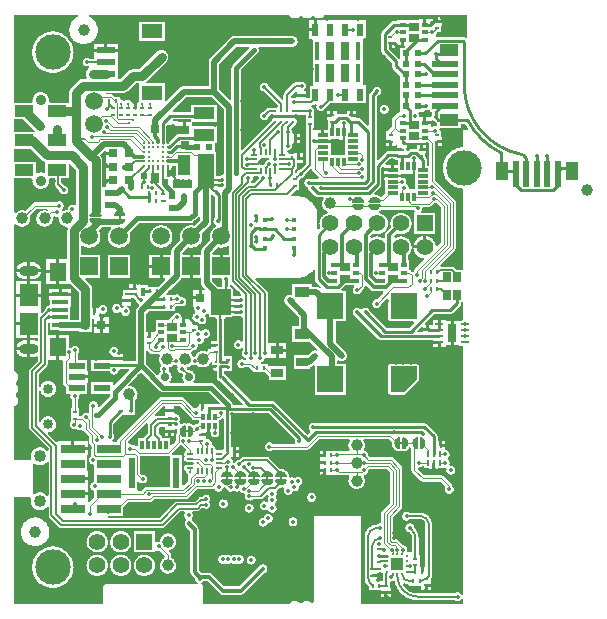
<source format=gbl>
G04*
G04 #@! TF.GenerationSoftware,Altium Limited,Altium Designer,23.1.1 (15)*
G04*
G04 Layer_Physical_Order=4*
G04 Layer_Color=16711680*
%FSLAX25Y25*%
%MOIN*%
G70*
G04*
G04 #@! TF.SameCoordinates,57D325FE-50AA-4423-B3C5-F19BAF70027F*
G04*
G04*
G04 #@! TF.FilePolarity,Positive*
G04*
G01*
G75*
%ADD10C,0.00591*%
%ADD11C,0.00787*%
%ADD12C,0.00600*%
%ADD13C,0.00984*%
%ADD14C,0.01181*%
%ADD15C,0.01000*%
%ADD16C,0.00492*%
%ADD20C,0.00500*%
%ADD21C,0.00800*%
%ADD29R,0.01181X0.01063*%
%ADD31R,0.01063X0.01181*%
%ADD32R,0.02362X0.01968*%
%ADD34R,0.02953X0.03150*%
%ADD36R,0.03150X0.02953*%
%ADD63C,0.00787*%
%ADD121C,0.11811*%
%ADD123C,0.03543*%
%ADD125C,0.00575*%
%ADD126C,0.03937*%
%ADD127C,0.05906*%
%ADD128R,0.00906X0.00984*%
%ADD129R,0.00984X0.00906*%
%ADD130R,0.03937X0.03937*%
%ADD132C,0.01500*%
%ADD133C,0.02000*%
%ADD135C,0.01968*%
%ADD140C,0.00650*%
%ADD141C,0.03000*%
%ADD143C,0.00900*%
%ADD150O,0.06299X0.03543*%
%ADD151R,0.05906X0.05906*%
%ADD152R,0.05512X0.05512*%
%ADD153C,0.05512*%
%ADD154C,0.04016*%
%ADD155C,0.03347*%
%ADD156C,0.01378*%
%ADD157C,0.01181*%
%ADD158C,0.00984*%
%ADD159C,0.02400*%
%ADD160C,0.00500*%
%ADD166R,0.08661X0.08661*%
%ADD167R,0.01417X0.00984*%
%ADD168R,0.04800X0.03600*%
%ADD169R,0.06102X0.02362*%
%ADD170R,0.01181X0.03150*%
%ADD171R,0.05315X0.01575*%
%ADD172R,0.05512X0.06299*%
%ADD173R,0.06102X0.07480*%
%ADD174R,0.03937X0.07087*%
%ADD175R,0.07087X0.03937*%
%ADD176R,0.02559X0.03347*%
%ADD177R,0.06221X0.04173*%
%ADD178R,0.08583X0.02362*%
%ADD179R,0.04173X0.06221*%
%ADD180R,0.02362X0.08583*%
%ADD181R,0.07992X0.02992*%
%ADD182R,0.02165X0.01654*%
%ADD183R,0.03622X0.02795*%
%ADD184R,0.04000X0.03000*%
%ADD185R,0.01575X0.00984*%
%ADD186R,0.01575X0.02756*%
%ADD187R,0.02362X0.02165*%
%ADD188R,0.02165X0.02362*%
%ADD189R,0.06299X0.03937*%
%ADD190C,0.02756*%
%ADD191R,0.00984X0.02067*%
%ADD192R,0.03642X0.01181*%
%ADD193R,0.01575X0.01575*%
%ADD194R,0.02559X0.00984*%
%ADD195R,0.02953X0.05906*%
%ADD196C,0.00827*%
%ADD197O,0.00866X0.02559*%
%ADD198O,0.02559X0.00866*%
%ADD199R,0.05709X0.02165*%
%ADD200R,0.05709X0.02165*%
%ADD201R,0.01181X0.02047*%
%ADD202R,0.01181X0.01929*%
%ADD203R,0.01968X0.04331*%
%ADD204C,0.00925*%
%ADD205R,0.02362X0.10236*%
%ADD206R,0.07087X0.04724*%
%ADD207R,0.02756X0.05906*%
%ADD208R,0.01378X0.05906*%
%ADD209C,0.01063*%
%ADD210C,0.00980*%
%ADD211R,0.05500X0.11500*%
%ADD212R,0.02630X0.03707*%
%ADD213R,0.06500X0.08500*%
%ADD214R,0.05930X0.03100*%
%ADD215R,0.02200X0.00600*%
%ADD216R,0.00600X0.02200*%
G04:AMPARAMS|DCode=217|XSize=22mil|YSize=6mil|CornerRadius=0mil|HoleSize=0mil|Usage=FLASHONLY|Rotation=315.000|XOffset=0mil|YOffset=0mil|HoleType=Round|Shape=Rectangle|*
%AMROTATEDRECTD217*
4,1,4,-0.00990,0.00566,-0.00566,0.00990,0.00990,-0.00566,0.00566,-0.00990,-0.00990,0.00566,0.0*
%
%ADD217ROTATEDRECTD217*%

G36*
X151767Y190387D02*
X151439Y190251D01*
X151267Y190231D01*
X151134Y190344D01*
X150961Y190450D01*
X150774Y190527D01*
X150577Y190575D01*
X150375Y190591D01*
X141999D01*
X141797Y190575D01*
X141600Y190527D01*
X141347Y190953D01*
X141498Y191130D01*
X141620Y191328D01*
X141709Y191542D01*
X141763Y191768D01*
X141781Y192000D01*
X142223Y192168D01*
X143157D01*
Y194200D01*
X143370D01*
Y195231D01*
X141779D01*
Y195731D01*
X141279D01*
Y197263D01*
X140189D01*
Y196801D01*
X139862Y196436D01*
X138279D01*
Y194609D01*
X137279D01*
Y196436D01*
X135697D01*
Y196106D01*
X132209D01*
Y196224D01*
X128469D01*
Y195901D01*
X127609D01*
X127407Y195885D01*
X127210Y195838D01*
X127023Y195760D01*
X126850Y195654D01*
X126696Y195523D01*
X123587Y192413D01*
X123455Y192259D01*
X123349Y192086D01*
X123272Y191899D01*
X123224Y191702D01*
X123209Y191500D01*
Y186000D01*
X123224Y185798D01*
X123272Y185601D01*
X123349Y185414D01*
X123455Y185241D01*
X123587Y185087D01*
X126831Y181843D01*
Y180877D01*
X126847Y180675D01*
X126894Y180479D01*
X126972Y180291D01*
X127078Y180119D01*
X127209Y179964D01*
X129563Y177611D01*
Y172630D01*
Y169130D01*
Y165630D01*
X129188Y165328D01*
X129138Y165324D01*
X128980Y165286D01*
X128829Y165224D01*
X128691Y165139D01*
X128567Y165033D01*
X127167Y163633D01*
X127061Y163509D01*
X126976Y163371D01*
X126914Y163220D01*
X126876Y163062D01*
X126863Y162900D01*
Y160629D01*
X125606Y159372D01*
X125500Y159248D01*
X125459Y159182D01*
X124961D01*
Y157150D01*
X124748D01*
Y156119D01*
X126339D01*
Y155619D01*
X126839D01*
Y154087D01*
X127929D01*
Y154089D01*
X128429Y154474D01*
X128502Y154455D01*
X128509Y154448D01*
Y153422D01*
X130100D01*
Y152422D01*
X128319D01*
X128297Y152373D01*
X125581D01*
X125379Y152357D01*
X125182Y152309D01*
X124995Y152232D01*
X124822Y152126D01*
X124668Y151994D01*
X122153Y149480D01*
X121691Y149671D01*
Y170465D01*
X122205Y170979D01*
X122258Y170992D01*
X122472Y171081D01*
X122670Y171202D01*
X122847Y171353D01*
X122998Y171529D01*
X123119Y171728D01*
X123208Y171942D01*
X123263Y172168D01*
X123281Y172400D01*
X123263Y172632D01*
X123208Y172858D01*
X123119Y173072D01*
X122998Y173270D01*
X122847Y173447D01*
X122670Y173598D01*
X122472Y173720D01*
X122258Y173809D01*
X122032Y173863D01*
X121800Y173881D01*
X121568Y173863D01*
X121342Y173809D01*
X121128Y173720D01*
X120930Y173598D01*
X120753Y173447D01*
X120602Y173270D01*
X120481Y173072D01*
X120391Y172858D01*
X120379Y172805D01*
X119487Y171913D01*
X119355Y171759D01*
X119249Y171586D01*
X119172Y171399D01*
X119124Y171202D01*
X119109Y171000D01*
Y160971D01*
X118647Y160780D01*
X116335Y163091D01*
X116181Y163223D01*
X116008Y163329D01*
X115821Y163406D01*
X115624Y163453D01*
X115422Y163469D01*
X114891D01*
Y163922D01*
X113300D01*
Y164422D01*
X112800D01*
Y165954D01*
X111709D01*
Y164947D01*
X111508Y164761D01*
X109269D01*
X109067Y164745D01*
X108891Y164702D01*
X108868Y164699D01*
X108449Y164947D01*
X108391Y165027D01*
Y165954D01*
X107300D01*
Y164422D01*
X106800D01*
Y163922D01*
X105210D01*
Y162891D01*
X105422D01*
Y160859D01*
X105454D01*
Y159328D01*
X104231D01*
Y157737D01*
X103231D01*
Y159328D01*
X100910D01*
X100491Y159522D01*
Y160172D01*
X100778D01*
Y162416D01*
X100778D01*
Y165053D01*
X100778D01*
X100863Y165468D01*
X100881Y165700D01*
X100863Y165932D01*
X100809Y166158D01*
X100719Y166372D01*
X100598Y166570D01*
X100447Y166747D01*
X100270Y166898D01*
X100072Y167019D01*
X99858Y167109D01*
X99829Y167115D01*
X99888Y167615D01*
X99900D01*
X100085Y167630D01*
X100266Y167673D01*
X100438Y167744D01*
X100596Y167841D01*
X100738Y167962D01*
X101064Y168288D01*
X101450Y168206D01*
X101651Y167832D01*
X101688Y167744D01*
X101637Y167532D01*
X101619Y167300D01*
X101637Y167068D01*
X101691Y166842D01*
X101780Y166628D01*
X101902Y166429D01*
X102053Y166253D01*
X102229Y166102D01*
X102428Y165981D01*
X102642Y165892D01*
X102868Y165837D01*
X103100Y165819D01*
X103332Y165837D01*
X103558Y165892D01*
X103772Y165981D01*
X103971Y166102D01*
X104147Y166253D01*
X104298Y166429D01*
X104298Y166430D01*
X104441Y166518D01*
X104571Y166629D01*
X106263Y168321D01*
X118071D01*
Y174439D01*
X117512D01*
X117087Y174619D01*
X117087Y174939D01*
Y181600D01*
X117087Y182100D01*
X117087Y182600D01*
Y189474D01*
X117087Y189580D01*
X117342Y189974D01*
X118071D01*
Y196092D01*
X101799D01*
Y192927D01*
X101299D01*
Y192427D01*
X99315D01*
Y189761D01*
X100087D01*
X100512Y189580D01*
X100512Y189261D01*
Y182600D01*
X100512Y182100D01*
X100512Y181600D01*
Y174726D01*
X100512Y174619D01*
X100254Y174226D01*
X99528D01*
Y170103D01*
X99409Y169985D01*
X98190D01*
Y170522D01*
X95009D01*
Y170450D01*
X94997Y170426D01*
X94594Y170135D01*
X94510Y170120D01*
X94332Y170163D01*
X94100Y170181D01*
X93868Y170163D01*
X93642Y170108D01*
X93534Y170063D01*
X93226Y170196D01*
X93123Y170286D01*
X93111Y170826D01*
X94510Y172225D01*
X95009Y172018D01*
Y171522D01*
X98190D01*
Y172554D01*
X97797D01*
X97652Y172858D01*
X97635Y173054D01*
X97757Y173158D01*
X97908Y173335D01*
X98030Y173533D01*
X98119Y173748D01*
X98173Y173974D01*
X98191Y174206D01*
X98173Y174437D01*
X98119Y174663D01*
X98030Y174878D01*
X97908Y175076D01*
X97757Y175253D01*
X97581Y175404D01*
X97382Y175525D01*
X97168Y175614D01*
X96942Y175668D01*
X96710Y175687D01*
X96478Y175668D01*
X96253Y175614D01*
X96038Y175525D01*
X95840Y175404D01*
X95832Y175397D01*
X94806D01*
X94619Y175382D01*
X94437Y175338D01*
X94265Y175267D01*
X94105Y175169D01*
X93963Y175048D01*
X91000Y172085D01*
X90879Y171943D01*
X90781Y171783D01*
X90710Y171611D01*
X90666Y171429D01*
X90652Y171243D01*
Y169728D01*
X90190Y169537D01*
X85694Y174033D01*
X85693Y174044D01*
X85638Y174269D01*
X85549Y174484D01*
X85428Y174682D01*
X85277Y174859D01*
X85101Y175010D01*
X84902Y175131D01*
X84688Y175220D01*
X84462Y175275D01*
X84230Y175293D01*
X83998Y175275D01*
X83772Y175220D01*
X83558Y175131D01*
X83359Y175010D01*
X83183Y174859D01*
X83032Y174682D01*
X82911Y174484D01*
X82822Y174269D01*
X82767Y174044D01*
X82749Y173812D01*
X82767Y173580D01*
X82822Y173354D01*
X82911Y173140D01*
X83032Y172941D01*
X83183Y172765D01*
X83359Y172614D01*
X83558Y172492D01*
X83772Y172403D01*
X83998Y172349D01*
X84009Y172348D01*
X88683Y167674D01*
Y167294D01*
X88498Y167108D01*
X88183Y166941D01*
X88106Y166959D01*
X87906Y166975D01*
X87705Y166959D01*
X87509Y166912D01*
X87437Y166882D01*
X85716D01*
X85529Y166868D01*
X85348Y166824D01*
X85175Y166753D01*
X85016Y166655D01*
X84873Y166534D01*
X84009Y165669D01*
X83998Y165668D01*
X83772Y165614D01*
X83558Y165525D01*
X83359Y165404D01*
X83183Y165253D01*
X83032Y165076D01*
X82911Y164878D01*
X82822Y164663D01*
X82767Y164437D01*
X82749Y164206D01*
X82767Y163974D01*
X82822Y163748D01*
X82911Y163533D01*
X83032Y163335D01*
X83183Y163158D01*
X83359Y163007D01*
X83558Y162886D01*
X83772Y162797D01*
X83998Y162743D01*
X84230Y162725D01*
X84462Y162743D01*
X84688Y162797D01*
X84902Y162886D01*
X85101Y163007D01*
X85277Y163158D01*
X85428Y163335D01*
X85549Y163533D01*
X85638Y163748D01*
X85693Y163974D01*
X85694Y163985D01*
X86209Y164500D01*
X86966D01*
X87102Y164413D01*
X87395Y164000D01*
X87393Y163979D01*
X87411Y163745D01*
X87466Y163516D01*
X87483Y163476D01*
X87323Y163410D01*
X87151Y163304D01*
X86998Y163174D01*
X86867Y163021D01*
X86762Y162849D01*
X86685Y162663D01*
X86661Y162564D01*
X76804Y152707D01*
X76342Y152899D01*
Y179361D01*
X81990Y185010D01*
X82148Y185194D01*
X82274Y185400D01*
X82367Y185623D01*
X82423Y185859D01*
X82442Y186100D01*
X82423Y186341D01*
X82367Y186576D01*
X82312Y186709D01*
X82426Y186985D01*
X82610Y187209D01*
X93600D01*
X93834Y187224D01*
X94064Y187270D01*
X94286Y187345D01*
X94496Y187449D01*
X94690Y187579D01*
X94867Y187733D01*
X95021Y187910D01*
X95151Y188104D01*
X95255Y188314D01*
X95330Y188536D01*
X95376Y188766D01*
X95391Y189000D01*
X95376Y189234D01*
X95330Y189464D01*
X95255Y189685D01*
X95151Y189896D01*
X95021Y190090D01*
X94867Y190267D01*
X94690Y190421D01*
X94496Y190551D01*
X94286Y190655D01*
X94064Y190730D01*
X93834Y190776D01*
X93600Y190791D01*
X74200D01*
X73966Y190776D01*
X73736Y190730D01*
X73514Y190655D01*
X73304Y190551D01*
X73110Y190421D01*
X72933Y190267D01*
X66233Y183567D01*
X66079Y183390D01*
X65949Y183196D01*
X65845Y182985D01*
X65770Y182764D01*
X65724Y182534D01*
X65709Y182300D01*
Y174091D01*
X57400D01*
X57166Y174076D01*
X56936Y174030D01*
X56714Y173955D01*
X56504Y173851D01*
X56310Y173721D01*
X56133Y173567D01*
X51583Y169016D01*
X51083Y169223D01*
Y175031D01*
X45014D01*
X44863Y175531D01*
X44937Y175581D01*
X45163Y175779D01*
X51621Y182237D01*
X51819Y182463D01*
X51985Y182712D01*
X52118Y182981D01*
X52214Y183265D01*
X52273Y183559D01*
X52292Y183858D01*
X52273Y184157D01*
X52214Y184451D01*
X52118Y184735D01*
X51985Y185004D01*
X51819Y185254D01*
X51621Y185479D01*
X51395Y185677D01*
X51146Y185843D01*
X50877Y185976D01*
X50593Y186072D01*
X50299Y186131D01*
X50000Y186151D01*
X49701Y186131D01*
X49407Y186072D01*
X49123Y185976D01*
X48854Y185843D01*
X48605Y185677D01*
X48379Y185479D01*
X42592Y179692D01*
X40400D01*
X40400Y179692D01*
X40101Y179673D01*
X39807Y179614D01*
X39523Y179518D01*
X39254Y179385D01*
X39004Y179219D01*
X38779Y179021D01*
X36287Y176529D01*
X35335D01*
Y180150D01*
Y183874D01*
X35547D01*
Y185555D01*
X27445D01*
Y183874D01*
X27657D01*
Y183285D01*
X26186D01*
X26171Y183298D01*
X25972Y183420D01*
X25758Y183509D01*
X25532Y183563D01*
X25300Y183581D01*
X25068Y183563D01*
X24842Y183509D01*
X24628Y183420D01*
X24430Y183298D01*
X24253Y183147D01*
X24102Y182970D01*
X23980Y182772D01*
X23891Y182558D01*
X23837Y182332D01*
X23819Y182100D01*
X23837Y181868D01*
X23891Y181642D01*
X23980Y181428D01*
X24102Y181229D01*
X24253Y181053D01*
X24430Y180902D01*
X24628Y180780D01*
X24842Y180692D01*
X25068Y180637D01*
X25300Y180619D01*
X25532Y180637D01*
X25758Y180692D01*
X25944Y180230D01*
X25854Y180185D01*
X25605Y180019D01*
X25379Y179821D01*
X25181Y179595D01*
X25015Y179346D01*
X24882Y179077D01*
X24786Y178793D01*
X24727Y178499D01*
X24708Y178200D01*
X24727Y177901D01*
X24786Y177607D01*
X24882Y177323D01*
X25015Y177054D01*
X25032Y177029D01*
X24764Y176529D01*
X23843D01*
X23543Y176509D01*
X23249Y176450D01*
X22965Y176354D01*
X22696Y176221D01*
X22447Y176055D01*
X22222Y175857D01*
X19879Y173515D01*
X19681Y173289D01*
X19515Y173040D01*
X19382Y172771D01*
X19286Y172487D01*
X19227Y172193D01*
X19208Y171894D01*
Y169077D01*
X19193Y168583D01*
X12872D01*
X12490Y169058D01*
X12488Y169083D01*
X12504Y169370D01*
X12487Y169679D01*
X12435Y169984D01*
X12349Y170282D01*
X12231Y170568D01*
X12081Y170839D01*
X11902Y171091D01*
X11696Y171322D01*
X11465Y171528D01*
X11213Y171707D01*
X10942Y171857D01*
X10656Y171975D01*
X10358Y172061D01*
X10053Y172113D01*
X9744Y172130D01*
X9435Y172113D01*
X9130Y172061D01*
X8832Y171975D01*
X8546Y171857D01*
X8275Y171707D01*
X8023Y171528D01*
X7792Y171322D01*
X7586Y171091D01*
X7407Y170839D01*
X7257Y170568D01*
X7139Y170282D01*
X7053Y169984D01*
X7001Y169679D01*
X6984Y169370D01*
X7000Y169083D01*
X6999Y169058D01*
X6616Y168583D01*
X989D01*
Y197830D01*
X22182D01*
X22281Y197330D01*
X22009Y197217D01*
X21641Y197026D01*
X21292Y196803D01*
X20963Y196551D01*
X20658Y196271D01*
X20378Y195966D01*
X20126Y195637D01*
X19903Y195288D01*
X19712Y194920D01*
X19554Y194537D01*
X19429Y194142D01*
X19339Y193738D01*
X19285Y193327D01*
X19267Y192913D01*
X19285Y192499D01*
X19339Y192089D01*
X19429Y191684D01*
X19554Y191289D01*
X19712Y190907D01*
X19903Y190539D01*
X20126Y190190D01*
X20378Y189861D01*
X20658Y189556D01*
X20963Y189276D01*
X21292Y189024D01*
X21641Y188801D01*
X22009Y188610D01*
X22392Y188451D01*
X22787Y188327D01*
X23191Y188237D01*
X23602Y188183D01*
X24016Y188165D01*
X24430Y188183D01*
X24840Y188237D01*
X25245Y188327D01*
X25640Y188451D01*
X26023Y188610D01*
X26390Y188801D01*
X26739Y189024D01*
X27068Y189276D01*
X27373Y189556D01*
X27653Y189861D01*
X27905Y190190D01*
X28128Y190539D01*
X28319Y190907D01*
X28478Y191289D01*
X28602Y191684D01*
X28692Y192089D01*
X28746Y192499D01*
X28764Y192913D01*
X28746Y193327D01*
X28692Y193738D01*
X28602Y194142D01*
X28478Y194537D01*
X28319Y194920D01*
X28128Y195288D01*
X27905Y195637D01*
X27653Y195966D01*
X27373Y196271D01*
X27068Y196551D01*
X26739Y196803D01*
X26390Y197026D01*
X26023Y197217D01*
X25750Y197330D01*
X25850Y197830D01*
X92562D01*
X92609Y197734D01*
X92767Y197498D01*
X92954Y197285D01*
X93167Y197098D01*
X93403Y196940D01*
X93658Y196814D01*
X93927Y196723D01*
X94205Y196668D01*
X94488Y196649D01*
X94771Y196668D01*
X95050Y196723D01*
X95319Y196814D01*
X95573Y196940D01*
X95809Y197098D01*
X96023Y197285D01*
X96149Y197429D01*
X96457Y197471D01*
X96765Y197429D01*
X96891Y197285D01*
X97104Y197098D01*
X97340Y196940D01*
X97595Y196814D01*
X97864Y196723D01*
X98142Y196668D01*
X98425Y196649D01*
X98708Y196668D01*
X98987Y196723D01*
X99256Y196814D01*
X99510Y196940D01*
X99746Y197098D01*
X99960Y197285D01*
X100086Y197429D01*
X100394Y197471D01*
X100702Y197429D01*
X100828Y197285D01*
X101041Y197098D01*
X101277Y196940D01*
X101532Y196814D01*
X101801Y196723D01*
X102079Y196668D01*
X102362Y196649D01*
X102645Y196668D01*
X102924Y196723D01*
X103193Y196814D01*
X103447Y196940D01*
X103683Y197098D01*
X103897Y197285D01*
X104084Y197498D01*
X104242Y197734D01*
X104289Y197830D01*
X151767D01*
Y190387D01*
D02*
G37*
G36*
X130839Y187665D02*
X130885D01*
X131076Y187203D01*
X130744Y186870D01*
X129563D01*
Y183420D01*
X129546Y183408D01*
X129063Y183258D01*
X129036Y183291D01*
X125980Y186346D01*
X126187Y186846D01*
X127891D01*
Y187340D01*
X128256Y187665D01*
X129839D01*
Y189491D01*
X130839D01*
Y187665D01*
D02*
G37*
G36*
X79328Y186709D02*
X73709Y181090D01*
X73552Y180906D01*
X73426Y180700D01*
X73333Y180476D01*
X73277Y180241D01*
X73258Y180000D01*
Y169729D01*
X72796Y169537D01*
X69291Y173042D01*
Y181558D01*
X74942Y187209D01*
X79121D01*
X79328Y186709D01*
D02*
G37*
G36*
X42421Y175031D02*
Y168955D01*
X42381Y168890D01*
X42298Y168689D01*
X42247Y168479D01*
X42236Y168338D01*
X41713D01*
Y166806D01*
X40713D01*
Y168338D01*
X40189D01*
X40178Y168478D01*
X40127Y168689D01*
X40044Y168890D01*
X39931Y169075D01*
X39790Y169240D01*
X39625Y169380D01*
X39440Y169494D01*
X39240Y169577D01*
X39029Y169627D01*
X38813Y169644D01*
X38596Y169627D01*
X38385Y169577D01*
X38185Y169494D01*
X38000Y169380D01*
X37952Y169340D01*
X37793Y169240D01*
X37432D01*
X37273Y169340D01*
X37225Y169380D01*
X37040Y169494D01*
X36840Y169577D01*
X36629Y169627D01*
X36413Y169644D01*
X36041Y170067D01*
Y170378D01*
X34732D01*
X34048Y171062D01*
X33925Y171167D01*
X33786Y171252D01*
X33636Y171315D01*
X33477Y171353D01*
X33315Y171365D01*
X31139D01*
X31091Y171444D01*
X31370Y171944D01*
X37236D01*
X37535Y171964D01*
X37830Y172022D01*
X38113Y172118D01*
X38382Y172251D01*
X38632Y172418D01*
X38857Y172615D01*
X41350Y175108D01*
X41953D01*
X42421Y175031D01*
D02*
G37*
G36*
X139574Y166077D02*
Y165465D01*
X140109D01*
Y164418D01*
X140080Y164372D01*
X139991Y164158D01*
X139986Y164135D01*
X139866Y163698D01*
X139429Y163686D01*
X138279D01*
Y162359D01*
X139862D01*
Y162457D01*
X140324Y162641D01*
X140362Y162645D01*
X140530Y162502D01*
X140728Y162381D01*
X140942Y162292D01*
X140995Y162279D01*
X141361Y161913D01*
X141515Y161781D01*
X141688Y161675D01*
X141875Y161598D01*
X141936Y161583D01*
Y161044D01*
X141900Y160986D01*
X141460Y160710D01*
X141436Y160714D01*
X141232Y160763D01*
X141000Y160781D01*
X140768Y160763D01*
X140542Y160708D01*
X140328Y160619D01*
X139862Y160916D01*
Y161359D01*
X137779D01*
Y161859D01*
X137279D01*
Y163686D01*
X136309D01*
X136178Y163769D01*
X135880Y164186D01*
X135881Y164200D01*
X135863Y164432D01*
X135809Y164658D01*
X135720Y164872D01*
X135598Y165070D01*
X135547Y165130D01*
X135677Y165521D01*
X135769Y165630D01*
X137437D01*
Y165677D01*
X137524Y165795D01*
X137937Y166045D01*
X137968Y166037D01*
X138200Y166019D01*
X138432Y166037D01*
X138658Y166092D01*
X138872Y166180D01*
X139070Y166302D01*
X139074Y166305D01*
X139574Y166077D01*
D02*
G37*
G36*
X7818Y159240D02*
X7611Y158740D01*
X989D01*
Y163071D01*
X3987D01*
X7818Y159240D01*
D02*
G37*
G36*
X59682Y162259D02*
X59249Y162096D01*
X58213D01*
Y160900D01*
X59200D01*
Y158100D01*
X55300D01*
X52200Y155000D01*
X52050D01*
X51700Y155200D01*
X51600Y155300D01*
Y160900D01*
X57213D01*
Y162096D01*
X55546D01*
Y162437D01*
X53996D01*
X53728Y162937D01*
X53781Y163016D01*
X59682D01*
Y162259D01*
D02*
G37*
G36*
X109178Y156245D02*
X111261D01*
Y154391D01*
Y152422D01*
Y151241D01*
Y151143D01*
X106339D01*
Y152422D01*
Y154178D01*
X106552D01*
Y155269D01*
X103731D01*
Y156269D01*
X106552D01*
Y156457D01*
X109178D01*
Y156245D01*
D02*
G37*
G36*
X83993Y150311D02*
X84157Y150211D01*
X84334Y150137D01*
X84521Y150092D01*
X84713Y150077D01*
X84904Y150092D01*
X85091Y150137D01*
X85268Y150211D01*
X85403Y150293D01*
X85689Y150198D01*
X85887Y150111D01*
X85912Y150056D01*
X85912Y150052D01*
X85835Y149830D01*
X85681Y149550D01*
X85455Y149496D01*
X85240Y149407D01*
X85042Y149285D01*
X84865Y149135D01*
X84715Y148958D01*
X84593Y148760D01*
X84504Y148545D01*
X84450Y148319D01*
X84448Y148299D01*
X83875Y147725D01*
X83815Y147655D01*
X83364Y147717D01*
X83301Y147739D01*
X82961Y148113D01*
X82943Y148337D01*
X82891Y148557D01*
X82804Y148765D01*
X82687Y148958D01*
X82582Y149079D01*
X82614Y149132D01*
X82688Y149309D01*
X82733Y149496D01*
X82743Y149627D01*
X82786Y149726D01*
X83099Y150039D01*
X83198Y150082D01*
X83329Y150092D01*
X83516Y150137D01*
X83694Y150211D01*
X83857Y150311D01*
X83925Y150369D01*
X83993Y150311D01*
D02*
G37*
G36*
X135909Y155127D02*
X138807D01*
X139063Y154871D01*
Y147615D01*
X138460D01*
Y149431D01*
X138444Y149633D01*
X138397Y149830D01*
X138320Y150017D01*
X138214Y150190D01*
X138082Y150344D01*
X137978Y150448D01*
Y151391D01*
X138191D01*
Y152422D01*
X136600D01*
Y152922D01*
X136100D01*
Y154454D01*
X135009D01*
Y153576D01*
X134800Y153091D01*
X133200D01*
X132998Y153076D01*
X132801Y153028D01*
X132614Y152951D01*
X132441Y152845D01*
X132287Y152713D01*
X132152Y152579D01*
X131691Y152770D01*
Y154454D01*
X131691D01*
X131786Y154914D01*
X132421D01*
Y155245D01*
X135909D01*
Y155127D01*
D02*
G37*
G36*
X127787Y149765D02*
X127941Y149633D01*
X128114Y149527D01*
X128301Y149450D01*
X128498Y149402D01*
X128700Y149387D01*
X128722D01*
Y149359D01*
X128753D01*
Y147828D01*
X127531D01*
Y146237D01*
X127031D01*
Y145737D01*
X124210D01*
Y144769D01*
X127031D01*
Y143769D01*
X124210D01*
Y142678D01*
X124423D01*
Y138389D01*
X123301Y137267D01*
X122909D01*
X122772Y137389D01*
X122512Y137573D01*
X122233Y137727D01*
X121939Y137849D01*
X121632Y137938D01*
X121318Y137991D01*
X121135Y138001D01*
X120957Y138325D01*
X120932Y138506D01*
X122913Y140487D01*
X123045Y140641D01*
X123151Y140814D01*
X123228Y141001D01*
X123275Y141198D01*
X123291Y141400D01*
Y146965D01*
X123710Y147384D01*
X124210Y147177D01*
Y146737D01*
X126531D01*
Y147828D01*
X124861D01*
X124654Y148328D01*
X126116Y149790D01*
X127762D01*
X127787Y149765D01*
D02*
G37*
G36*
X98022Y162809D02*
X98022D01*
Y160172D01*
X98309D01*
Y148277D01*
X96390Y146358D01*
X96225Y146345D01*
X95999Y146290D01*
X95784Y146201D01*
X95586Y146080D01*
X95410Y145929D01*
X95259Y145752D01*
X95137Y145554D01*
X95048Y145340D01*
X95022Y145232D01*
X94523Y145292D01*
Y146047D01*
X94971Y146495D01*
X95092Y146637D01*
X95189Y146795D01*
X95260Y146967D01*
X95303Y147148D01*
X95318Y147333D01*
Y148509D01*
X97154D01*
Y149600D01*
X95622D01*
Y150100D01*
X95122D01*
Y151691D01*
X94090D01*
Y151478D01*
X92373D01*
X92334Y151640D01*
X92260Y151818D01*
X92160Y151982D01*
X92035Y152128D01*
X91923Y152224D01*
X91926Y152409D01*
X91947Y152496D01*
X92075Y152725D01*
X92232Y152737D01*
X92458Y152792D01*
X92672Y152881D01*
X92870Y153002D01*
X93047Y153153D01*
X93198Y153330D01*
X93319Y153528D01*
X93409Y153742D01*
X93463Y153968D01*
X93481Y154200D01*
X93463Y154432D01*
X93444Y154509D01*
X93644Y154868D01*
X93804Y155009D01*
X94022D01*
Y156600D01*
Y158191D01*
X93845D01*
X93764Y158238D01*
X93466Y158664D01*
X93464Y158691D01*
X93481Y158900D01*
X93463Y159132D01*
X93409Y159358D01*
X93319Y159572D01*
X93198Y159771D01*
X93185Y159786D01*
Y159945D01*
X94341Y161101D01*
X94394Y161123D01*
X94565Y161228D01*
X94719Y161359D01*
X94849Y161512D01*
X94955Y161683D01*
X95032Y161870D01*
X95079Y162065D01*
X95095Y162266D01*
X95079Y162467D01*
X95032Y162663D01*
X94955Y162849D01*
X94849Y163021D01*
X94719Y163174D01*
X94565Y163304D01*
X94394Y163410D01*
X94234Y163476D01*
X94250Y163516D01*
X94305Y163745D01*
X94323Y163979D01*
X94321Y164015D01*
X94599Y164414D01*
X94747Y164515D01*
X98022D01*
Y162809D01*
D02*
G37*
G36*
X10279Y149379D02*
X10504Y149181D01*
X10754Y149015D01*
X11023Y148882D01*
X11307Y148786D01*
X11319Y148783D01*
Y145448D01*
X11149Y145285D01*
X10819Y145136D01*
X10656Y145204D01*
X10358Y145290D01*
X10053Y145341D01*
X9744Y145359D01*
X9435Y145341D01*
X9130Y145290D01*
X8832Y145204D01*
X8669Y145136D01*
X8339Y145285D01*
X8169Y145448D01*
Y148898D01*
X989D01*
Y153228D01*
X6430D01*
X10279Y149379D01*
D02*
G37*
G36*
X70709Y166558D02*
Y144791D01*
X70300Y144381D01*
X70068Y144363D01*
X69842Y144308D01*
X69628Y144220D01*
X69466Y144121D01*
X68829D01*
X68716Y144112D01*
X68525Y144196D01*
X68246Y144445D01*
X68216Y144510D01*
Y151583D01*
X68200Y151737D01*
X68155Y151886D01*
X68082Y152023D01*
X67984Y152143D01*
X67864Y152241D01*
X67737Y152309D01*
Y155172D01*
X68343D01*
Y160684D01*
X60287D01*
Y162096D01*
X60720Y162259D01*
X68343D01*
Y167771D01*
X59682D01*
Y165584D01*
X53870D01*
X53679Y166045D01*
X58142Y170509D01*
X66758D01*
X70709Y166558D01*
D02*
G37*
G36*
X54741Y144133D02*
X52939D01*
Y143920D01*
X51666D01*
Y145589D01*
X52050Y146007D01*
X52271Y146025D01*
X52488Y146077D01*
X52693Y146162D01*
X52883Y146278D01*
X53052Y146423D01*
X53197Y146592D01*
X53313Y146782D01*
X53398Y146987D01*
X53450Y147203D01*
X53467Y147425D01*
X53645Y147618D01*
X54741D01*
Y144133D01*
D02*
G37*
G36*
X100144Y146319D02*
X100148Y146266D01*
X100186Y146108D01*
X100248Y145957D01*
X100333Y145819D01*
X100439Y145695D01*
X102481Y143653D01*
X102289Y143191D01*
X99599D01*
X99558Y143209D01*
X99332Y143263D01*
X99100Y143281D01*
X98868Y143263D01*
X98642Y143209D01*
X98428Y143120D01*
X98229Y142998D01*
X98053Y142847D01*
X97902Y142671D01*
X97781Y142472D01*
X97692Y142258D01*
X97637Y142032D01*
X97619Y141800D01*
X97637Y141568D01*
X97692Y141342D01*
X97781Y141128D01*
X97902Y140929D01*
X98053Y140753D01*
X98229Y140602D01*
X98428Y140480D01*
X98642Y140392D01*
X98868Y140337D01*
X98930Y140332D01*
X98919Y140200D01*
X98937Y139968D01*
X98992Y139742D01*
X99080Y139528D01*
X99202Y139330D01*
X99353Y139153D01*
X99529Y139002D01*
X99728Y138881D01*
X99942Y138792D01*
X99995Y138779D01*
X101187Y137587D01*
X101341Y137455D01*
X101514Y137349D01*
X101701Y137272D01*
X101898Y137224D01*
X102100Y137209D01*
X103808D01*
X104026Y136755D01*
X104034Y136709D01*
X103864Y136469D01*
X103714Y136198D01*
X103595Y135912D01*
X103510Y135614D01*
X103458Y135309D01*
X103441Y135000D01*
X103458Y134691D01*
X103510Y134386D01*
X103595Y134088D01*
X103714Y133802D01*
X103864Y133531D01*
X104043Y133279D01*
X104249Y133048D01*
X104480Y132842D01*
X104732Y132663D01*
X105003Y132513D01*
X105289Y132395D01*
X105391Y131853D01*
X105371Y131791D01*
X105171Y131741D01*
X104843Y131624D01*
X104528Y131475D01*
X104230Y131296D01*
X103950Y131089D01*
X103692Y130855D01*
X103458Y130597D01*
X103251Y130317D01*
X103072Y130019D01*
X102923Y129704D01*
X102806Y129376D01*
X102721Y129039D01*
X102670Y128694D01*
X102653Y128347D01*
X102670Y127999D01*
X102721Y127654D01*
X102806Y127317D01*
X102923Y126989D01*
X102958Y126916D01*
X102436Y126394D01*
X101974Y126585D01*
Y130709D01*
X101975D01*
X101972Y130777D01*
Y131290D01*
X101957Y131445D01*
X101835Y132058D01*
X101822Y132133D01*
X101815Y132157D01*
X101730Y132586D01*
X101685Y132734D01*
X101240Y133809D01*
X101240Y133809D01*
X101167Y133946D01*
X101167Y133946D01*
X100924Y134309D01*
X100911Y134330D01*
X100868Y134393D01*
X100521Y134913D01*
X100422Y135033D01*
X100059Y135396D01*
X100013Y135446D01*
X99963Y135492D01*
X99600Y135855D01*
X99480Y135954D01*
X98960Y136301D01*
X98897Y136344D01*
X98876Y136357D01*
X98513Y136600D01*
X98513Y136600D01*
X98376Y136673D01*
X98376Y136673D01*
X97301Y137118D01*
X97153Y137163D01*
X96724Y137249D01*
X96700Y137255D01*
X96626Y137268D01*
X96012Y137390D01*
X95857Y137405D01*
X95343D01*
X95276Y137408D01*
Y137407D01*
X93279D01*
X93072Y137907D01*
X94692Y139528D01*
X95846D01*
Y142729D01*
X96524Y143406D01*
X96688Y143419D01*
X96914Y143473D01*
X97129Y143562D01*
X97327Y143684D01*
X97504Y143835D01*
X97655Y144011D01*
X97776Y144210D01*
X97865Y144424D01*
X97919Y144650D01*
X97932Y144815D01*
X99700Y146582D01*
X100144Y146319D01*
D02*
G37*
G36*
X82134Y144070D02*
X82418Y143727D01*
X82375Y143548D01*
X82357Y143316D01*
X82365Y143208D01*
X80820Y141662D01*
X80395D01*
X80259Y141768D01*
X79991Y142156D01*
Y142404D01*
X80098Y142529D01*
X80220Y142728D01*
X80309Y142942D01*
X80363Y143168D01*
X80381Y143400D01*
X80365Y143609D01*
X80366Y143636D01*
X80664Y144062D01*
X80745Y144109D01*
X82095D01*
X82134Y144070D01*
D02*
G37*
G36*
X31379Y152228D02*
Y152162D01*
X33855D01*
Y151162D01*
X31379D01*
Y149087D01*
Y147662D01*
X33855D01*
Y146662D01*
X31379D01*
Y144587D01*
X31379D01*
Y143162D01*
X33855D01*
Y142162D01*
X31379D01*
Y140537D01*
X30292D01*
Y149390D01*
X30273Y149689D01*
X30214Y149983D01*
X30118Y150267D01*
X29985Y150536D01*
X29819Y150785D01*
X29621Y151011D01*
X29564Y151067D01*
X30917Y152419D01*
X31379Y152228D01*
D02*
G37*
G36*
X132478Y144745D02*
X134561D01*
Y139643D01*
X132734D01*
X132418Y140006D01*
X132369Y140143D01*
X132381Y140300D01*
X132363Y140532D01*
X132308Y140758D01*
X132220Y140972D01*
X132098Y141171D01*
X131947Y141347D01*
X131771Y141498D01*
X131572Y141620D01*
X131439Y141675D01*
X131509Y141842D01*
X131563Y142068D01*
X131581Y142300D01*
X131563Y142532D01*
X131509Y142758D01*
X131420Y142972D01*
X131298Y143170D01*
X131147Y143347D01*
X130971Y143498D01*
X130772Y143620D01*
X130558Y143709D01*
X130332Y143763D01*
X130100Y143781D01*
X129852Y144263D01*
Y144957D01*
X132478D01*
Y144745D01*
D02*
G37*
G36*
X21608Y146250D02*
Y134552D01*
X21212Y134339D01*
X21108Y134315D01*
X20937Y134420D01*
X20722Y134509D01*
X20496Y134563D01*
X20264Y134581D01*
X20033Y134563D01*
X19807Y134509D01*
X19592Y134420D01*
X19394Y134298D01*
X19217Y134147D01*
X19066Y133970D01*
X18945Y133772D01*
X18856Y133558D01*
X18802Y133332D01*
X18783Y133100D01*
X18434Y132756D01*
X18191Y132743D01*
X17886Y132691D01*
X17588Y132605D01*
X17302Y132487D01*
X17138Y132396D01*
X16908Y132423D01*
X16733Y132593D01*
X16769Y133101D01*
X16770Y133102D01*
X16947Y133253D01*
X17098Y133430D01*
X17220Y133628D01*
X17309Y133842D01*
X17363Y134068D01*
X17381Y134300D01*
X17363Y134532D01*
X17309Y134758D01*
X17220Y134972D01*
X17098Y135170D01*
X16947Y135347D01*
X16770Y135498D01*
X16572Y135619D01*
X16358Y135708D01*
X16132Y135763D01*
X15900Y135781D01*
X15668Y135763D01*
X15442Y135708D01*
X15228Y135619D01*
X15030Y135498D01*
X14853Y135347D01*
X14844Y135337D01*
X7800D01*
X7638Y135324D01*
X7480Y135286D01*
X7329Y135224D01*
X7191Y135139D01*
X7067Y135033D01*
X4573Y132539D01*
X4412Y132605D01*
X4114Y132691D01*
X3809Y132743D01*
X3500Y132760D01*
X3191Y132743D01*
X2886Y132691D01*
X2588Y132605D01*
X2302Y132487D01*
X2032Y132337D01*
X1779Y132158D01*
X1548Y131952D01*
X1489Y131886D01*
X989Y132076D01*
Y143386D01*
X6616D01*
X6999Y142911D01*
X7000Y142886D01*
X6984Y142598D01*
X7001Y142289D01*
X7053Y141984D01*
X7139Y141687D01*
X7257Y141401D01*
X7407Y141130D01*
X7586Y140877D01*
X7792Y140647D01*
X8023Y140440D01*
X8275Y140261D01*
X8546Y140111D01*
X8832Y139993D01*
X9130Y139907D01*
X9435Y139856D01*
X9744Y139838D01*
X10053Y139856D01*
X10358Y139907D01*
X10656Y139993D01*
X10942Y140111D01*
X11213Y140261D01*
X11465Y140440D01*
X11696Y140647D01*
X11902Y140877D01*
X12081Y141130D01*
X12231Y141401D01*
X12349Y141687D01*
X12435Y141984D01*
X12487Y142289D01*
X12504Y142598D01*
X12488Y142886D01*
X12490Y142911D01*
X12872Y143386D01*
X14490D01*
Y141324D01*
X14504Y141154D01*
X14544Y140988D01*
X14609Y140831D01*
X14698Y140685D01*
X14808Y140556D01*
X15924Y139440D01*
X15937Y139268D01*
X15992Y139042D01*
X16081Y138828D01*
X16202Y138629D01*
X16353Y138453D01*
X16530Y138302D01*
X16728Y138180D01*
X16942Y138092D01*
X17168Y138037D01*
X17400Y138019D01*
X17632Y138037D01*
X17858Y138092D01*
X18072Y138180D01*
X18271Y138302D01*
X18447Y138453D01*
X18598Y138629D01*
X18720Y138828D01*
X18809Y139042D01*
X18863Y139268D01*
X18881Y139500D01*
X18863Y139732D01*
X18809Y139958D01*
X18720Y140172D01*
X18598Y140371D01*
X18447Y140547D01*
X18271Y140698D01*
X18072Y140820D01*
X17858Y140909D01*
X17632Y140963D01*
X17460Y140976D01*
X16662Y141773D01*
Y143386D01*
X19193D01*
Y148012D01*
X19655Y148203D01*
X21608Y146250D01*
D02*
G37*
G36*
X116260Y137050D02*
X116650Y136820D01*
X116880Y136610D01*
X117170Y136320D01*
X117339Y136066D01*
X117490Y135600D01*
X117201Y135302D01*
X113807D01*
X113600Y135420D01*
X113530Y135620D01*
X113654Y136019D01*
X113880Y136380D01*
X114200Y136710D01*
X114740Y137040D01*
X115020Y137140D01*
X115890Y137160D01*
X116260Y137050D01*
D02*
G37*
G36*
X121760D02*
X122150Y136820D01*
X122380Y136610D01*
X122670Y136320D01*
X122839Y136066D01*
X122990Y135600D01*
X122701Y135302D01*
X119307Y135302D01*
X119100Y135420D01*
X119030Y135620D01*
X119153Y136019D01*
X119380Y136380D01*
X119700Y136710D01*
X120240Y137040D01*
X120520Y137140D01*
X121390Y137160D01*
X121760Y137050D01*
D02*
G37*
G36*
X143163Y133770D02*
Y121902D01*
X141947Y120686D01*
X141528Y120814D01*
X141434Y120879D01*
X141385Y121206D01*
X141295Y121564D01*
X141171Y121912D01*
X141013Y122245D01*
X140824Y122562D01*
X140604Y122858D01*
X140356Y123132D01*
X140083Y123379D01*
X139786Y123599D01*
X139470Y123789D01*
X139136Y123947D01*
X138788Y124071D01*
X138431Y124161D01*
X138197Y124195D01*
Y120472D01*
X137697D01*
Y119972D01*
X133974D01*
X134009Y119739D01*
X134098Y119381D01*
X134223Y119033D01*
X134380Y118700D01*
X134570Y118383D01*
X134790Y118087D01*
X135038Y117813D01*
X135311Y117566D01*
X135608Y117346D01*
X135924Y117156D01*
X136258Y116998D01*
X136605Y116874D01*
X136963Y116784D01*
X137290Y116736D01*
X137356Y116641D01*
X137484Y116222D01*
X134567Y113305D01*
X134461Y113181D01*
X134376Y113043D01*
X134314Y112892D01*
X134276Y112734D01*
X134263Y112572D01*
Y112300D01*
X134195Y112242D01*
X133658Y112198D01*
X133312Y112544D01*
X133188Y112650D01*
X133049Y112735D01*
X132899Y112797D01*
X132741Y112835D01*
X132657Y112841D01*
Y115984D01*
X132170D01*
Y117817D01*
X132331Y117964D01*
X132565Y118222D01*
X132773Y118501D01*
X132951Y118800D01*
X133100Y119115D01*
X133218Y119443D01*
X133302Y119780D01*
X133353Y120125D01*
X133370Y120472D01*
X133353Y120820D01*
X133302Y121165D01*
X133218Y121502D01*
X133100Y121830D01*
X132951Y122145D01*
X132773Y122443D01*
X132565Y122723D01*
X132331Y122981D01*
X132073Y123215D01*
X131794Y123422D01*
X131495Y123601D01*
X131181Y123750D01*
X130853Y123867D01*
X130515Y123952D01*
X130171Y124003D01*
X129823Y124020D01*
X129475Y124003D01*
X129131Y123952D01*
X128793Y123867D01*
X128465Y123750D01*
X128150Y123601D01*
X128058Y123546D01*
X127573Y123738D01*
X127520Y123798D01*
X127486Y124055D01*
X128491Y125060D01*
X128793Y124952D01*
X129131Y124867D01*
X129475Y124816D01*
X129823Y124799D01*
X130171Y124816D01*
X130515Y124867D01*
X130853Y124952D01*
X131181Y125069D01*
X131495Y125218D01*
X131794Y125397D01*
X132073Y125604D01*
X132331Y125838D01*
X132565Y126096D01*
X132773Y126375D01*
X132951Y126674D01*
X133100Y126989D01*
X133218Y127317D01*
X133302Y127654D01*
X133353Y127999D01*
X133370Y128347D01*
X133353Y128694D01*
X133302Y129039D01*
X133218Y129376D01*
X133100Y129704D01*
X132951Y130019D01*
X132773Y130317D01*
X132565Y130597D01*
X132331Y130855D01*
X132073Y131089D01*
X131794Y131296D01*
X131495Y131475D01*
X131181Y131624D01*
X130853Y131741D01*
X130515Y131826D01*
X130171Y131877D01*
X129823Y131894D01*
X129475Y131877D01*
X129131Y131826D01*
X128793Y131741D01*
X128465Y131624D01*
X128150Y131475D01*
X127852Y131296D01*
X127572Y131089D01*
X127314Y130855D01*
X127081Y130597D01*
X126873Y130317D01*
X126694Y130019D01*
X126545Y129704D01*
X126428Y129376D01*
X126344Y129039D01*
X126292Y128694D01*
X126275Y128347D01*
X126292Y127999D01*
X126344Y127654D01*
X126428Y127317D01*
X126536Y127015D01*
X124908Y125387D01*
X124768Y125222D01*
X124654Y125037D01*
X124571Y124837D01*
X124521Y124626D01*
X124504Y124409D01*
Y123606D01*
X124004Y123360D01*
X123920Y123422D01*
X123621Y123601D01*
X123306Y123750D01*
X122979Y123867D01*
X122641Y123952D01*
X122297Y124003D01*
X121949Y124020D01*
X121601Y124003D01*
X121257Y123952D01*
X120919Y123867D01*
X120591Y123750D01*
X120276Y123601D01*
X120184Y123546D01*
X119699Y123738D01*
X119646Y123798D01*
X119612Y124055D01*
X120617Y125060D01*
X120919Y124952D01*
X121257Y124867D01*
X121601Y124816D01*
X121949Y124799D01*
X122297Y124816D01*
X122641Y124867D01*
X122979Y124952D01*
X123306Y125069D01*
X123621Y125218D01*
X123920Y125397D01*
X124199Y125604D01*
X124457Y125838D01*
X124691Y126096D01*
X124899Y126375D01*
X125077Y126674D01*
X125226Y126989D01*
X125344Y127317D01*
X125428Y127654D01*
X125479Y127999D01*
X125496Y128347D01*
X125479Y128694D01*
X125428Y129039D01*
X125344Y129376D01*
X125226Y129704D01*
X125077Y130019D01*
X124899Y130317D01*
X124691Y130597D01*
X124457Y130855D01*
X124199Y131089D01*
X123920Y131296D01*
X123621Y131475D01*
X123306Y131624D01*
X122979Y131741D01*
X122641Y131826D01*
X122497Y131847D01*
X122403Y132367D01*
X122512Y132427D01*
X122772Y132611D01*
X123010Y132824D01*
X123119Y132946D01*
X134031D01*
X134081Y132828D01*
X134202Y132630D01*
X134353Y132453D01*
X134427Y132390D01*
X134330Y131999D01*
X134258Y131890D01*
X134154D01*
Y124803D01*
X141240D01*
Y131890D01*
X136542D01*
X136470Y131999D01*
X136373Y132390D01*
X136447Y132453D01*
X136598Y132630D01*
X136720Y132828D01*
X136809Y133042D01*
X136863Y133268D01*
X136881Y133500D01*
X137280Y133931D01*
X139275D01*
X139437Y133943D01*
X139595Y133981D01*
X139746Y134044D01*
X139884Y134129D01*
X140008Y134234D01*
X140794Y135020D01*
X140808Y135019D01*
X141040Y135037D01*
X141265Y135091D01*
X141480Y135180D01*
X141649Y135284D01*
X143163Y133770D01*
D02*
G37*
G36*
X122693Y134698D02*
X122900Y134580D01*
X122970Y134380D01*
X122846Y133981D01*
X122620Y133620D01*
X122300Y133290D01*
X121760Y132960D01*
X121480Y132860D01*
X120610Y132840D01*
X120240Y132950D01*
X119850Y133180D01*
X119620Y133390D01*
X119330Y133680D01*
X119161Y133934D01*
X119010Y134400D01*
X119299Y134698D01*
X122693Y134698D01*
D02*
G37*
G36*
X117400Y134580D02*
X117470Y134380D01*
X117347Y133981D01*
X117120Y133620D01*
X116800Y133290D01*
X116260Y132960D01*
X115980Y132860D01*
X115110Y132840D01*
X114740Y132950D01*
X114350Y133180D01*
X114120Y133390D01*
X113830Y133680D01*
X113661Y133934D01*
X113510Y134400D01*
X113799Y134698D01*
X117193D01*
X117400Y134580D01*
D02*
G37*
G36*
X12047Y132763D02*
X12043Y132759D01*
X11838Y132626D01*
X11614Y132691D01*
X11309Y132743D01*
X11000Y132760D01*
X10691Y132743D01*
X10386Y132691D01*
X10088Y132605D01*
X9802Y132487D01*
X9532Y132337D01*
X9279Y132158D01*
X9048Y131952D01*
X8842Y131721D01*
X8663Y131468D01*
X8513Y131198D01*
X8395Y130912D01*
X8309Y130614D01*
X8257Y130309D01*
X8240Y130000D01*
X8257Y129691D01*
X8309Y129386D01*
X8395Y129088D01*
X8513Y128802D01*
X8663Y128532D01*
X8842Y128279D01*
X9048Y128048D01*
X9279Y127842D01*
X9532Y127663D01*
X9802Y127513D01*
X10088Y127395D01*
X10386Y127309D01*
X10691Y127257D01*
X11000Y127240D01*
X11309Y127257D01*
X11614Y127309D01*
X11912Y127395D01*
X12198Y127513D01*
X12468Y127663D01*
X12721Y127842D01*
X12952Y128048D01*
X13158Y128279D01*
X13337Y128532D01*
X13487Y128802D01*
X13605Y129088D01*
X13691Y129386D01*
X13743Y129691D01*
X13760Y130000D01*
X13743Y130309D01*
X13717Y130463D01*
X13806Y130611D01*
X13809Y130614D01*
X14111Y130723D01*
X14385Y130768D01*
X14528Y130681D01*
X14742Y130591D01*
X14968Y130537D01*
X15200Y130519D01*
X15287Y130526D01*
X15435Y130458D01*
X15579Y130331D01*
X15745Y130098D01*
X15740Y130000D01*
X15757Y129691D01*
X15809Y129386D01*
X15895Y129088D01*
X16013Y128802D01*
X16163Y128532D01*
X16342Y128279D01*
X16548Y128048D01*
X16779Y127842D01*
X17031Y127663D01*
X17302Y127513D01*
X17588Y127395D01*
X17886Y127309D01*
X18191Y127257D01*
X18437Y127243D01*
X18550Y127154D01*
X18779Y126755D01*
X18741Y126641D01*
X18682Y126347D01*
X18663Y126048D01*
Y116354D01*
X15854D01*
Y112205D01*
Y108055D01*
X19110D01*
Y108118D01*
X19610Y108325D01*
X22350Y105585D01*
Y96179D01*
X19488D01*
Y100591D01*
X19685D01*
Y102937D01*
X19898D01*
Y104224D01*
X12583D01*
Y102937D01*
X12795D01*
Y101374D01*
X12573Y100890D01*
X12372Y100874D01*
X12176Y100827D01*
X11990Y100750D01*
X11819Y100645D01*
X11665Y100514D01*
X11535Y100361D01*
X11429Y100189D01*
X11352Y100003D01*
X11305Y99807D01*
X11291Y99625D01*
X10222Y98556D01*
X9760Y98748D01*
Y99591D01*
Y103831D01*
X1657D01*
Y99591D01*
Y95382D01*
X5709D01*
Y94882D01*
X6209D01*
Y90142D01*
X8880D01*
Y89353D01*
X8820Y89280D01*
X8380Y89066D01*
X8291Y89115D01*
X8003Y89234D01*
X7704Y89321D01*
X7397Y89373D01*
X7087Y89390D01*
X6209D01*
Y86614D01*
Y83838D01*
X7087D01*
X7397Y83856D01*
X7704Y83908D01*
X8003Y83994D01*
X8291Y84113D01*
X8380Y84162D01*
X8820Y83949D01*
X8880Y83875D01*
Y82581D01*
X6149Y79851D01*
X6035Y79711D01*
X5950Y79552D01*
X5898Y79379D01*
X5880Y79200D01*
Y60200D01*
X5898Y60021D01*
X5950Y59848D01*
X6035Y59689D01*
X6149Y59549D01*
X12370Y53329D01*
Y52732D01*
X12279Y52659D01*
X11713Y52597D01*
X11489Y52847D01*
X11239Y53071D01*
X10965Y53266D01*
X10670Y53428D01*
X10360Y53557D01*
X10037Y53650D01*
X9706Y53706D01*
X9370Y53725D01*
X9035Y53706D01*
X8703Y53650D01*
X8380Y53557D01*
X8070Y53428D01*
X7776Y53266D01*
X7502Y53071D01*
X7251Y52847D01*
X7027Y52597D01*
X6833Y52323D01*
X6670Y52029D01*
X6541Y51718D01*
X6448Y51395D01*
X6392Y51064D01*
X6373Y50728D01*
X6392Y50393D01*
X6448Y50062D01*
X6530Y49780D01*
X6477Y49655D01*
X6168Y49333D01*
X6142Y49335D01*
X989D01*
Y67365D01*
X1085Y67412D01*
X1321Y67570D01*
X1534Y67757D01*
X1722Y67970D01*
X1879Y68206D01*
X2005Y68461D01*
X2096Y68730D01*
X2151Y69008D01*
X2170Y69291D01*
X2151Y69575D01*
X2096Y69853D01*
X2005Y70122D01*
X1879Y70376D01*
X1722Y70612D01*
X1534Y70826D01*
X1390Y70952D01*
X1348Y71260D01*
X1390Y71568D01*
X1534Y71694D01*
X1722Y71907D01*
X1879Y72143D01*
X2005Y72398D01*
X2096Y72667D01*
X2151Y72945D01*
X2170Y73228D01*
X2151Y73512D01*
X2096Y73790D01*
X2005Y74059D01*
X1879Y74313D01*
X1722Y74549D01*
X1534Y74763D01*
X1390Y74889D01*
X1348Y75197D01*
X1390Y75505D01*
X1534Y75631D01*
X1722Y75844D01*
X1879Y76080D01*
X2005Y76335D01*
X2096Y76604D01*
X2151Y76882D01*
X2170Y77165D01*
X2151Y77449D01*
X2096Y77727D01*
X2005Y77996D01*
X1879Y78250D01*
X1722Y78486D01*
X1534Y78700D01*
X1321Y78887D01*
X1085Y79045D01*
X989Y79092D01*
Y127924D01*
X1489Y128114D01*
X1548Y128048D01*
X1779Y127842D01*
X2032Y127663D01*
X2302Y127513D01*
X2588Y127395D01*
X2886Y127309D01*
X3191Y127257D01*
X3500Y127240D01*
X3809Y127257D01*
X4114Y127309D01*
X4412Y127395D01*
X4698Y127513D01*
X4969Y127663D01*
X5221Y127842D01*
X5452Y128048D01*
X5658Y128279D01*
X5837Y128532D01*
X5987Y128802D01*
X6105Y129088D01*
X6191Y129386D01*
X6243Y129691D01*
X6260Y130000D01*
X6243Y130309D01*
X6191Y130614D01*
X6105Y130912D01*
X6039Y131073D01*
X8229Y133263D01*
X11817D01*
X12047Y132763D01*
D02*
G37*
G36*
X36760Y132450D02*
X37150Y132220D01*
X37380Y132010D01*
X37670Y131720D01*
X37839Y131466D01*
X37990Y131000D01*
X37701Y130702D01*
X34307Y130702D01*
X34100Y130820D01*
X34030Y131020D01*
X34154Y131419D01*
X34380Y131780D01*
X34700Y132110D01*
X35240Y132440D01*
X35520Y132540D01*
X36390Y132560D01*
X36760Y132450D01*
D02*
G37*
G36*
X28760Y132350D02*
X29150Y132120D01*
X29380Y131910D01*
X29670Y131620D01*
X29839Y131366D01*
X29990Y130900D01*
X29701Y130602D01*
X26307Y130602D01*
X26100Y130720D01*
X26030Y130920D01*
X26153Y131319D01*
X26380Y131680D01*
X26700Y132010D01*
X27240Y132340D01*
X27520Y132440D01*
X28390Y132460D01*
X28760Y132350D01*
D02*
G37*
G36*
X29693Y129998D02*
X29900Y129880D01*
X29970Y129680D01*
X29847Y129281D01*
X29620Y128920D01*
X29300Y128590D01*
X28760Y128260D01*
X28480Y128160D01*
X27610Y128140D01*
X27240Y128250D01*
X26850Y128480D01*
X26620Y128690D01*
X26330Y128980D01*
X26161Y129234D01*
X26010Y129700D01*
X26299Y129998D01*
X29693Y129998D01*
D02*
G37*
G36*
X37900Y129780D02*
X37970Y129580D01*
X37846Y129181D01*
X37620Y128820D01*
X37300Y128490D01*
X36760Y128160D01*
X36480Y128060D01*
X35610Y128040D01*
X35240Y128150D01*
X34850Y128380D01*
X34620Y128590D01*
X34330Y128880D01*
X34161Y129134D01*
X34010Y129600D01*
X34299Y129898D01*
X37693Y129898D01*
X37900Y129780D01*
D02*
G37*
G36*
X62892Y130625D02*
Y129525D01*
X60958Y127591D01*
X60631Y127673D01*
X60267Y127727D01*
X59900Y127745D01*
X59533Y127727D01*
X59169Y127673D01*
X58813Y127583D01*
X58467Y127460D01*
X58135Y127303D01*
X57820Y127114D01*
X57524Y126895D01*
X57252Y126648D01*
X57005Y126376D01*
X56786Y126080D01*
X56598Y125765D01*
X56440Y125433D01*
X56317Y125087D01*
X56227Y124731D01*
X56173Y124367D01*
X56155Y124000D01*
X56173Y123633D01*
X56227Y123269D01*
X56309Y122942D01*
X53733Y120367D01*
X53579Y120190D01*
X53449Y119996D01*
X53345Y119785D01*
X53270Y119564D01*
X53224Y119334D01*
X53209Y119100D01*
Y117953D01*
X50400D01*
Y114000D01*
Y110047D01*
X51010D01*
X51202Y109585D01*
X48694Y107078D01*
X45353D01*
Y107765D01*
X42809D01*
Y107978D01*
X41522D01*
Y106486D01*
X40522D01*
Y107978D01*
X39235D01*
Y106041D01*
X37022D01*
Y104009D01*
X36809D01*
Y102978D01*
X39991D01*
Y103435D01*
X40766D01*
X41539Y102661D01*
X41592Y102442D01*
X41680Y102228D01*
X41802Y102030D01*
X41953Y101853D01*
X42129Y101702D01*
X42328Y101581D01*
X42442Y101533D01*
X42563Y101236D01*
X42584Y100967D01*
X41867Y100251D01*
X41713Y100075D01*
X41583Y99880D01*
X41479Y99670D01*
X41404Y99448D01*
X41358Y99218D01*
X41343Y98984D01*
Y82316D01*
X37091D01*
Y82819D01*
X33777D01*
X33774Y82810D01*
X26491D01*
Y79070D01*
X32761D01*
X32792Y78942D01*
X32880Y78728D01*
X33002Y78530D01*
X33153Y78353D01*
X33329Y78202D01*
X33528Y78080D01*
X33742Y77991D01*
X33968Y77937D01*
X34200Y77919D01*
X34432Y77937D01*
X34658Y77991D01*
X34872Y78080D01*
X35070Y78202D01*
X35247Y78353D01*
X35398Y78530D01*
X35519Y78728D01*
X35609Y78942D01*
X35663Y79168D01*
X35681Y79400D01*
X36118Y79756D01*
X36878D01*
Y79834D01*
X39099D01*
X39291Y79372D01*
X34236Y74317D01*
X33774Y74508D01*
Y75330D01*
X26491D01*
Y71590D01*
X32815D01*
Y70696D01*
X29210Y67091D01*
X28757Y67345D01*
X28763Y67368D01*
X28781Y67600D01*
X28763Y67832D01*
X28708Y68058D01*
X28620Y68272D01*
X28498Y68471D01*
X28347Y68647D01*
X28170Y68798D01*
X27972Y68919D01*
X27758Y69008D01*
X27532Y69063D01*
X27300Y69081D01*
X27068Y69063D01*
X26842Y69008D01*
X26628Y68919D01*
X26430Y68798D01*
X26253Y68647D01*
X26102Y68471D01*
X25980Y68272D01*
X25892Y68058D01*
X25837Y67832D01*
X25819Y67600D01*
X25837Y67368D01*
X25860Y67274D01*
X25826Y67192D01*
X25788Y67034D01*
X25775Y66872D01*
Y65488D01*
X25536Y65271D01*
X25275Y65140D01*
X25141Y65172D01*
X24909Y65190D01*
X24678Y65172D01*
X24452Y65118D01*
X24237Y65029D01*
X24039Y64907D01*
X23862Y64756D01*
X23711Y64580D01*
X23590Y64381D01*
X23501Y64167D01*
X23488Y64115D01*
X22478D01*
Y66641D01*
X22137D01*
Y69674D01*
X22147Y69683D01*
X22298Y69860D01*
X22420Y70058D01*
X22509Y70273D01*
X22563Y70499D01*
X22581Y70731D01*
X22563Y70962D01*
X22532Y71090D01*
X22672Y71364D01*
X22883Y71590D01*
X25310D01*
Y75117D01*
X25522D01*
Y76700D01*
X21668D01*
Y77700D01*
X25522D01*
Y79283D01*
X25310D01*
Y82810D01*
X22137D01*
Y84944D01*
X22147Y84953D01*
X22298Y85129D01*
X22420Y85328D01*
X22509Y85542D01*
X22563Y85768D01*
X22581Y86000D01*
X22563Y86232D01*
X22509Y86458D01*
X22420Y86672D01*
X22298Y86870D01*
X22147Y87047D01*
X21971Y87198D01*
X21772Y87319D01*
X21558Y87409D01*
X21332Y87463D01*
X21100Y87481D01*
X20868Y87463D01*
X20642Y87409D01*
X20428Y87319D01*
X20230Y87198D01*
X20053Y87047D01*
X19902Y86870D01*
X19842Y86773D01*
X19758Y86809D01*
X19532Y86863D01*
X19300Y86881D01*
X19110Y87056D01*
Y91158D01*
X15854D01*
Y87008D01*
Y82858D01*
X16635D01*
X16703Y82827D01*
X16801Y82732D01*
X17041Y82358D01*
X17039Y82329D01*
Y75225D01*
X17051Y75063D01*
X17089Y74905D01*
X17152Y74754D01*
X17236Y74616D01*
X17342Y74492D01*
X18026Y73808D01*
Y71590D01*
X19317D01*
X19528Y71364D01*
X19668Y71090D01*
X19637Y70962D01*
X19619Y70731D01*
X19637Y70499D01*
X19692Y70273D01*
X19781Y70058D01*
X19902Y69860D01*
X20053Y69683D01*
X20063Y69674D01*
Y66641D01*
X19722D01*
Y62194D01*
X19702Y62170D01*
X19580Y61972D01*
X19491Y61758D01*
X19437Y61532D01*
X19419Y61300D01*
X19437Y61068D01*
X19491Y60842D01*
X19580Y60628D01*
X19702Y60430D01*
X19853Y60253D01*
X20030Y60102D01*
X20228Y59980D01*
X20442Y59891D01*
X20668Y59837D01*
X20900Y59819D01*
X21132Y59837D01*
X21358Y59891D01*
X21572Y59980D01*
X21594Y59993D01*
X21633Y59930D01*
X21783Y59753D01*
X21960Y59602D01*
X22158Y59481D01*
X22373Y59391D01*
X22599Y59337D01*
X22831Y59319D01*
X23062Y59337D01*
X23288Y59391D01*
X23333Y59410D01*
X23565Y59443D01*
X23976Y59193D01*
X23977Y59191D01*
X24083Y59067D01*
X25936Y57214D01*
Y55409D01*
X25949Y55247D01*
X25987Y55089D01*
X26049Y54938D01*
X26134Y54799D01*
X26240Y54676D01*
X26611Y54305D01*
Y51275D01*
X26624Y51113D01*
X26657Y50973D01*
X26528Y50920D01*
X26329Y50798D01*
X26153Y50647D01*
X26002Y50471D01*
X25881Y50272D01*
X25791Y50058D01*
X25737Y49832D01*
X25719Y49600D01*
X25737Y49368D01*
X25791Y49142D01*
X25881Y48928D01*
X26002Y48730D01*
X26153Y48553D01*
X26329Y48402D01*
X26528Y48281D01*
X26742Y48191D01*
X26968Y48137D01*
X27200Y48119D01*
X27598Y47704D01*
Y45945D01*
X27598D01*
Y45512D01*
X27598D01*
Y42173D01*
X27468Y42163D01*
X27242Y42109D01*
X27028Y42020D01*
X26829Y41898D01*
X26653Y41747D01*
X26502Y41570D01*
X26381Y41372D01*
X26291Y41158D01*
X26237Y40932D01*
X26219Y40700D01*
X26237Y40468D01*
X26291Y40242D01*
X26381Y40028D01*
X26502Y39829D01*
X26653Y39653D01*
X26829Y39502D01*
X27028Y39380D01*
X27242Y39292D01*
X27468Y39237D01*
X27598Y39227D01*
Y37264D01*
X25731Y35397D01*
X25370Y35743D01*
Y37728D01*
X20374D01*
Y38728D01*
X25370D01*
Y40724D01*
X25370D01*
Y40732D01*
X25370D01*
Y42728D01*
X20374D01*
Y43728D01*
X25370D01*
Y45724D01*
X25370D01*
X25157Y45945D01*
Y50320D01*
X25370Y50732D01*
X25370Y50732D01*
X25370Y50732D01*
Y52728D01*
X20374D01*
Y53228D01*
X19874D01*
Y55724D01*
X15378D01*
Y55624D01*
X14878Y55417D01*
X12030Y58265D01*
X12173Y58667D01*
X12244Y58758D01*
X12503Y58772D01*
X12797Y58822D01*
X13084Y58905D01*
X13360Y59019D01*
X13621Y59164D01*
X13864Y59336D01*
X14087Y59535D01*
X14286Y59758D01*
X14458Y60001D01*
X14603Y60263D01*
X14717Y60538D01*
X14800Y60825D01*
X14850Y61119D01*
X14866Y61417D01*
X14850Y61715D01*
X14800Y62010D01*
X14717Y62296D01*
X14603Y62572D01*
X14458Y62833D01*
X14286Y63077D01*
X14087Y63299D01*
X13864Y63498D01*
X13621Y63671D01*
X13360Y63815D01*
X13084Y63930D01*
X12797Y64012D01*
X12503Y64062D01*
X12205Y64079D01*
X11907Y64062D01*
X11612Y64012D01*
X11326Y63930D01*
X11050Y63815D01*
X10789Y63671D01*
X10545Y63498D01*
X10323Y63299D01*
X10124Y63077D01*
X9951Y62833D01*
X9807Y62572D01*
X9692Y62296D01*
X9630Y62080D01*
X9130Y62150D01*
Y72495D01*
X9630Y72566D01*
X9692Y72349D01*
X9807Y72074D01*
X9951Y71812D01*
X10124Y71569D01*
X10323Y71346D01*
X10545Y71147D01*
X10789Y70975D01*
X11050Y70830D01*
X11326Y70716D01*
X11612Y70633D01*
X11907Y70583D01*
X12205Y70567D01*
X12503Y70583D01*
X12797Y70633D01*
X13084Y70716D01*
X13360Y70830D01*
X13621Y70975D01*
X13864Y71147D01*
X14087Y71346D01*
X14286Y71569D01*
X14458Y71812D01*
X14603Y72074D01*
X14717Y72349D01*
X14800Y72636D01*
X14850Y72930D01*
X14866Y73228D01*
X14850Y73526D01*
X14800Y73821D01*
X14717Y74107D01*
X14603Y74383D01*
X14458Y74645D01*
X14286Y74888D01*
X14087Y75111D01*
X13864Y75309D01*
X13621Y75482D01*
X13360Y75626D01*
X13084Y75741D01*
X12797Y75823D01*
X12503Y75873D01*
X12205Y75890D01*
X11907Y75873D01*
X11612Y75823D01*
X11326Y75741D01*
X11050Y75626D01*
X10789Y75482D01*
X10545Y75309D01*
X10323Y75111D01*
X10124Y74888D01*
X9951Y74645D01*
X9807Y74383D01*
X9692Y74107D01*
X9630Y73891D01*
X9130Y73961D01*
Y78235D01*
X11861Y80965D01*
X11975Y81105D01*
X12060Y81264D01*
X12112Y81437D01*
X12130Y81616D01*
Y82858D01*
X14854D01*
Y87008D01*
Y91158D01*
X12130D01*
Y95051D01*
X12612Y95372D01*
X12795Y95283D01*
Y92913D01*
X15230D01*
X15345Y92837D01*
X15555Y92733D01*
X15777Y92658D01*
X16006Y92612D01*
X16240Y92597D01*
X22379D01*
Y92038D01*
X26906D01*
Y94056D01*
X26915Y94101D01*
X26935Y94400D01*
Y96523D01*
X26981Y96565D01*
X27104Y96551D01*
X27481Y96344D01*
Y94900D01*
X29457D01*
Y96981D01*
X29054Y97009D01*
X29054Y98251D01*
X29461Y98466D01*
X29553Y98487D01*
X29728Y98381D01*
X29942Y98291D01*
X30168Y98237D01*
X30400Y98219D01*
X30632Y98237D01*
X30858Y98291D01*
X31072Y98381D01*
X31271Y98502D01*
X31447Y98653D01*
X31598Y98830D01*
X31719Y99028D01*
X31809Y99242D01*
X31863Y99468D01*
X31881Y99700D01*
X31863Y99932D01*
X31809Y100158D01*
X31719Y100372D01*
X31598Y100570D01*
X31447Y100747D01*
X31271Y100898D01*
X31072Y101020D01*
X30858Y101109D01*
X30632Y101163D01*
X30400Y101181D01*
X30168Y101163D01*
X29942Y101109D01*
X29728Y101020D01*
X29530Y100898D01*
X29353Y100747D01*
X29202Y100570D01*
X29081Y100372D01*
X29005Y100190D01*
X28022D01*
Y98600D01*
X27022D01*
Y100190D01*
X26935D01*
Y106549D01*
X26915Y106848D01*
X26857Y107142D01*
X26760Y107426D01*
X26628Y107695D01*
X26461Y107945D01*
X26263Y108170D01*
X26146Y108273D01*
X24621Y109798D01*
X24812Y110260D01*
X29640D01*
Y117740D01*
X23247D01*
Y120688D01*
X23747Y120940D01*
X23820Y120886D01*
X24135Y120697D01*
X24467Y120540D01*
X24813Y120417D01*
X25169Y120327D01*
X25533Y120273D01*
X25900Y120255D01*
X26267Y120273D01*
X26630Y120327D01*
X26987Y120417D01*
X27333Y120540D01*
X27665Y120697D01*
X27980Y120886D01*
X28276Y121105D01*
X28548Y121352D01*
X28795Y121624D01*
X29014Y121920D01*
X29202Y122235D01*
X29360Y122567D01*
X29483Y122913D01*
X29573Y123269D01*
X29627Y123633D01*
X29645Y124000D01*
X29627Y124367D01*
X29573Y124731D01*
X29483Y125087D01*
X29360Y125433D01*
X29202Y125765D01*
X29014Y126080D01*
X30042Y127109D01*
X33016D01*
X33196Y126758D01*
X33217Y126609D01*
X33005Y126376D01*
X32786Y126080D01*
X32598Y125765D01*
X32440Y125433D01*
X32317Y125087D01*
X32227Y124731D01*
X32173Y124367D01*
X32155Y124000D01*
X32173Y123633D01*
X32227Y123269D01*
X32317Y122913D01*
X32440Y122567D01*
X32598Y122235D01*
X32786Y121920D01*
X33005Y121624D01*
X33252Y121352D01*
X33524Y121105D01*
X33820Y120886D01*
X34135Y120697D01*
X34467Y120540D01*
X34813Y120417D01*
X35169Y120327D01*
X35533Y120273D01*
X35900Y120255D01*
X36267Y120273D01*
X36630Y120327D01*
X36987Y120417D01*
X37333Y120540D01*
X37665Y120697D01*
X37980Y120886D01*
X38276Y121105D01*
X38548Y121352D01*
X38795Y121624D01*
X39014Y121920D01*
X39202Y122235D01*
X39360Y122567D01*
X39483Y122913D01*
X39573Y123269D01*
X39627Y123633D01*
X39645Y124000D01*
X39627Y124367D01*
X39573Y124731D01*
X39483Y125087D01*
X39400Y125319D01*
X42539Y128458D01*
X59500D01*
X59741Y128477D01*
X59977Y128533D01*
X60200Y128626D01*
X60406Y128752D01*
X60590Y128910D01*
X62191Y130509D01*
X62348Y130694D01*
X62392Y130766D01*
X62892Y130625D01*
D02*
G37*
G36*
X67809Y137165D02*
Y130295D01*
X67753Y130247D01*
X67602Y130070D01*
X67480Y129872D01*
X67392Y129658D01*
X67337Y129432D01*
X67319Y129200D01*
X67337Y128968D01*
X67392Y128742D01*
X67480Y128528D01*
X67602Y128330D01*
X67753Y128153D01*
X67930Y128002D01*
X68128Y127881D01*
X68160Y127867D01*
X68192Y127330D01*
X68135Y127303D01*
X67820Y127114D01*
X67524Y126895D01*
X67252Y126648D01*
X67005Y126376D01*
X66786Y126080D01*
X66597Y125765D01*
X66440Y125433D01*
X66317Y125087D01*
X66227Y124731D01*
X66173Y124367D01*
X66155Y124000D01*
X66173Y123633D01*
X66227Y123269D01*
X66309Y122942D01*
X63733Y120367D01*
X63579Y120190D01*
X63449Y119996D01*
X63345Y119785D01*
X63270Y119564D01*
X63224Y119334D01*
X63209Y119100D01*
Y117953D01*
X60400D01*
Y114000D01*
Y110047D01*
X63209D01*
Y108500D01*
X63224Y108266D01*
X63270Y108036D01*
X63345Y107815D01*
X63449Y107604D01*
X63579Y107410D01*
X63733Y107233D01*
X64430Y106537D01*
X64239Y106075D01*
X63342D01*
Y103500D01*
X62843D01*
Y103000D01*
X60366D01*
Y100925D01*
X60662Y100548D01*
X60737Y100432D01*
X60737Y100425D01*
X60719Y100200D01*
X60737Y99968D01*
X60791Y99742D01*
X60881Y99528D01*
X61002Y99330D01*
X61153Y99153D01*
X61313Y99016D01*
X61330Y98782D01*
X61244Y98468D01*
X61128Y98419D01*
X60930Y98298D01*
X60753Y98147D01*
X60602Y97970D01*
X60480Y97772D01*
X60391Y97558D01*
X60337Y97332D01*
X60319Y97100D01*
X59898Y96713D01*
X59230D01*
Y96386D01*
X57820D01*
Y94559D01*
X56820D01*
Y96645D01*
X56672Y96886D01*
X56681Y97000D01*
X56663Y97232D01*
X56608Y97458D01*
X56520Y97672D01*
X56398Y97870D01*
X56247Y98047D01*
X56071Y98198D01*
X55872Y98320D01*
X55658Y98409D01*
X55432Y98463D01*
X55200Y98481D01*
X54968Y98463D01*
X54742Y98409D01*
X54528Y98320D01*
X54330Y98198D01*
X54153Y98047D01*
X54106Y97992D01*
X54080Y97986D01*
X53929Y97924D01*
X53791Y97839D01*
X53667Y97733D01*
X52867Y96933D01*
X52761Y96809D01*
X52676Y96671D01*
X52614Y96520D01*
X52576Y96362D01*
X52563Y96200D01*
Y96055D01*
X51750D01*
Y96173D01*
X48009D01*
Y92398D01*
X47558Y92058D01*
X47470Y92094D01*
Y92094D01*
X46380D01*
Y90563D01*
X45380D01*
Y92094D01*
X44925D01*
Y98242D01*
X45891Y99209D01*
X49559D01*
Y99122D01*
X54441D01*
Y100353D01*
X54785Y100696D01*
X56263D01*
X56425Y100709D01*
X56583Y100747D01*
X56703Y100797D01*
X56800Y100789D01*
X57032Y100807D01*
X57258Y100862D01*
X57472Y100951D01*
X57670Y101072D01*
X57847Y101223D01*
X57998Y101400D01*
X58119Y101598D01*
X58209Y101813D01*
X58263Y102039D01*
X58281Y102270D01*
X58263Y102502D01*
X58209Y102728D01*
X58119Y102943D01*
X57998Y103141D01*
X57847Y103317D01*
X57670Y103468D01*
X57472Y103590D01*
X57258Y103679D01*
X57032Y103733D01*
X56800Y103751D01*
X56568Y103733D01*
X56485Y103713D01*
X56419Y103872D01*
X56298Y104070D01*
X56147Y104247D01*
X55971Y104398D01*
X55772Y104519D01*
X55558Y104609D01*
X55332Y104663D01*
X55100Y104681D01*
X54868Y104663D01*
X54642Y104609D01*
X54428Y104519D01*
X54229Y104398D01*
X54206Y104378D01*
X52197D01*
Y104378D01*
X51714D01*
X51523Y104840D01*
X56267Y109584D01*
X56421Y109760D01*
X56551Y109955D01*
X56597Y110047D01*
X59400D01*
Y114000D01*
Y117953D01*
X57020D01*
X56886Y118453D01*
X58842Y120409D01*
X59169Y120327D01*
X59533Y120273D01*
X59900Y120255D01*
X60267Y120273D01*
X60631Y120327D01*
X60987Y120417D01*
X61333Y120540D01*
X61665Y120697D01*
X61980Y120886D01*
X62276Y121105D01*
X62548Y121352D01*
X62795Y121624D01*
X63014Y121920D01*
X63203Y122235D01*
X63360Y122567D01*
X63483Y122913D01*
X63573Y123269D01*
X63627Y123633D01*
X63645Y124000D01*
X63627Y124367D01*
X63573Y124731D01*
X63491Y125058D01*
X65950Y127516D01*
X66104Y127693D01*
X66234Y127887D01*
X66338Y128098D01*
X66413Y128320D01*
X66459Y128549D01*
X66474Y128783D01*
X66474Y128783D01*
Y137792D01*
X66974Y137999D01*
X67809Y137165D01*
D02*
G37*
G36*
X72566Y120782D02*
X72609Y120734D01*
Y117953D01*
X70400D01*
Y114000D01*
X69400D01*
Y117953D01*
X67020D01*
X66886Y118453D01*
X68842Y120409D01*
X69169Y120327D01*
X69533Y120273D01*
X69900Y120255D01*
X70267Y120273D01*
X70631Y120327D01*
X70987Y120417D01*
X71333Y120540D01*
X71665Y120697D01*
X71980Y120886D01*
X72109Y120982D01*
X72566Y120782D01*
D02*
G37*
G36*
X151467Y161163D02*
X151978Y160315D01*
X152217Y159949D01*
X151947Y159449D01*
X150590D01*
X150590Y153740D01*
X150217Y153727D01*
X149727Y153674D01*
X149243Y153587D01*
X148766Y153465D01*
X148299Y153310D01*
X147845Y153121D01*
X147405Y152901D01*
X146981Y152650D01*
X146577Y152369D01*
X146194Y152061D01*
X145834Y151725D01*
X145498Y151365D01*
X145190Y150982D01*
X144909Y150578D01*
X144658Y150154D01*
X144438Y149714D01*
X144249Y149260D01*
X144094Y148793D01*
X143972Y148316D01*
X143885Y147831D01*
X143832Y147342D01*
X143815Y146850D01*
X143832Y146359D01*
X143885Y145869D01*
X143972Y145385D01*
X144094Y144908D01*
X144249Y144441D01*
X144438Y143986D01*
X144658Y143546D01*
X144909Y143123D01*
X145190Y142719D01*
X145498Y142336D01*
X145834Y141975D01*
X146194Y141640D01*
X146577Y141331D01*
X146981Y141051D01*
X147405Y140799D01*
X147845Y140579D01*
X148299Y140391D01*
X148766Y140235D01*
X149243Y140114D01*
X149727Y140026D01*
X150217Y139974D01*
X150590Y139961D01*
X150590Y112795D01*
X148420D01*
X147578Y113637D01*
X147450Y113747D01*
X147305Y113836D01*
X147149Y113900D01*
X146985Y113940D01*
X146816Y113953D01*
X146816Y113953D01*
X143030D01*
X142823Y114453D01*
X147886Y119516D01*
X147992Y119640D01*
X148076Y119779D01*
X148139Y119929D01*
X148177Y120087D01*
X148189Y120249D01*
Y135422D01*
X148177Y135584D01*
X148139Y135743D01*
X148076Y135893D01*
X147992Y136031D01*
X147886Y136155D01*
X141137Y142904D01*
Y154087D01*
X141279D01*
Y155619D01*
X141779D01*
Y156119D01*
X143370D01*
Y157150D01*
X143157D01*
Y159182D01*
X142768D01*
X142547Y159664D01*
X142742Y159971D01*
X142836Y160031D01*
X149732D01*
Y161535D01*
X151262D01*
X151467Y161163D01*
D02*
G37*
G36*
X101181Y112814D02*
Y109644D01*
X101197Y109443D01*
X101244Y109248D01*
X101321Y109062D01*
X101426Y108890D01*
X101556Y108738D01*
X103067Y107227D01*
X102752Y106846D01*
X102557Y106976D01*
X102347Y107080D01*
X102125Y107155D01*
X101895Y107201D01*
X101661Y107216D01*
X100038D01*
Y108013D01*
X93663D01*
Y104876D01*
X93609Y104794D01*
X93164Y104530D01*
X92934Y104576D01*
X92700Y104591D01*
X92466Y104576D01*
X92236Y104530D01*
X92014Y104455D01*
X91804Y104351D01*
X91610Y104221D01*
X91433Y104067D01*
X91279Y103890D01*
X91149Y103696D01*
X91045Y103486D01*
X90970Y103264D01*
X90924Y103034D01*
X90909Y102800D01*
X90924Y102566D01*
X90970Y102336D01*
X91045Y102114D01*
X91149Y101904D01*
X91279Y101710D01*
X91433Y101533D01*
X95847Y97120D01*
Y94013D01*
X93663D01*
Y88838D01*
X99377D01*
X101812Y86403D01*
X101751Y86209D01*
X101556Y85952D01*
X101434Y85976D01*
X101200Y85991D01*
X100966Y85976D01*
X100736Y85930D01*
X100514Y85855D01*
X100304Y85751D01*
X100110Y85621D01*
X99933Y85467D01*
X98994Y84528D01*
X94080D01*
Y79953D01*
X99655D01*
Y80500D01*
X99704Y80510D01*
X99926Y80585D01*
X100136Y80689D01*
X100331Y80819D01*
X100507Y80974D01*
X100681Y81148D01*
X101181Y80941D01*
Y71260D01*
X111417D01*
Y81496D01*
X108484D01*
Y82597D01*
X108984Y82801D01*
X109010Y82779D01*
X109204Y82649D01*
X109415Y82545D01*
X109636Y82470D01*
X109866Y82424D01*
X110100Y82409D01*
X110334Y82424D01*
X110564Y82470D01*
X110785Y82545D01*
X110996Y82649D01*
X111190Y82779D01*
X111367Y82933D01*
X111521Y83110D01*
X111651Y83304D01*
X111755Y83514D01*
X111830Y83736D01*
X111876Y83966D01*
X111891Y84200D01*
X111876Y84434D01*
X111830Y84664D01*
X111755Y84886D01*
X111651Y85096D01*
X111521Y85290D01*
X111367Y85467D01*
X108090Y88743D01*
Y95669D01*
X111417D01*
Y105905D01*
X110005D01*
X109798Y106405D01*
X111148Y107756D01*
X112972D01*
Y107638D01*
X114011D01*
X114194Y107186D01*
X114199Y107138D01*
X114058Y106973D01*
X113936Y106775D01*
X113847Y106560D01*
X113793Y106334D01*
X113775Y106102D01*
X113793Y105871D01*
X113847Y105645D01*
X113936Y105430D01*
X114058Y105232D01*
X114209Y105055D01*
X114385Y104904D01*
X114584Y104783D01*
X114798Y104694D01*
X115024Y104640D01*
X115256Y104621D01*
X115488Y104640D01*
X115714Y104694D01*
X115928Y104783D01*
X116126Y104904D01*
X116303Y105055D01*
X116454Y105232D01*
X116575Y105430D01*
X116664Y105645D01*
X116719Y105871D01*
X116737Y106102D01*
X116736Y106116D01*
X117416Y106797D01*
X117522Y106920D01*
X117607Y107059D01*
X117669Y107209D01*
X117707Y107367D01*
X117716Y107477D01*
X117881Y107596D01*
X118180Y107720D01*
X119790Y106109D01*
X119955Y105968D01*
X120140Y105855D01*
X120341Y105772D01*
X120552Y105721D01*
X120768Y105704D01*
X123762D01*
X123954Y105243D01*
X121766Y103055D01*
X121752Y103056D01*
X121520Y103038D01*
X121294Y102983D01*
X121080Y102894D01*
X120881Y102773D01*
X120705Y102622D01*
X120554Y102445D01*
X120432Y102247D01*
X120343Y102032D01*
X120289Y101806D01*
X120271Y101575D01*
X120289Y101343D01*
X120343Y101117D01*
X120432Y100902D01*
X120554Y100704D01*
X120705Y100528D01*
X120881Y100377D01*
X121080Y100255D01*
X121294Y100166D01*
X121520Y100112D01*
X121752Y100094D01*
X121984Y100112D01*
X122210Y100166D01*
X122424Y100255D01*
X122622Y100377D01*
X122799Y100528D01*
X122950Y100704D01*
X123072Y100902D01*
X123160Y101117D01*
X123215Y101343D01*
X123233Y101575D01*
X123232Y101589D01*
X125125Y103482D01*
X125587Y103290D01*
Y96457D01*
X125602Y96302D01*
X125647Y96154D01*
X125720Y96017D01*
X125819Y95897D01*
X125938Y95799D01*
X126075Y95726D01*
X126224Y95681D01*
X126378Y95666D01*
X133986D01*
X134177Y95204D01*
X132535Y93562D01*
X124965D01*
X119421Y99105D01*
X119409Y99158D01*
X119319Y99372D01*
X119198Y99571D01*
X119047Y99747D01*
X118870Y99898D01*
X118672Y100020D01*
X118458Y100109D01*
X118232Y100163D01*
X118000Y100181D01*
X117768Y100163D01*
X117542Y100109D01*
X117328Y100020D01*
X117130Y99898D01*
X116953Y99747D01*
X116908Y99695D01*
X116683Y99640D01*
X116517D01*
X116292Y99695D01*
X116247Y99747D01*
X116070Y99898D01*
X115872Y100020D01*
X115658Y100109D01*
X115432Y100163D01*
X115200Y100181D01*
X114968Y100163D01*
X114742Y100109D01*
X114528Y100020D01*
X114330Y99898D01*
X114153Y99747D01*
X114002Y99571D01*
X113881Y99372D01*
X113792Y99158D01*
X113737Y98932D01*
X113719Y98700D01*
X113737Y98468D01*
X113792Y98242D01*
X113881Y98028D01*
X114002Y97830D01*
X114153Y97653D01*
X114330Y97502D01*
X114528Y97381D01*
X114742Y97291D01*
X114795Y97279D01*
X122209Y89865D01*
X122363Y89733D01*
X122536Y89627D01*
X122723Y89550D01*
X122920Y89503D01*
X123122Y89487D01*
X137422D01*
Y89459D01*
X138768D01*
X138800Y89457D01*
X140339D01*
Y89280D01*
X142618D01*
Y88779D01*
X143118D01*
Y87287D01*
X144898D01*
Y87779D01*
X146350D01*
Y91732D01*
Y95685D01*
X144898D01*
Y96177D01*
X143118D01*
Y94685D01*
X142118D01*
Y96177D01*
X140339D01*
Y94554D01*
X139300D01*
Y93022D01*
X138800D01*
Y92522D01*
X137209D01*
Y92069D01*
X135349D01*
X135158Y92531D01*
X136709Y94083D01*
X137209Y93876D01*
Y93522D01*
X138300D01*
Y94554D01*
X137887D01*
X137680Y95053D01*
X140835Y98209D01*
X146300D01*
X146502Y98225D01*
X146699Y98272D01*
X146886Y98349D01*
X147059Y98455D01*
X147213Y98587D01*
X149437Y100811D01*
X149568Y100964D01*
X149674Y101137D01*
X149752Y101324D01*
X149799Y101522D01*
X149815Y101724D01*
Y102165D01*
X150590D01*
X150590Y96446D01*
X150102Y95965D01*
X149016D01*
Y95685D01*
X147350D01*
Y91732D01*
Y87779D01*
X149016D01*
Y87500D01*
X150590D01*
X150591Y4559D01*
X150091Y4460D01*
X150040Y4583D01*
X149917Y4784D01*
X149763Y4963D01*
X149584Y5116D01*
X149383Y5240D01*
X149165Y5330D01*
X148935Y5385D01*
X148700Y5404D01*
X148465Y5385D01*
X148235Y5330D01*
X148017Y5240D01*
X147816Y5116D01*
X147681Y5001D01*
X135500D01*
X135476Y4999D01*
X135047Y5016D01*
X134596Y5069D01*
X134152Y5158D01*
X133715Y5281D01*
X133290Y5438D01*
X132878Y5627D01*
X132482Y5849D01*
X132105Y6101D01*
X131749Y6382D01*
X131416Y6690D01*
X131108Y7023D01*
X130827Y7379D01*
X130575Y7756D01*
X130354Y8151D01*
X130340Y8182D01*
X130709Y8503D01*
X130739Y8510D01*
X131034Y8333D01*
X131358Y8180D01*
X131697Y8059D01*
X132045Y7972D01*
X132400Y7919D01*
X132475Y7915D01*
Y7603D01*
X136648D01*
Y6134D01*
X137739D01*
Y7666D01*
X138239D01*
Y8166D01*
X139830D01*
Y9197D01*
X139830D01*
X139724Y9691D01*
X139874Y9915D01*
X139993Y10157D01*
X140080Y10412D01*
X140132Y10676D01*
X140150Y10945D01*
X140149D01*
Y28194D01*
X140150D01*
X140132Y28556D01*
X140114Y28680D01*
X140079Y28915D01*
X139991Y29267D01*
X139869Y29608D01*
X139714Y29936D01*
X139527Y30247D01*
X139311Y30538D01*
X139068Y30807D01*
X138799Y31051D01*
X138508Y31266D01*
X138197Y31453D01*
X137869Y31608D01*
X137527Y31730D01*
X137176Y31818D01*
X136940Y31853D01*
X136817Y31872D01*
X136455Y31889D01*
Y31888D01*
X132745D01*
X132610Y32004D01*
X132409Y32127D01*
X132191Y32217D01*
X131961Y32272D01*
X131726Y32291D01*
X131491Y32272D01*
X131261Y32217D01*
X131043Y32127D01*
X130842Y32004D01*
X130663Y31851D01*
X130509Y31671D01*
X130386Y31470D01*
X130296Y31252D01*
X130241Y31023D01*
X130222Y30787D01*
X130241Y30552D01*
X130296Y30323D01*
X130386Y30105D01*
X130509Y29904D01*
X130663Y29724D01*
X130842Y29571D01*
X131043Y29448D01*
X131261Y29357D01*
X131491Y29302D01*
X131726Y29284D01*
X131961Y29302D01*
X132191Y29357D01*
X132409Y29448D01*
X132610Y29571D01*
X132745Y29687D01*
X136455D01*
X136474Y29688D01*
X136689Y29671D01*
X136917Y29616D01*
X137134Y29527D01*
X137334Y29404D01*
X137512Y29252D01*
X137665Y29073D01*
X137787Y28873D01*
X137877Y28656D01*
X137932Y28428D01*
X137949Y28213D01*
X137947Y28194D01*
Y13778D01*
X137348D01*
Y12187D01*
X136348D01*
Y13778D01*
X136027D01*
Y17951D01*
X135727D01*
Y23287D01*
X135728D01*
X135711Y23704D01*
X135702Y23777D01*
X135662Y24118D01*
X135581Y24527D01*
X135468Y24928D01*
X135323Y25319D01*
X135149Y25697D01*
X134945Y26061D01*
X134714Y26408D01*
X134456Y26735D01*
X134311Y26891D01*
X134297Y27080D01*
X134241Y27309D01*
X134151Y27527D01*
X134028Y27728D01*
X133875Y27908D01*
X133695Y28061D01*
X133494Y28184D01*
X133276Y28275D01*
X133047Y28330D01*
X132811Y28348D01*
X132576Y28330D01*
X132347Y28275D01*
X132129Y28184D01*
X131928Y28061D01*
X131748Y27908D01*
X131595Y27728D01*
X131472Y27527D01*
X131381Y27309D01*
X131326Y27080D01*
X131308Y26845D01*
X131326Y26609D01*
X131381Y26380D01*
X131472Y26162D01*
X131595Y25961D01*
X131748Y25781D01*
X131928Y25628D01*
X132129Y25505D01*
X132347Y25414D01*
X132576Y25359D01*
X132743Y25346D01*
X132850Y25226D01*
X133052Y24942D01*
X133221Y24637D01*
X133354Y24314D01*
X133450Y23979D01*
X133509Y23636D01*
X133527Y23312D01*
X133525Y23287D01*
Y19187D01*
X133193Y18825D01*
X132355D01*
X132284Y18862D01*
X131977Y19266D01*
X131967Y19325D01*
X131982Y19514D01*
X131964Y19746D01*
X131910Y19972D01*
X131821Y20187D01*
X131699Y20385D01*
X131548Y20562D01*
X131372Y20713D01*
X131173Y20834D01*
X130959Y20923D01*
X130733Y20977D01*
X130641Y20984D01*
X128920Y22705D01*
X128796Y22811D01*
X128657Y22896D01*
X128507Y22958D01*
X128349Y22996D01*
X128187Y23009D01*
X127283D01*
X127252Y23041D01*
Y30507D01*
X130022Y33278D01*
X130128Y33402D01*
X130213Y33541D01*
X130275Y33691D01*
X130313Y33849D01*
X130326Y34011D01*
Y46619D01*
X130313Y46781D01*
X130275Y46939D01*
X130213Y47089D01*
X130128Y47228D01*
X130022Y47352D01*
X127155Y50219D01*
X127031Y50325D01*
X126893Y50410D01*
X126742Y50472D01*
X126584Y50510D01*
X126422Y50523D01*
X126384Y50520D01*
X119315D01*
X118848Y50986D01*
X118849Y51000D01*
X118831Y51232D01*
X118777Y51458D01*
X118688Y51672D01*
X118567Y51871D01*
X118416Y52047D01*
X118239Y52198D01*
X118041Y52320D01*
X117826Y52408D01*
X117662Y52448D01*
X117504Y52684D01*
X117477Y52746D01*
X117418Y52979D01*
X117544Y53207D01*
X117663Y53493D01*
X117748Y53790D01*
X117800Y54095D01*
X117818Y54404D01*
X117800Y54713D01*
X117748Y55019D01*
X117663Y55316D01*
X117544Y55602D01*
X117395Y55873D01*
X117330Y55963D01*
X117521Y56405D01*
X117584Y56463D01*
X125780D01*
X126829Y55414D01*
X126812Y55118D01*
X126830Y54800D01*
X126884Y54486D01*
X126972Y54180D01*
X127094Y53885D01*
X127248Y53606D01*
X127432Y53346D01*
X127645Y53109D01*
X127882Y52896D01*
X128142Y52712D01*
X128421Y52558D01*
X128716Y52436D01*
X128948Y52369D01*
X128949Y52370D01*
X129048Y52346D01*
X129219Y52332D01*
X129390Y52346D01*
X129556Y52386D01*
X129714Y52451D01*
X129860Y52541D01*
X129921Y52593D01*
X129982Y52541D01*
X130128Y52451D01*
X130286Y52386D01*
X130453Y52346D01*
X130623Y52332D01*
X130794Y52346D01*
X130894Y52370D01*
X130894Y52369D01*
X131127Y52436D01*
X131421Y52558D01*
X131700Y52712D01*
X131960Y52896D01*
X132198Y53109D01*
X132410Y53346D01*
X132595Y53606D01*
X132641Y53690D01*
X132709Y53719D01*
X133163Y53602D01*
Y46300D01*
X133176Y46138D01*
X133214Y45980D01*
X133276Y45829D01*
X133361Y45691D01*
X133467Y45567D01*
X136460Y42574D01*
X136584Y42468D01*
X136722Y42383D01*
X136873Y42321D01*
X137031Y42283D01*
X137193Y42270D01*
X142878D01*
X144675Y40473D01*
X144605Y40360D01*
X144516Y40145D01*
X144462Y39919D01*
X144444Y39687D01*
X144462Y39456D01*
X144516Y39230D01*
X144605Y39015D01*
X144726Y38817D01*
X144877Y38640D01*
X145054Y38489D01*
X145252Y38368D01*
X145467Y38279D01*
X145693Y38225D01*
X145924Y38206D01*
X146156Y38225D01*
X146382Y38279D01*
X146597Y38368D01*
X146795Y38489D01*
X146972Y38640D01*
X147123Y38817D01*
X147244Y39015D01*
X147333Y39230D01*
X147387Y39456D01*
X147405Y39687D01*
X147387Y39919D01*
X147333Y40145D01*
X147244Y40360D01*
X147123Y40558D01*
X146972Y40735D01*
X146941Y40761D01*
X146932Y40868D01*
X146895Y41026D01*
X146832Y41176D01*
X146747Y41315D01*
X146642Y41439D01*
X144040Y44040D01*
X143916Y44146D01*
X143778Y44231D01*
X143627Y44293D01*
X143469Y44331D01*
X143307Y44344D01*
X137622D01*
X135514Y46452D01*
X135634Y46961D01*
X135737Y47021D01*
X135768Y47019D01*
X135999Y47037D01*
X136225Y47091D01*
X136440Y47181D01*
X136638Y47302D01*
X136815Y47453D01*
X136824Y47463D01*
X137531D01*
Y46706D01*
X139287D01*
Y46494D01*
X140279D01*
Y48527D01*
X141279D01*
Y46494D01*
X142271D01*
Y46706D01*
X144027D01*
Y46706D01*
X144415Y46975D01*
X144416Y46976D01*
X144721Y46902D01*
X145048Y46521D01*
X144994Y46295D01*
X144976Y46063D01*
X144994Y45831D01*
X145048Y45605D01*
X145137Y45391D01*
X145259Y45193D01*
X145410Y45016D01*
X145586Y44865D01*
X145784Y44743D01*
X145999Y44655D01*
X146225Y44600D01*
X146457Y44582D01*
X146688Y44600D01*
X146914Y44655D01*
X147129Y44743D01*
X147327Y44865D01*
X147504Y45016D01*
X147655Y45193D01*
X147776Y45391D01*
X147865Y45605D01*
X147919Y45831D01*
X147938Y46063D01*
X147919Y46295D01*
X147865Y46521D01*
X147776Y46735D01*
X147655Y46933D01*
X147504Y47110D01*
X147327Y47261D01*
X147129Y47383D01*
X146914Y47471D01*
X146688Y47526D01*
X146457Y47544D01*
X146291Y47531D01*
X146151Y47647D01*
X145952Y47974D01*
X145992Y48070D01*
X146046Y48296D01*
X146064Y48527D01*
X146046Y48759D01*
X145992Y48985D01*
X145903Y49200D01*
X145781Y49398D01*
X145630Y49574D01*
X145545Y49647D01*
X145494Y49957D01*
X145545Y50255D01*
X145634Y50331D01*
X145785Y50507D01*
X145906Y50706D01*
X145995Y50920D01*
X146049Y51146D01*
X146068Y51378D01*
X146049Y51610D01*
X145995Y51836D01*
X145906Y52050D01*
X145785Y52248D01*
X145634Y52425D01*
X145457Y52576D01*
X145259Y52697D01*
X145044Y52786D01*
X144818Y52841D01*
X144587Y52859D01*
X144532Y52909D01*
Y53797D01*
X143001D01*
Y54297D01*
X142501D01*
Y55887D01*
X141998D01*
Y57343D01*
X141983Y57538D01*
X141937Y57727D01*
X141863Y57907D01*
X141761Y58073D01*
X141634Y58221D01*
X138478Y61378D01*
X138330Y61504D01*
X138163Y61606D01*
X137984Y61681D01*
X137794Y61726D01*
X137600Y61741D01*
X101400D01*
X101272Y61819D01*
X101058Y61909D01*
X100832Y61963D01*
X100600Y61981D01*
X100368Y61963D01*
X100142Y61909D01*
X99928Y61819D01*
X99730Y61698D01*
X99553Y61547D01*
X99402Y61370D01*
X99281Y61172D01*
X99191Y60958D01*
X99137Y60732D01*
X99119Y60500D01*
X99137Y60268D01*
X99191Y60042D01*
X99281Y59828D01*
X99402Y59629D01*
X99553Y59453D01*
X99594Y58860D01*
X98700Y57966D01*
X87809Y68857D01*
X87655Y68988D01*
X87482Y69094D01*
X87295Y69172D01*
X87098Y69219D01*
X86896Y69235D01*
X79793D01*
X71029Y77999D01*
X70915Y78096D01*
Y79252D01*
X73622D01*
Y84134D01*
X70915D01*
Y96500D01*
X70914Y96509D01*
X71188Y96903D01*
X71340Y97009D01*
X73000D01*
X73154Y97024D01*
X73303Y97069D01*
X73440Y97142D01*
X73559Y97241D01*
X73658Y97360D01*
X73731Y97497D01*
X73894Y97575D01*
X73901Y97572D01*
X74098Y97524D01*
X74300Y97509D01*
X75782D01*
X75828Y97480D01*
X76042Y97391D01*
X76268Y97337D01*
X76500Y97319D01*
X76653Y97331D01*
X76803Y97274D01*
X77153Y96963D01*
Y89121D01*
X76653Y88937D01*
X76646Y88946D01*
X76469Y89096D01*
X76271Y89218D01*
X76056Y89307D01*
X75830Y89361D01*
X75598Y89379D01*
X75367Y89361D01*
X75141Y89307D01*
X74926Y89218D01*
X74728Y89096D01*
X74551Y88946D01*
X74400Y88769D01*
X74279Y88571D01*
X74190Y88356D01*
X74136Y88130D01*
X74117Y87898D01*
X74136Y87667D01*
X74190Y87441D01*
X74279Y87226D01*
X74400Y87028D01*
X74551Y86851D01*
X74728Y86700D01*
X74926Y86579D01*
X75141Y86490D01*
X75367Y86436D01*
X75598Y86418D01*
X75830Y86436D01*
X76056Y86490D01*
X76271Y86579D01*
X76469Y86700D01*
X76646Y86851D01*
X76653Y86860D01*
X77153Y86676D01*
Y85996D01*
X77046Y85870D01*
X76925Y85672D01*
X76836Y85458D01*
X76781Y85232D01*
X76763Y85000D01*
X76781Y84768D01*
X76836Y84542D01*
X76925Y84328D01*
X77046Y84130D01*
X77197Y83953D01*
X77374Y83802D01*
X77572Y83680D01*
X77786Y83592D01*
X78012Y83537D01*
X78036Y83524D01*
X78106Y83224D01*
X77688Y82833D01*
X77587Y82827D01*
X77444Y82914D01*
X77229Y83003D01*
X77003Y83057D01*
X76772Y83075D01*
X76540Y83057D01*
X76314Y83003D01*
X76099Y82914D01*
X75901Y82793D01*
X75725Y82642D01*
X75573Y82465D01*
X75452Y82267D01*
X75363Y82052D01*
X75309Y81826D01*
X75291Y81595D01*
X75309Y81363D01*
X75363Y81137D01*
X75452Y80922D01*
X75573Y80724D01*
X75725Y80547D01*
X75901Y80396D01*
X76099Y80275D01*
X76314Y80186D01*
X76540Y80132D01*
X76772Y80114D01*
X77003Y80132D01*
X77229Y80186D01*
X77444Y80275D01*
X77642Y80396D01*
X77819Y80547D01*
X77828Y80558D01*
X79076D01*
X80267Y79367D01*
X80391Y79261D01*
X80529Y79176D01*
X80659Y79123D01*
Y78722D01*
X84412D01*
X85367Y77767D01*
X85491Y77661D01*
X85629Y77576D01*
X85780Y77514D01*
X85813Y77506D01*
Y76213D01*
X91387D01*
Y80787D01*
X85813D01*
X85541Y81175D01*
Y81478D01*
X83260D01*
X83201Y81978D01*
X83258Y81991D01*
X83472Y82081D01*
X83671Y82202D01*
X83847Y82353D01*
X83998Y82529D01*
X84119Y82728D01*
X84209Y82942D01*
X84263Y83168D01*
X84367Y83434D01*
X84632Y83537D01*
X84858Y83592D01*
X85072Y83680D01*
X85100Y83697D01*
X85600Y83480D01*
Y83480D01*
X88100D01*
Y85980D01*
Y88480D01*
X85600D01*
X85491Y88935D01*
Y105000D01*
X85477Y105171D01*
X85437Y105337D01*
X85372Y105495D01*
X85282Y105641D01*
X85171Y105771D01*
X81210Y109732D01*
X81416Y110230D01*
X81496Y110230D01*
Y110230D01*
X95276D01*
Y110230D01*
X95344Y110232D01*
X95857D01*
X96012Y110248D01*
X96624Y110370D01*
X96700Y110383D01*
X96724Y110389D01*
X97153Y110475D01*
X97301Y110520D01*
X97301Y110520D01*
X98376Y110965D01*
X98376Y110965D01*
X98513Y111038D01*
X98513Y111038D01*
X98876Y111281D01*
X98897Y111293D01*
X98960Y111337D01*
X99480Y111684D01*
X99600Y111783D01*
X99963Y112146D01*
X100013Y112192D01*
X100059Y112242D01*
X100422Y112605D01*
X100521Y112725D01*
X100681Y112965D01*
X101181Y112814D01*
D02*
G37*
G36*
X70019Y109800D02*
X70037Y109568D01*
X70091Y109342D01*
X70180Y109128D01*
X70209Y109082D01*
Y107600D01*
X70209Y107591D01*
X69936Y107197D01*
X69784Y107091D01*
X68942D01*
X66791Y109242D01*
Y110047D01*
X69537D01*
X70019Y109800D01*
D02*
G37*
G36*
X76643Y104771D02*
X76548Y104446D01*
X76432Y104276D01*
X76268Y104263D01*
X76042Y104209D01*
X75828Y104120D01*
X75782Y104091D01*
X74300D01*
X74291Y104091D01*
X73897Y104364D01*
X73791Y104516D01*
Y106300D01*
X73776Y106454D01*
X73731Y106603D01*
X73658Y106740D01*
X73559Y106860D01*
X73440Y106958D01*
X73303Y107031D01*
X73154Y107076D01*
X72925Y107271D01*
X72848Y107454D01*
X72945Y107763D01*
X73495Y107920D01*
X76643Y104771D01*
D02*
G37*
G36*
X135039Y96457D02*
X126378D01*
Y105118D01*
X135039D01*
Y96457D01*
D02*
G37*
G36*
X65607Y98224D02*
X65709Y98157D01*
Y97800D01*
X65724Y97646D01*
X65769Y97497D01*
X65842Y97360D01*
X65940Y97241D01*
X66060Y97142D01*
X66197Y97069D01*
X66346Y97024D01*
X66500Y97009D01*
X67908D01*
X68059Y96903D01*
X68333Y96509D01*
X68332Y96500D01*
Y89268D01*
X66421D01*
Y88236D01*
X68012D01*
Y87236D01*
X66421D01*
Y86529D01*
X66201D01*
X66039Y86516D01*
X65880Y86478D01*
X65730Y86416D01*
X65592Y86331D01*
X65468Y86225D01*
X64852Y85610D01*
X64691Y85676D01*
X64394Y85762D01*
X64089Y85814D01*
X63779Y85831D01*
X63471Y85814D01*
X63165Y85762D01*
X62868Y85676D01*
X62582Y85558D01*
X62311Y85408D01*
X62059Y85229D01*
X61828Y85023D01*
X61621Y84792D01*
X61442Y84539D01*
X61293Y84268D01*
X61174Y83982D01*
X61159Y83928D01*
X61047Y83937D01*
X60816Y83919D01*
X60590Y83864D01*
X60361Y84268D01*
X60211Y84539D01*
X60032Y84792D01*
X59826Y85023D01*
X59841Y85245D01*
X59961Y85572D01*
X60010Y85592D01*
X60149Y85677D01*
X60272Y85783D01*
X60518Y86028D01*
X60532Y86027D01*
X60763Y86045D01*
X60989Y86099D01*
X61204Y86188D01*
X61402Y86310D01*
X61579Y86461D01*
X61730Y86638D01*
X61851Y86836D01*
X61940Y87050D01*
X61994Y87276D01*
X62012Y87508D01*
X61998Y87691D01*
X62155Y87897D01*
X62245Y87985D01*
X62413Y88101D01*
X62599Y88086D01*
X62830Y88104D01*
X63056Y88159D01*
X63271Y88247D01*
X63469Y88369D01*
X63646Y88520D01*
X63797Y88696D01*
X63918Y88895D01*
X64007Y89109D01*
X64061Y89335D01*
X64079Y89567D01*
X64067Y89730D01*
X64082Y89770D01*
X64202Y89916D01*
X64468Y90137D01*
X64700Y90119D01*
X64932Y90137D01*
X65158Y90192D01*
X65372Y90280D01*
X65570Y90402D01*
X65747Y90553D01*
X65898Y90729D01*
X66019Y90928D01*
X66109Y91142D01*
X66163Y91368D01*
X66181Y91600D01*
X66163Y91832D01*
X66109Y92058D01*
X66019Y92272D01*
X65898Y92471D01*
X65747Y92647D01*
X65570Y92798D01*
X65372Y92919D01*
X65158Y93009D01*
X64932Y93063D01*
X64700Y93081D01*
X64468Y93063D01*
X64242Y93009D01*
X64028Y92919D01*
X63829Y92798D01*
X63653Y92647D01*
X63294Y92530D01*
X63003Y92613D01*
X62977Y92635D01*
X62779Y92756D01*
X62564Y92845D01*
X62338Y92900D01*
X62198Y92911D01*
Y93650D01*
X62411D01*
Y94549D01*
X62653Y94742D01*
X62911Y94846D01*
X63042Y94792D01*
X63268Y94737D01*
X63500Y94719D01*
X63732Y94737D01*
X63958Y94792D01*
X64172Y94880D01*
X64371Y95002D01*
X64547Y95153D01*
X64698Y95329D01*
X64820Y95528D01*
X64908Y95742D01*
X64963Y95968D01*
X64981Y96200D01*
X64963Y96432D01*
X64908Y96658D01*
X64820Y96872D01*
X64698Y97070D01*
X64547Y97247D01*
X64420Y97356D01*
X64427Y97569D01*
X64532Y97885D01*
X64558Y97891D01*
X64772Y97980D01*
X64970Y98102D01*
X65147Y98253D01*
X65209Y98325D01*
X65607Y98224D01*
D02*
G37*
G36*
X66847Y82010D02*
X66981Y81638D01*
X66923Y81571D01*
X66803Y81375D01*
X66734Y81209D01*
X67471D01*
X67541Y81166D01*
X67723Y81091D01*
X67914Y81045D01*
X68110Y81029D01*
Y80209D01*
X66734D01*
X66803Y80043D01*
X66923Y79846D01*
X67073Y79671D01*
X67248Y79522D01*
X67444Y79401D01*
X67657Y79313D01*
X67881Y79260D01*
X68110Y79242D01*
X68332Y79036D01*
Y77086D01*
X68348Y76884D01*
X68395Y76687D01*
X68473Y76499D01*
X68579Y76327D01*
X68710Y76173D01*
X68865Y76041D01*
X69037Y75935D01*
X69225Y75858D01*
X69421Y75810D01*
X69577Y75798D01*
X77171Y68204D01*
X76979Y67742D01*
X73783D01*
Y67759D01*
X73764Y68000D01*
X73708Y68235D01*
X73615Y68459D01*
X73489Y68665D01*
X73332Y68849D01*
X67468Y74713D01*
X67284Y74870D01*
X67078Y74996D01*
X66855Y75089D01*
X66619Y75145D01*
X66378Y75164D01*
X60700D01*
X60515Y75664D01*
X60589Y75729D01*
X60777Y75943D01*
X60934Y76179D01*
X61060Y76433D01*
X61151Y76702D01*
X61207Y76981D01*
X61225Y77264D01*
X61207Y77547D01*
X61151Y77825D01*
X61060Y78094D01*
X60934Y78349D01*
X60777Y78585D01*
X60589Y78798D01*
X60376Y78985D01*
X60140Y79143D01*
X59886Y79269D01*
X59617Y79360D01*
X59338Y79415D01*
X59055Y79434D01*
X58829Y79419D01*
X58392Y79856D01*
X58479Y80329D01*
X58502Y80384D01*
X58786Y80466D01*
X59072Y80584D01*
X59343Y80734D01*
X59595Y80913D01*
X59826Y81119D01*
X59951Y81260D01*
X60063Y81355D01*
X60177Y81258D01*
X60375Y81136D01*
X60590Y81047D01*
X60816Y80993D01*
X61047Y80975D01*
X61279Y80993D01*
X61505Y81047D01*
X61720Y81136D01*
X61779Y81173D01*
X61828Y81119D01*
X62059Y80913D01*
X62311Y80734D01*
X62582Y80584D01*
X62868Y80466D01*
X63165Y80380D01*
X63471Y80328D01*
X63779Y80311D01*
X64089Y80328D01*
X64394Y80380D01*
X64691Y80466D01*
X64977Y80584D01*
X65248Y80734D01*
X65500Y80913D01*
X65731Y81119D01*
X65938Y81350D01*
X66117Y81602D01*
X66266Y81873D01*
X66353Y82082D01*
X66847Y82010D01*
D02*
G37*
G36*
X46267Y85067D02*
X46391Y84961D01*
X46529Y84876D01*
X46680Y84814D01*
X46838Y84776D01*
X47000Y84763D01*
X49184D01*
X49393Y84521D01*
X49486Y84276D01*
X49482Y84268D01*
X49363Y83982D01*
X49277Y83685D01*
X49226Y83380D01*
X49208Y83071D01*
X49226Y82762D01*
X49277Y82457D01*
X49363Y82159D01*
X49482Y81873D01*
X49631Y81602D01*
X49810Y81350D01*
X49937Y80968D01*
X49786Y80792D01*
X49665Y80594D01*
X49576Y80379D01*
X49521Y80153D01*
X49503Y79921D01*
X49521Y79690D01*
X49576Y79464D01*
X49665Y79249D01*
X49786Y79051D01*
X49850Y78976D01*
X49647Y78798D01*
X49459Y78585D01*
X49302Y78349D01*
X49176Y78094D01*
X49147Y78009D01*
X48705Y77856D01*
X48583Y77867D01*
X44925Y81525D01*
Y85702D01*
X45425Y85909D01*
X46267Y85067D01*
D02*
G37*
G36*
X54076Y81136D02*
X54290Y81047D01*
X54516Y80993D01*
X54748Y80975D01*
X54980Y80993D01*
X55156Y81036D01*
X55274Y80946D01*
X55491Y80624D01*
X55472Y80594D01*
X55383Y80379D01*
X55329Y80153D01*
X55310Y79921D01*
X55329Y79690D01*
X55383Y79464D01*
X55472Y79249D01*
X55593Y79051D01*
X55744Y78874D01*
X55921Y78723D01*
X56119Y78602D01*
X56334Y78513D01*
X56560Y78459D01*
X56732Y78445D01*
X57061Y78116D01*
X57050Y78094D01*
X56959Y77825D01*
X56904Y77547D01*
X56885Y77264D01*
X56904Y76981D01*
X56959Y76702D01*
X57050Y76433D01*
X57176Y76179D01*
X57333Y75943D01*
X57521Y75729D01*
X57595Y75664D01*
X57411Y75164D01*
X52826D01*
X52641Y75664D01*
X52715Y75729D01*
X52903Y75943D01*
X53060Y76179D01*
X53186Y76433D01*
X53277Y76702D01*
X53333Y76981D01*
X53351Y77264D01*
X53333Y77547D01*
X53277Y77825D01*
X53186Y78094D01*
X53060Y78349D01*
X52903Y78585D01*
X52715Y78798D01*
X52502Y78985D01*
X52266Y79143D01*
X52257Y79173D01*
X52304Y79249D01*
X52393Y79464D01*
X52447Y79690D01*
X52465Y79921D01*
X52447Y80153D01*
X52443Y80168D01*
X52583Y80380D01*
X52880Y80466D01*
X53166Y80584D01*
X53437Y80734D01*
X53689Y80913D01*
X53920Y81119D01*
X53985Y81192D01*
X54076Y81136D01*
D02*
G37*
G36*
X49556Y72532D02*
X49740Y72374D01*
X49947Y72248D01*
X50170Y72155D01*
X50406Y72099D01*
X50647Y72080D01*
X65739D01*
X69385Y68434D01*
X69193Y67972D01*
X67141D01*
Y67978D01*
X65109D01*
Y68190D01*
X64078D01*
Y66600D01*
X63078D01*
Y68190D01*
X62046D01*
Y67172D01*
X61600Y66781D01*
X61368Y66763D01*
X61142Y66708D01*
X60996Y66648D01*
X57584Y70060D01*
X57460Y70166D01*
X57321Y70251D01*
X57171Y70313D01*
X57013Y70351D01*
X56851Y70364D01*
X49735D01*
X49573Y70351D01*
X49415Y70313D01*
X49265Y70251D01*
X49126Y70166D01*
X49002Y70060D01*
X35367Y56425D01*
X35261Y56301D01*
X35176Y56163D01*
X35114Y56012D01*
X35076Y55854D01*
X35063Y55692D01*
Y55512D01*
X33731D01*
X33680Y55585D01*
X33571Y56102D01*
X33747Y56253D01*
X33898Y56429D01*
X34020Y56628D01*
X34108Y56842D01*
X34163Y57068D01*
X34181Y57300D01*
X34163Y57532D01*
X34108Y57758D01*
X34020Y57972D01*
X33991Y58018D01*
Y61619D01*
X36993Y64621D01*
X37942D01*
Y64621D01*
X38258D01*
Y64621D01*
X39603D01*
X39753Y64609D01*
X39904Y64621D01*
X41250D01*
Y67180D01*
X41045D01*
Y69263D01*
X41252Y69448D01*
X41458Y69679D01*
X41637Y69932D01*
X41787Y70202D01*
X41905Y70488D01*
X41991Y70786D01*
X42043Y71091D01*
X42060Y71400D01*
X42043Y71709D01*
X41991Y72014D01*
X41905Y72312D01*
X41787Y72598D01*
X41637Y72869D01*
X41458Y73121D01*
X41252Y73352D01*
X41021Y73558D01*
X40769Y73737D01*
X40498Y73887D01*
X40212Y74005D01*
X39914Y74091D01*
X39609Y74143D01*
X39300Y74160D01*
X39139Y74151D01*
X38932Y74522D01*
X38915Y74634D01*
X43185Y78904D01*
X49556Y72532D01*
D02*
G37*
G36*
X60257Y63063D02*
X60381Y62957D01*
X60519Y62872D01*
X60670Y62810D01*
X60828Y62772D01*
X60990Y62759D01*
X62454D01*
Y61846D01*
X62303Y61809D01*
X62153Y61747D01*
X62014Y61662D01*
X61891Y61557D01*
X61714Y61380D01*
X61700Y61381D01*
X61468Y61363D01*
X61242Y61308D01*
X61028Y61220D01*
X60830Y61098D01*
X60698Y60986D01*
X60676Y61010D01*
X60439Y61222D01*
X60179Y61406D01*
X59900Y61560D01*
X59606Y61682D01*
X59373Y61750D01*
X59373Y61748D01*
X59273Y61772D01*
X59102Y61786D01*
X58932Y61772D01*
X58765Y61732D01*
X58607Y61667D01*
X58461Y61577D01*
X58400Y61525D01*
X58339Y61577D01*
X58193Y61667D01*
X58035Y61732D01*
X57868Y61772D01*
X57698Y61786D01*
X57527Y61772D01*
X57427Y61748D01*
X57427Y61750D01*
X57194Y61682D01*
X56900Y61560D01*
X56679Y61438D01*
X56403Y61514D01*
X56401Y61514D01*
X56150Y61685D01*
X56108Y61858D01*
X56020Y62072D01*
X55898Y62270D01*
X55839Y62340D01*
X55898Y62409D01*
X56020Y62607D01*
X56108Y62822D01*
X56163Y63048D01*
X56181Y63280D01*
X56163Y63511D01*
X56108Y63737D01*
X56020Y63952D01*
X55898Y64150D01*
X55747Y64327D01*
X55571Y64478D01*
X55372Y64599D01*
X55158Y64688D01*
X54932Y64742D01*
X54700Y64761D01*
X54290Y65170D01*
Y65322D01*
X51109D01*
Y64290D01*
X50662Y64164D01*
X48554D01*
X48368Y64150D01*
X48188Y64106D01*
X48112Y64075D01*
X48016Y64035D01*
X47996Y64023D01*
X47685Y64419D01*
X50572Y67306D01*
X51109D01*
Y66322D01*
X54290D01*
Y67306D01*
X56014D01*
X60257Y63063D01*
D02*
G37*
G36*
X70673Y63200D02*
Y53074D01*
X70636Y53001D01*
X70363Y52762D01*
X70173Y52678D01*
X70069Y52686D01*
X68376D01*
X68024Y53050D01*
X67987Y53138D01*
Y53194D01*
X67971Y53386D01*
X67927Y53573D01*
X67853Y53750D01*
X67753Y53914D01*
X67628Y54060D01*
X67482Y54185D01*
X67318Y54285D01*
X67141Y54359D01*
X66954Y54404D01*
X66771Y54656D01*
X66781Y54898D01*
X66781Y54900D01*
X66763Y55132D01*
X66708Y55358D01*
X66619Y55572D01*
X66498Y55770D01*
X66347Y55947D01*
X66171Y56098D01*
X65972Y56220D01*
X65758Y56309D01*
X65532Y56363D01*
X65300Y56381D01*
X65183Y56372D01*
X64877Y56569D01*
X64691Y56769D01*
X64691Y56770D01*
Y57422D01*
X63100D01*
Y58422D01*
X64691D01*
Y58859D01*
X65300D01*
Y60824D01*
X66300D01*
Y58610D01*
X66319Y58600D01*
X66337Y58368D01*
X66391Y58142D01*
X66480Y57928D01*
X66602Y57730D01*
X66753Y57553D01*
X66930Y57402D01*
X67128Y57280D01*
X67342Y57191D01*
X67568Y57137D01*
X67800Y57119D01*
X68032Y57137D01*
X68258Y57191D01*
X68472Y57280D01*
X68670Y57402D01*
X68847Y57553D01*
X68998Y57730D01*
X69120Y57928D01*
X69209Y58142D01*
X69263Y58368D01*
X69281Y58600D01*
X69263Y58832D01*
X69209Y59058D01*
X69147Y59207D01*
Y62745D01*
X69239Y62752D01*
X69397Y62791D01*
X69547Y62853D01*
X69686Y62938D01*
X69809Y63043D01*
X70173Y63407D01*
X70673Y63200D01*
D02*
G37*
G36*
X57998Y60701D02*
X57998Y57307D01*
X57880Y57100D01*
X57680Y57030D01*
X57281Y57153D01*
X56920Y57380D01*
X56590Y57700D01*
X56260Y58240D01*
X56160Y58520D01*
X56140Y59390D01*
X56250Y59760D01*
X56480Y60150D01*
X56690Y60380D01*
X56980Y60670D01*
X57234Y60839D01*
X57700Y60990D01*
X57998Y60701D01*
D02*
G37*
G36*
X59519Y60847D02*
X59880Y60620D01*
X60210Y60300D01*
X60540Y59760D01*
X60640Y59480D01*
X60660Y58610D01*
X60550Y58240D01*
X60320Y57850D01*
X60110Y57620D01*
X59820Y57330D01*
X59566Y57161D01*
X59100Y57010D01*
X58802Y57299D01*
X58802Y60693D01*
X58920Y60900D01*
X59120Y60970D01*
X59519Y60847D01*
D02*
G37*
G36*
X51109Y60409D02*
Y59378D01*
X54290D01*
Y59509D01*
X54700Y59919D01*
X54932Y59937D01*
X55191Y59754D01*
X55315Y59603D01*
X55345Y59530D01*
X55309Y59318D01*
X55291Y59000D01*
X55308Y58704D01*
X55140Y58536D01*
X55034Y58412D01*
X54949Y58274D01*
X54887Y58123D01*
X54849Y57965D01*
X54836Y57803D01*
Y55941D01*
X53257Y54362D01*
X52795Y54554D01*
Y56693D01*
X50390D01*
X50383Y56785D01*
X50339Y56966D01*
X50268Y57138D01*
X50171Y57296D01*
X50050Y57438D01*
X49068Y58420D01*
Y60009D01*
X49575Y60515D01*
X50653D01*
X51109Y60409D01*
D02*
G37*
G36*
X45561Y61588D02*
X45549Y61568D01*
X45478Y61396D01*
X45434Y61215D01*
X45420Y61030D01*
Y58420D01*
X44438Y57438D01*
X44317Y57296D01*
X44220Y57138D01*
X44149Y56966D01*
X44105Y56785D01*
X44098Y56693D01*
X42165D01*
Y54398D01*
X41835Y54210D01*
X41665Y54166D01*
X41571Y54224D01*
X41420Y54286D01*
X41262Y54324D01*
X41100Y54337D01*
X40556D01*
X40547Y54347D01*
X40371Y54498D01*
X40172Y54619D01*
X39958Y54708D01*
X39732Y54763D01*
X39500Y54781D01*
X39437Y54776D01*
X39070Y55022D01*
X38937Y55197D01*
Y55671D01*
X45166Y61900D01*
X45561Y61588D01*
D02*
G37*
G36*
X135525Y56819D02*
X135525Y53425D01*
X135407Y53218D01*
X135207Y53148D01*
X134808Y53272D01*
X134447Y53498D01*
X134117Y53818D01*
X133787Y54358D01*
X133687Y54638D01*
X133667Y55508D01*
X133777Y55878D01*
X134007Y56268D01*
X134217Y56498D01*
X134507Y56788D01*
X134761Y56957D01*
X135227Y57108D01*
X135525Y56819D01*
D02*
G37*
G36*
X129519D02*
X129519Y53425D01*
X129401Y53218D01*
X129201Y53148D01*
X128803Y53272D01*
X128441Y53498D01*
X128111Y53818D01*
X127781Y54358D01*
X127681Y54638D01*
X127661Y55508D01*
X127771Y55878D01*
X128001Y56268D01*
X128211Y56498D01*
X128501Y56788D01*
X128755Y56957D01*
X129221Y57108D01*
X129519Y56819D01*
D02*
G37*
G36*
X136846Y56965D02*
X137207Y56738D01*
X137537Y56418D01*
X137867Y55878D01*
X137967Y55598D01*
X137987Y54728D01*
X137877Y54358D01*
X137647Y53968D01*
X137437Y53738D01*
X137147Y53448D01*
X136893Y53280D01*
X136427Y53128D01*
X136129Y53417D01*
X136129Y56811D01*
X136247Y57018D01*
X136447Y57088D01*
X136846Y56965D01*
D02*
G37*
G36*
X131040D02*
X131401Y56738D01*
X131731Y56418D01*
X132061Y55878D01*
X132161Y55598D01*
X132181Y54728D01*
X132071Y54358D01*
X131841Y53968D01*
X131631Y53738D01*
X131341Y53448D01*
X131087Y53280D01*
X130621Y53128D01*
X130324Y53417D01*
X130324Y56811D01*
X130441Y57018D01*
X130641Y57088D01*
X131040Y56965D01*
D02*
G37*
G36*
X94578Y56467D02*
X94491Y56258D01*
X94437Y56032D01*
X94419Y55800D01*
X94437Y55568D01*
X94469Y55437D01*
X94335Y55172D01*
X94118Y54937D01*
X86956D01*
X86947Y54947D01*
X86770Y55098D01*
X86572Y55220D01*
X86358Y55309D01*
X86132Y55363D01*
X85900Y55381D01*
X85668Y55363D01*
X85442Y55309D01*
X85228Y55220D01*
X85030Y55098D01*
X84853Y54947D01*
X84702Y54770D01*
X84580Y54572D01*
X84491Y54358D01*
X84437Y54132D01*
X84419Y53900D01*
X84437Y53668D01*
X84491Y53442D01*
X84580Y53228D01*
X84702Y53030D01*
X84853Y52853D01*
X85030Y52702D01*
X85228Y52580D01*
X85442Y52491D01*
X85668Y52437D01*
X85900Y52419D01*
X86132Y52437D01*
X86358Y52491D01*
X86572Y52580D01*
X86770Y52702D01*
X86947Y52853D01*
X86956Y52863D01*
X98479D01*
X98641Y52876D01*
X98799Y52914D01*
X98949Y52976D01*
X99088Y53061D01*
X99212Y53167D01*
X102508Y56463D01*
X112531D01*
X112594Y56405D01*
X112785Y55963D01*
X112720Y55873D01*
X112571Y55602D01*
X112452Y55316D01*
X112366Y55019D01*
X112315Y54713D01*
X112297Y54404D01*
X112315Y54095D01*
X112366Y53790D01*
X112452Y53493D01*
X112571Y53207D01*
X112664Y53037D01*
X112552Y52732D01*
X112390Y52537D01*
X109100D01*
X108938Y52524D01*
X108780Y52486D01*
X108741Y52470D01*
X108600Y52481D01*
X108368Y52463D01*
X107941Y52378D01*
X107941Y52378D01*
X105909D01*
Y52591D01*
X104878D01*
Y51000D01*
X104378D01*
Y50500D01*
X102847D01*
Y49409D01*
Y49000D01*
X104378D01*
Y48000D01*
X102847D01*
Y46909D01*
Y46500D01*
X104378D01*
Y46000D01*
X104878D01*
Y44409D01*
X105909D01*
Y44622D01*
X107941D01*
Y44622D01*
X108368Y44537D01*
X108600Y44519D01*
X108741Y44530D01*
X108780Y44514D01*
X108938Y44476D01*
X109100Y44463D01*
X112392D01*
X112557Y44262D01*
X112666Y43963D01*
X112571Y43791D01*
X112452Y43505D01*
X112366Y43207D01*
X112315Y42902D01*
X112297Y42593D01*
X112315Y42284D01*
X112366Y41979D01*
X112452Y41682D01*
X112571Y41396D01*
X112720Y41125D01*
X112899Y40872D01*
X113106Y40641D01*
X113337Y40435D01*
X113589Y40256D01*
X113860Y40106D01*
X114146Y39988D01*
X114443Y39902D01*
X114748Y39850D01*
X115058Y39833D01*
X115366Y39850D01*
X115672Y39902D01*
X115969Y39988D01*
X116255Y40106D01*
X116526Y40256D01*
X116779Y40435D01*
X117009Y40641D01*
X117216Y40872D01*
X117395Y41125D01*
X117544Y41396D01*
X117663Y41682D01*
X117748Y41979D01*
X117800Y42284D01*
X117818Y42593D01*
X117800Y42902D01*
X117748Y43207D01*
X117663Y43505D01*
X117544Y43791D01*
X117417Y44021D01*
X117472Y44240D01*
X117509Y44326D01*
X117660Y44552D01*
X117826Y44592D01*
X118041Y44681D01*
X118239Y44802D01*
X118416Y44953D01*
X118567Y45129D01*
X118688Y45328D01*
X118777Y45542D01*
X118831Y45768D01*
X118849Y46000D01*
X118848Y46014D01*
X119312Y46478D01*
X125180D01*
X126284Y45374D01*
Y35256D01*
X123513Y32485D01*
X123408Y32361D01*
X123323Y32223D01*
X123260Y32072D01*
X123222Y31914D01*
X123210Y31752D01*
Y28784D01*
X123150Y28676D01*
X122726Y28348D01*
X122491Y28330D01*
X122261Y28275D01*
X122043Y28184D01*
X121842Y28061D01*
X121707Y27945D01*
X121341Y27927D01*
X120947Y27869D01*
X120561Y27772D01*
X120186Y27638D01*
X119826Y27468D01*
X119484Y27263D01*
X119164Y27025D01*
X118869Y26758D01*
X118601Y26463D01*
X118364Y26143D01*
X118159Y25801D01*
X117989Y25441D01*
X117855Y25066D01*
X117758Y24679D01*
X117713Y24374D01*
X117699Y24285D01*
X117680Y23887D01*
X117681D01*
Y10187D01*
X117681Y10187D01*
X117697Y9848D01*
X117719Y9703D01*
X117719Y9703D01*
X117719Y9702D01*
X117747Y9512D01*
X117830Y9182D01*
X117944Y8862D01*
X118089Y8555D01*
X118264Y8264D01*
X118379Y8108D01*
X118379Y8108D01*
X118379Y8108D01*
X118467Y7991D01*
X118695Y7739D01*
X118695Y7739D01*
X119062Y7372D01*
Y6187D01*
X123236D01*
Y5866D01*
X126417D01*
Y6897D01*
X126227D01*
Y8498D01*
X126422Y8974D01*
X126660Y9002D01*
X126661Y9002D01*
X126702Y9012D01*
X126891Y9057D01*
X127109Y9148D01*
X127176Y9189D01*
X127256Y9194D01*
X127561Y9097D01*
X127734Y8976D01*
X127796Y8709D01*
X127948Y8210D01*
X128132Y7722D01*
X128347Y7246D01*
X128593Y6786D01*
X128869Y6343D01*
X129173Y5918D01*
X129504Y5515D01*
X129860Y5134D01*
X130241Y4778D01*
X130645Y4446D01*
X131069Y4142D01*
X131512Y3867D01*
X131973Y3621D01*
X132448Y3405D01*
X132936Y3222D01*
X133436Y3070D01*
X133944Y2952D01*
X134459Y2867D01*
X134978Y2815D01*
X135500Y2798D01*
Y2799D01*
X147681D01*
X147816Y2684D01*
X148017Y2560D01*
X148235Y2470D01*
X148465Y2415D01*
X148700Y2396D01*
X148935Y2415D01*
X149165Y2470D01*
X149383Y2560D01*
X149584Y2684D01*
X149763Y2837D01*
X149917Y3016D01*
X150040Y3217D01*
X150091Y3340D01*
X150591Y3241D01*
X150591Y1383D01*
X116500D01*
Y30182D01*
X116500Y30682D01*
X116500Y30682D01*
X116000Y30682D01*
X101252Y30682D01*
X100752Y30682D01*
X100752Y30182D01*
X100752Y7060D01*
Y2062D01*
X100293Y1754D01*
X100076Y1784D01*
X99950Y1928D01*
X99736Y2115D01*
X99500Y2273D01*
X99246Y2398D01*
X98977Y2490D01*
X98698Y2545D01*
X98415Y2564D01*
X98132Y2545D01*
X97853Y2490D01*
X97585Y2398D01*
X97330Y2273D01*
X97094Y2115D01*
X96881Y1928D01*
X96755Y1784D01*
X96447Y1742D01*
X96139Y1784D01*
X96013Y1928D01*
X95799Y2115D01*
X95563Y2273D01*
X95309Y2398D01*
X95040Y2490D01*
X94761Y2545D01*
X94478Y2564D01*
X94195Y2545D01*
X93916Y2490D01*
X93648Y2398D01*
X93393Y2273D01*
X93157Y2115D01*
X92944Y1928D01*
X92756Y1715D01*
X92599Y1479D01*
X92552Y1383D01*
X63981D01*
Y7087D01*
X63962Y7280D01*
X63906Y7465D01*
X63815Y7636D01*
X63692Y7786D01*
X63542Y7909D01*
X63371Y8000D01*
X63263Y8033D01*
X63192Y8291D01*
X63235Y8554D01*
X63371Y8610D01*
X63569Y8732D01*
X63746Y8883D01*
X63897Y9059D01*
X63951Y9148D01*
X65198D01*
X69375Y4971D01*
X69539Y4830D01*
X69724Y4716D01*
X69925Y4634D01*
X70136Y4583D01*
X70352Y4566D01*
X76548D01*
X76764Y4583D01*
X76975Y4634D01*
X77176Y4716D01*
X77360Y4830D01*
X77525Y4971D01*
X84431Y11876D01*
X84494Y11902D01*
X84693Y12024D01*
X84869Y12175D01*
X85020Y12352D01*
X85141Y12550D01*
X85230Y12764D01*
X85285Y12990D01*
X85303Y13222D01*
X85285Y13454D01*
X85230Y13680D01*
X85141Y13894D01*
X85020Y14093D01*
X84869Y14269D01*
X84693Y14420D01*
X84494Y14541D01*
X84280Y14630D01*
X84054Y14685D01*
X83822Y14703D01*
X83590Y14685D01*
X83364Y14630D01*
X83150Y14541D01*
X82951Y14420D01*
X82775Y14269D01*
X82624Y14093D01*
X82503Y13894D01*
X82476Y13831D01*
X75976Y7330D01*
X70925D01*
X66747Y11507D01*
X66583Y11648D01*
X66398Y11761D01*
X66197Y11845D01*
X65986Y11895D01*
X65770Y11912D01*
X63171D01*
X62382Y12701D01*
Y26379D01*
X62365Y26596D01*
X62315Y26807D01*
X62232Y27007D01*
X62118Y27192D01*
X61977Y27357D01*
X60680Y28655D01*
X60645Y28801D01*
X60555Y29016D01*
X60434Y29214D01*
X60283Y29391D01*
X60221Y29444D01*
X60126Y29723D01*
X60164Y30090D01*
X60198Y30130D01*
X60320Y30328D01*
X60409Y30542D01*
X60463Y30768D01*
X60481Y31000D01*
X60463Y31232D01*
X60409Y31458D01*
X60320Y31672D01*
X60198Y31870D01*
X60190Y31880D01*
X60412Y32380D01*
X62000D01*
X62179Y32398D01*
X62352Y32450D01*
X62511Y32535D01*
X62651Y32649D01*
X63523Y33522D01*
X64027Y33609D01*
X64180Y33478D01*
X64352Y33373D01*
X64538Y33296D01*
X64734Y33249D01*
X64935Y33233D01*
X65135Y33249D01*
X65331Y33296D01*
X65517Y33373D01*
X65689Y33478D01*
X65842Y33609D01*
X65973Y33762D01*
X66078Y33934D01*
X66155Y34120D01*
X66202Y34316D01*
X66218Y34517D01*
X66202Y34717D01*
X66155Y34913D01*
X66078Y35099D01*
X65973Y35271D01*
X65842Y35424D01*
Y35709D01*
X65973Y35862D01*
X66078Y36034D01*
X66155Y36220D01*
X66202Y36416D01*
X66218Y36617D01*
X66202Y36817D01*
X66155Y37013D01*
X66078Y37199D01*
X65973Y37371D01*
X65842Y37524D01*
X65689Y37655D01*
X65517Y37760D01*
X65331Y37837D01*
X65135Y37884D01*
X64935Y37900D01*
X64734Y37884D01*
X64538Y37837D01*
X64352Y37760D01*
X64180Y37655D01*
X64027Y37524D01*
X63896Y37371D01*
X63804Y37220D01*
X63006D01*
X62827Y37202D01*
X62654Y37150D01*
X62495Y37065D01*
X62355Y36950D01*
X61035Y35630D01*
X55289D01*
X55109Y35612D01*
X54937Y35560D01*
X54778Y35475D01*
X54638Y35361D01*
X49408Y30130D01*
X32240D01*
X32220Y30630D01*
X32313Y30637D01*
X32539Y30691D01*
X32754Y30781D01*
X32952Y30902D01*
X33003Y30945D01*
X37165D01*
Y33799D01*
X38829Y35463D01*
X46300D01*
X46462Y35476D01*
X46620Y35514D01*
X46771Y35576D01*
X46909Y35661D01*
X47033Y35767D01*
X47661Y36395D01*
X58015D01*
X58178Y36408D01*
X58336Y36446D01*
X58486Y36508D01*
X58625Y36593D01*
X58748Y36698D01*
X61913Y39863D01*
X66700D01*
X66862Y39876D01*
X67020Y39914D01*
X67078Y39938D01*
X67217Y39939D01*
X67305Y39919D01*
X67615Y39786D01*
X67681Y39728D01*
X67802Y39529D01*
X67953Y39353D01*
X68129Y39202D01*
X68328Y39081D01*
X68542Y38991D01*
X68768Y38937D01*
X69000Y38919D01*
X69232Y38937D01*
X69458Y38991D01*
X69672Y39081D01*
X69871Y39202D01*
X70047Y39353D01*
X70198Y39529D01*
X70319Y39728D01*
X70408Y39942D01*
X70441Y40078D01*
X70579Y40202D01*
X71060Y40335D01*
X71728Y39667D01*
X71851Y39561D01*
X71901Y39531D01*
X71902Y39529D01*
X72053Y39353D01*
X72229Y39202D01*
X72428Y39081D01*
X72642Y38991D01*
X72868Y38937D01*
X73100Y38919D01*
X73332Y38937D01*
X73558Y38991D01*
X73772Y39081D01*
X73971Y39202D01*
X74147Y39353D01*
X74153D01*
X74330Y39202D01*
X74528Y39081D01*
X74742Y38991D01*
X74968Y38937D01*
X75200Y38919D01*
X75432Y38937D01*
X75658Y38991D01*
X75872Y39081D01*
X76090Y39184D01*
X76444Y38863D01*
X76453Y38853D01*
X76630Y38702D01*
X76828Y38581D01*
X77042Y38491D01*
X77268Y38437D01*
X77500Y38419D01*
X77612Y38428D01*
X77830Y38218D01*
X77939Y37973D01*
X77891Y37858D01*
X77837Y37632D01*
X77819Y37400D01*
X77837Y37168D01*
X77891Y36942D01*
X77981Y36728D01*
X78102Y36529D01*
X78253Y36353D01*
X78430Y36202D01*
X78628Y36081D01*
X78842Y35991D01*
X79068Y35937D01*
X79300Y35919D01*
X79532Y35937D01*
X79758Y35991D01*
X79972Y36081D01*
X80171Y36202D01*
X80347Y36353D01*
X80356Y36363D01*
X83050D01*
X83100Y36359D01*
X83263Y36372D01*
X83422Y36410D01*
X83572Y36473D01*
X83712Y36558D01*
X83836Y36664D01*
X84965Y37793D01*
X85252Y37765D01*
X85530Y37651D01*
X85580Y37528D01*
X85702Y37330D01*
X85770Y37250D01*
X85702Y37170D01*
X85580Y36972D01*
X85492Y36758D01*
X85437Y36532D01*
X85419Y36300D01*
X85437Y36068D01*
X85492Y35842D01*
X85580Y35628D01*
X85180Y35324D01*
X85075Y35414D01*
X84877Y35535D01*
X84662Y35624D01*
X84436Y35678D01*
X84205Y35697D01*
X83973Y35678D01*
X83747Y35624D01*
X83532Y35535D01*
X83334Y35414D01*
X83157Y35263D01*
X83007Y35086D01*
X82885Y34888D01*
X82796Y34673D01*
X82742Y34447D01*
X82724Y34216D01*
X82742Y33984D01*
X82796Y33758D01*
X82885Y33543D01*
X83007Y33345D01*
X83157Y33169D01*
X83334Y33018D01*
X83532Y32896D01*
X83747Y32807D01*
X83973Y32753D01*
X84205Y32735D01*
X84436Y32753D01*
X84662Y32807D01*
X84877Y32896D01*
X84974Y32956D01*
X85174Y32950D01*
X85251Y32930D01*
X85561Y32775D01*
X85580Y32728D01*
X85702Y32530D01*
X85853Y32353D01*
X86029Y32202D01*
X86228Y32081D01*
X86442Y31991D01*
X86668Y31937D01*
X86900Y31919D01*
X87132Y31937D01*
X87358Y31991D01*
X87572Y32081D01*
X87770Y32202D01*
X87947Y32353D01*
X88098Y32530D01*
X88219Y32728D01*
X88309Y32942D01*
X88363Y33168D01*
X88381Y33400D01*
X88363Y33632D01*
X88309Y33858D01*
X88219Y34072D01*
X88098Y34271D01*
X87947Y34447D01*
X87824Y34553D01*
X87784Y34850D01*
X87824Y35147D01*
X87947Y35253D01*
X88098Y35429D01*
X88219Y35628D01*
X88309Y35842D01*
X88363Y36068D01*
X88381Y36300D01*
X88363Y36532D01*
X88309Y36758D01*
X88219Y36972D01*
X88098Y37170D01*
X88030Y37250D01*
X88098Y37330D01*
X88219Y37528D01*
X88309Y37742D01*
X88363Y37968D01*
X88381Y38200D01*
X88363Y38432D01*
X88309Y38658D01*
X88301Y38677D01*
X88291Y38726D01*
X88333Y39055D01*
X88494Y39316D01*
X88618Y39422D01*
X89502Y40305D01*
X89793Y40289D01*
X90111Y40307D01*
X90425Y40360D01*
X90554Y40397D01*
X90885Y39980D01*
X90881Y39972D01*
X90791Y39758D01*
X90737Y39532D01*
X90719Y39300D01*
X90737Y39068D01*
X90791Y38842D01*
X90881Y38628D01*
X91002Y38429D01*
X91153Y38253D01*
X91329Y38102D01*
X91528Y37980D01*
X91742Y37892D01*
X91968Y37837D01*
X92200Y37819D01*
X92432Y37837D01*
X92658Y37892D01*
X92872Y37980D01*
X93071Y38102D01*
X93247Y38253D01*
X93398Y38429D01*
X93520Y38628D01*
X93524Y38640D01*
X93854Y39032D01*
X94088Y38987D01*
X94320Y38969D01*
X94551Y38987D01*
X94777Y39041D01*
X94992Y39130D01*
X95190Y39252D01*
X95367Y39402D01*
X95518Y39579D01*
X95639Y39777D01*
X95728Y39992D01*
X95782Y40218D01*
X95801Y40450D01*
X95782Y40681D01*
X95825Y40966D01*
X96046Y41102D01*
X96245Y41223D01*
X96421Y41374D01*
X96572Y41551D01*
X96694Y41749D01*
X96782Y41964D01*
X96837Y42190D01*
X96855Y42421D01*
X96837Y42653D01*
X96782Y42879D01*
X96694Y43094D01*
X96572Y43292D01*
X96421Y43468D01*
X96245Y43619D01*
X96046Y43741D01*
X95832Y43830D01*
X95606Y43884D01*
X95374Y43902D01*
X95142Y43884D01*
X94916Y43830D01*
X94702Y43741D01*
X94503Y43619D01*
X94327Y43468D01*
X94307Y43445D01*
X94155Y43538D01*
X93940Y43627D01*
X93714Y43681D01*
X93483Y43699D01*
X93251Y43681D01*
X93028Y43627D01*
X92616Y43900D01*
X92573Y44176D01*
X92565Y44271D01*
X92544Y44357D01*
X92542Y44371D01*
X92475Y44603D01*
X92353Y44898D01*
X92199Y45177D01*
X92015Y45437D01*
X91802Y45674D01*
X91565Y45887D01*
X91305Y46071D01*
X91026Y46225D01*
X90732Y46347D01*
X90425Y46435D01*
X90111Y46489D01*
X89793Y46507D01*
X89569Y46494D01*
X85811Y50252D01*
X85681Y50363D01*
X85535Y50453D01*
X85377Y50519D01*
X85210Y50558D01*
X85040Y50572D01*
X77381D01*
X77210Y50558D01*
X77044Y50519D01*
X76886Y50453D01*
X76740Y50363D01*
X76610Y50252D01*
X75833Y49476D01*
X75668Y49463D01*
X75442Y49409D01*
X75228Y49319D01*
X75029Y49198D01*
X74853Y49047D01*
X74702Y48871D01*
X74581Y48672D01*
X74455Y48466D01*
X74209Y48524D01*
X73766Y48667D01*
X73781Y48900D01*
X73781Y48900D01*
X73763Y49132D01*
X73708Y49358D01*
X73620Y49572D01*
X73498Y49771D01*
X73347Y49947D01*
X73171Y50098D01*
X73152Y50109D01*
X73293Y50609D01*
X73822D01*
Y52200D01*
Y53790D01*
X73256D01*
Y65260D01*
X85785D01*
X94578Y56467D01*
D02*
G37*
G36*
X12279Y48798D02*
X12370Y48724D01*
Y37732D01*
X12279Y37659D01*
X11713Y37597D01*
X11489Y37847D01*
X11239Y38071D01*
X10965Y38266D01*
X10670Y38428D01*
X10360Y38557D01*
X10037Y38650D01*
X9706Y38706D01*
X9370Y38725D01*
X9035Y38706D01*
X8703Y38650D01*
X8380Y38557D01*
X8070Y38428D01*
X7776Y38266D01*
X7631Y38163D01*
X7243Y38307D01*
X7131Y38411D01*
Y48046D01*
X7243Y48149D01*
X7631Y48294D01*
X7776Y48191D01*
X8070Y48028D01*
X8380Y47900D01*
X8703Y47807D01*
X9035Y47750D01*
X9370Y47732D01*
X9706Y47750D01*
X10037Y47807D01*
X10360Y47900D01*
X10670Y48028D01*
X10965Y48191D01*
X11239Y48385D01*
X11489Y48609D01*
X11713Y48860D01*
X12279Y48798D01*
D02*
G37*
G36*
X90553Y45548D02*
X90943Y45318D01*
X91173Y45108D01*
X91463Y44818D01*
X91632Y44564D01*
X91783Y44098D01*
X91494Y43800D01*
X88100D01*
X87893Y43918D01*
X87823Y44118D01*
X87946Y44517D01*
X88173Y44878D01*
X88493Y45208D01*
X89033Y45538D01*
X89313Y45638D01*
X90183Y45658D01*
X90553Y45548D01*
D02*
G37*
G36*
X86053D02*
X86443Y45318D01*
X86673Y45108D01*
X86963Y44818D01*
X87132Y44564D01*
X87283Y44098D01*
X86994Y43800D01*
X83600D01*
X83393Y43918D01*
X83323Y44118D01*
X83447Y44517D01*
X83673Y44878D01*
X83993Y45208D01*
X84533Y45538D01*
X84813Y45638D01*
X85683Y45658D01*
X86053Y45548D01*
D02*
G37*
G36*
X81553D02*
X81943Y45318D01*
X82173Y45108D01*
X82463Y44818D01*
X82631Y44564D01*
X82783Y44098D01*
X82494Y43800D01*
X79100D01*
X78893Y43918D01*
X78823Y44118D01*
X78947Y44517D01*
X79173Y44878D01*
X79493Y45208D01*
X80033Y45538D01*
X80313Y45638D01*
X81183Y45658D01*
X81553Y45548D01*
D02*
G37*
G36*
X77053D02*
X77443Y45318D01*
X77673Y45108D01*
X77963Y44818D01*
X78132Y44564D01*
X78283Y44098D01*
X77994Y43800D01*
X74600D01*
X74393Y43918D01*
X74323Y44118D01*
X74446Y44517D01*
X74673Y44878D01*
X74993Y45208D01*
X75533Y45538D01*
X75813Y45638D01*
X76683Y45658D01*
X77053Y45548D01*
D02*
G37*
G36*
X72553D02*
X72943Y45318D01*
X73173Y45108D01*
X73463Y44818D01*
X73632Y44564D01*
X73783Y44098D01*
X73494Y43800D01*
X70100D01*
X69893Y43918D01*
X69823Y44118D01*
X69946Y44517D01*
X70173Y44878D01*
X70493Y45208D01*
X71033Y45538D01*
X71313Y45638D01*
X72183Y45658D01*
X72553Y45548D01*
D02*
G37*
G36*
X52858Y50647D02*
X52992Y50511D01*
Y40437D01*
X44900D01*
X44738Y40424D01*
X44580Y40386D01*
X44429Y40324D01*
X44291Y40239D01*
X44167Y40133D01*
X43299Y39265D01*
X42425D01*
X41969Y39370D01*
Y42143D01*
X42469Y42284D01*
X42502Y42230D01*
X42653Y42053D01*
X42829Y41902D01*
X43028Y41780D01*
X43242Y41691D01*
X43468Y41637D01*
X43700Y41619D01*
X43932Y41637D01*
X44158Y41691D01*
X44372Y41780D01*
X44570Y41902D01*
X44747Y42053D01*
X44898Y42230D01*
X45020Y42428D01*
X45109Y42642D01*
X45163Y42868D01*
X45181Y43100D01*
X45163Y43332D01*
X45109Y43558D01*
X45020Y43772D01*
X44898Y43971D01*
X44747Y44147D01*
X44570Y44298D01*
X44372Y44420D01*
X44158Y44508D01*
X43932Y44563D01*
X43700Y44581D01*
X43593Y44573D01*
X42968Y45198D01*
Y50699D01*
X43027Y50763D01*
X52161D01*
X52323Y50776D01*
X52481Y50814D01*
X52492Y50819D01*
X52858Y50647D01*
D02*
G37*
G36*
X91693Y42878D02*
X91763Y42678D01*
X91639Y42279D01*
X91413Y41918D01*
X91093Y41588D01*
X90553Y41258D01*
X90273Y41158D01*
X89403Y41138D01*
X89033Y41248D01*
X88643Y41478D01*
X88413Y41688D01*
X88123Y41978D01*
X87954Y42232D01*
X87803Y42698D01*
X88092Y42996D01*
X91486D01*
X91693Y42878D01*
D02*
G37*
G36*
X87193D02*
X87263Y42678D01*
X87139Y42279D01*
X86913Y41918D01*
X86593Y41588D01*
X86053Y41258D01*
X85773Y41158D01*
X84903Y41138D01*
X84533Y41248D01*
X84143Y41478D01*
X83913Y41688D01*
X83623Y41978D01*
X83454Y42232D01*
X83303Y42698D01*
X83592Y42996D01*
X86986D01*
X87193Y42878D01*
D02*
G37*
G36*
X82693D02*
X82763Y42678D01*
X82639Y42279D01*
X82413Y41918D01*
X82093Y41588D01*
X81553Y41258D01*
X81273Y41158D01*
X80403Y41138D01*
X80033Y41248D01*
X79643Y41478D01*
X79413Y41688D01*
X79123Y41978D01*
X78954Y42232D01*
X78803Y42698D01*
X79092Y42996D01*
X82486D01*
X82693Y42878D01*
D02*
G37*
G36*
X78193D02*
X78263Y42678D01*
X78139Y42279D01*
X77913Y41918D01*
X77593Y41588D01*
X77053Y41258D01*
X76773Y41158D01*
X75903Y41138D01*
X75533Y41248D01*
X75143Y41478D01*
X74913Y41688D01*
X74623Y41978D01*
X74454Y42232D01*
X74303Y42698D01*
X74592Y42996D01*
X77986D01*
X78193Y42878D01*
D02*
G37*
G36*
X73693D02*
X73763Y42678D01*
X73639Y42279D01*
X73413Y41918D01*
X73093Y41588D01*
X72553Y41258D01*
X72273Y41158D01*
X71403Y41138D01*
X71033Y41248D01*
X70643Y41478D01*
X70413Y41688D01*
X70123Y41978D01*
X69954Y42232D01*
X69803Y42698D01*
X70092Y42996D01*
X73486D01*
X73693Y42878D01*
D02*
G37*
G36*
X56429Y54502D02*
X56628Y54381D01*
X56712Y54346D01*
X58025Y53032D01*
X58051Y52949D01*
X58020Y52561D01*
X57950Y52400D01*
X57865Y52328D01*
X57740Y52182D01*
X57640Y52018D01*
X57566Y51841D01*
X57521Y51654D01*
X57507Y51462D01*
X57521Y51271D01*
X57566Y51084D01*
X57640Y50906D01*
X57740Y50743D01*
X57798Y50675D01*
X57740Y50607D01*
X57640Y50443D01*
X57566Y50266D01*
X57521Y50079D01*
X57507Y49887D01*
X57521Y49696D01*
X57566Y49509D01*
X57640Y49332D01*
X58400Y48572D01*
Y48100D01*
X57624Y47324D01*
X57642Y47297D01*
X57640Y47294D01*
X57566Y47116D01*
X57521Y46929D01*
X57507Y46738D01*
X57521Y46546D01*
X57566Y46360D01*
X57640Y46182D01*
X57740Y46018D01*
X57865Y45872D01*
X58011Y45747D01*
X58175Y45647D01*
X58294Y45598D01*
X58310Y45404D01*
X58356Y45208D01*
X58434Y45022D01*
X58539Y44850D01*
X58670Y44697D01*
X58753Y44626D01*
X58834Y44458D01*
X58873Y44060D01*
X58849Y43980D01*
X58792Y43886D01*
X58730Y43736D01*
X58692Y43578D01*
X58679Y43416D01*
Y42345D01*
X57391Y41057D01*
X56929Y41249D01*
Y47369D01*
X56929Y49332D01*
X56929D01*
Y51181D01*
X53661D01*
X53470Y51643D01*
X56375Y54548D01*
X56429Y54502D01*
D02*
G37*
G36*
X123768Y11801D02*
X123769Y11315D01*
Y8988D01*
X122273D01*
X121917Y9334D01*
Y10366D01*
X120326D01*
Y11366D01*
X121917D01*
Y11824D01*
X123746D01*
X123768Y11801D01*
D02*
G37*
G36*
X6477Y36801D02*
X6530Y36677D01*
X6448Y36395D01*
X6392Y36064D01*
X6373Y35728D01*
X6392Y35393D01*
X6448Y35061D01*
X6541Y34738D01*
X6670Y34428D01*
X6833Y34134D01*
X7027Y33860D01*
X7251Y33609D01*
X7502Y33385D01*
X7776Y33191D01*
X8070Y33028D01*
X8380Y32900D01*
X8703Y32807D01*
X9035Y32750D01*
X9370Y32732D01*
X9706Y32750D01*
X10037Y32807D01*
X10360Y32900D01*
X10670Y33028D01*
X10965Y33191D01*
X11239Y33385D01*
X11489Y33609D01*
X11713Y33860D01*
X12279Y33798D01*
X12370Y33724D01*
Y31010D01*
X12388Y30830D01*
X12440Y30658D01*
X12525Y30499D01*
X12640Y30360D01*
X15849Y27150D01*
X15989Y27035D01*
X16148Y26950D01*
X16320Y26898D01*
X16500Y26880D01*
X50373D01*
X50552Y26898D01*
X50725Y26950D01*
X50884Y27035D01*
X51023Y27150D01*
X56254Y32380D01*
X57588D01*
X57810Y31880D01*
X57802Y31870D01*
X57680Y31672D01*
X57591Y31458D01*
X57537Y31232D01*
X57519Y31000D01*
X57537Y30768D01*
X57591Y30542D01*
X57680Y30328D01*
X57802Y30130D01*
X57953Y29953D01*
X58015Y29900D01*
X58110Y29620D01*
X58072Y29253D01*
X58038Y29214D01*
X57916Y29016D01*
X57828Y28801D01*
X57773Y28575D01*
X57755Y28343D01*
X57773Y28112D01*
X57828Y27886D01*
X57916Y27671D01*
X57990Y27552D01*
X58004Y27516D01*
X58118Y27331D01*
X58259Y27166D01*
X59618Y25807D01*
Y12128D01*
X59635Y11912D01*
X59685Y11701D01*
X59768Y11501D01*
X59882Y11316D01*
X60023Y11151D01*
X61219Y9954D01*
X61217Y9930D01*
X61236Y9698D01*
X61290Y9472D01*
X61379Y9258D01*
X61500Y9059D01*
X61651Y8883D01*
X61828Y8732D01*
X62026Y8610D01*
X62110Y8576D01*
X62011Y8076D01*
X31496D01*
X31303Y8057D01*
X31117Y8000D01*
X30946Y7909D01*
X30797Y7786D01*
X30674Y7636D01*
X30582Y7465D01*
X30526Y7280D01*
X30507Y7087D01*
Y1383D01*
X989D01*
Y37121D01*
X6142D01*
X6168Y37124D01*
X6477Y36801D01*
D02*
G37*
%LPC*%
G36*
X143370Y197263D02*
X142280D01*
Y196231D01*
X143370D01*
Y197263D01*
D02*
G37*
G36*
X100799Y196092D02*
X99315D01*
Y193427D01*
X100799D01*
Y196092D01*
D02*
G37*
G36*
X51083Y195504D02*
X42421D01*
Y189205D01*
X51083D01*
Y195504D01*
D02*
G37*
G36*
X35547Y188236D02*
X31996D01*
Y186555D01*
X35547D01*
Y188236D01*
D02*
G37*
G36*
X30996D02*
X27445D01*
Y186555D01*
X30996D01*
Y188236D01*
D02*
G37*
G36*
X13780Y192327D02*
X13288Y192310D01*
X12799Y192257D01*
X12314Y192170D01*
X11837Y192048D01*
X11370Y191893D01*
X10916Y191704D01*
X10476Y191484D01*
X10052Y191233D01*
X9648Y190952D01*
X9265Y190643D01*
X8905Y190308D01*
X8569Y189948D01*
X8261Y189565D01*
X7980Y189160D01*
X7729Y188737D01*
X7508Y188297D01*
X7320Y187842D01*
X7165Y187375D01*
X7043Y186898D01*
X6956Y186414D01*
X6903Y185925D01*
X6886Y185433D01*
X6903Y184941D01*
X6956Y184452D01*
X7043Y183967D01*
X7165Y183491D01*
X7320Y183024D01*
X7508Y182569D01*
X7729Y182129D01*
X7980Y181706D01*
X8261Y181301D01*
X8569Y180918D01*
X8905Y180558D01*
X9265Y180223D01*
X9648Y179914D01*
X10052Y179633D01*
X10476Y179382D01*
X10916Y179162D01*
X11370Y178973D01*
X11837Y178818D01*
X12314Y178696D01*
X12799Y178609D01*
X13288Y178556D01*
X13780Y178539D01*
X14271Y178556D01*
X14761Y178609D01*
X15245Y178696D01*
X15722Y178818D01*
X16189Y178973D01*
X16644Y179162D01*
X17084Y179382D01*
X17507Y179633D01*
X17911Y179914D01*
X18294Y180223D01*
X18654Y180558D01*
X18990Y180918D01*
X19299Y181301D01*
X19579Y181706D01*
X19830Y182129D01*
X20051Y182569D01*
X20239Y183024D01*
X20394Y183491D01*
X20516Y183967D01*
X20604Y184452D01*
X20656Y184941D01*
X20674Y185433D01*
X20656Y185925D01*
X20604Y186414D01*
X20516Y186898D01*
X20394Y187375D01*
X20239Y187842D01*
X20051Y188297D01*
X19830Y188737D01*
X19579Y189160D01*
X19299Y189565D01*
X18990Y189948D01*
X18654Y190308D01*
X18294Y190643D01*
X17911Y190952D01*
X17507Y191233D01*
X17084Y191484D01*
X16644Y191704D01*
X16189Y191893D01*
X15722Y192048D01*
X15245Y192170D01*
X14761Y192257D01*
X14271Y192310D01*
X13780Y192327D01*
D02*
G37*
G36*
X114891Y165954D02*
X113800D01*
Y164922D01*
X114891D01*
Y165954D01*
D02*
G37*
G36*
X106300Y165954D02*
X105210D01*
Y164922D01*
X106300D01*
Y165954D01*
D02*
G37*
G36*
X124289Y167852D02*
X124057Y167833D01*
X123831Y167779D01*
X123617Y167690D01*
X123418Y167569D01*
X123242Y167418D01*
X123091Y167241D01*
X122969Y167043D01*
X122880Y166828D01*
X122826Y166602D01*
X122808Y166371D01*
X122826Y166139D01*
X122880Y165913D01*
X122969Y165699D01*
X123091Y165500D01*
X123242Y165324D01*
X123418Y165173D01*
X123617Y165051D01*
X123831Y164962D01*
X124057Y164908D01*
X124289Y164890D01*
X124521Y164908D01*
X124747Y164962D01*
X124961Y165051D01*
X125160Y165173D01*
X125336Y165324D01*
X125487Y165500D01*
X125609Y165699D01*
X125698Y165913D01*
X125752Y166139D01*
X125770Y166371D01*
X125752Y166602D01*
X125698Y166828D01*
X125609Y167043D01*
X125487Y167241D01*
X125336Y167418D01*
X125160Y167569D01*
X124961Y167690D01*
X124747Y167779D01*
X124521Y167833D01*
X124289Y167852D01*
D02*
G37*
G36*
X125839Y155119D02*
X124748D01*
Y154087D01*
X125839D01*
Y155119D01*
D02*
G37*
G36*
X138191Y154454D02*
X137100D01*
Y153422D01*
X138191D01*
Y154454D01*
D02*
G37*
G36*
X96053Y158191D02*
X95022D01*
Y157100D01*
X96053D01*
Y158191D01*
D02*
G37*
G36*
Y156100D02*
X95022D01*
Y155009D01*
X96053D01*
Y156100D01*
D02*
G37*
G36*
X97154Y151691D02*
X96122D01*
Y150600D01*
X97154D01*
Y151691D01*
D02*
G37*
G36*
X137197Y124195D02*
X136963Y124161D01*
X136605Y124071D01*
X136258Y123947D01*
X135924Y123789D01*
X135608Y123599D01*
X135311Y123379D01*
X135038Y123132D01*
X134790Y122858D01*
X134570Y122562D01*
X134380Y122245D01*
X134223Y121912D01*
X134098Y121564D01*
X134009Y121206D01*
X133974Y120972D01*
X137197D01*
Y124195D01*
D02*
G37*
G36*
X7087Y115375D02*
X6209D01*
Y113098D01*
X9813D01*
X9793Y113216D01*
X9707Y113515D01*
X9588Y113803D01*
X9437Y114075D01*
X9257Y114329D01*
X9049Y114561D01*
X8817Y114769D01*
X8563Y114949D01*
X8291Y115100D01*
X8003Y115219D01*
X7704Y115305D01*
X7397Y115357D01*
X7087Y115375D01*
D02*
G37*
G36*
X5209D02*
X4331D01*
X4020Y115357D01*
X3713Y115305D01*
X3414Y115219D01*
X3126Y115100D01*
X2854Y114949D01*
X2600Y114769D01*
X2368Y114561D01*
X2160Y114329D01*
X1980Y114075D01*
X1830Y113803D01*
X1711Y113515D01*
X1624Y113216D01*
X1604Y113098D01*
X5209D01*
Y115375D01*
D02*
G37*
G36*
X14854Y116354D02*
X11598D01*
Y112705D01*
X14854D01*
Y116354D01*
D02*
G37*
G36*
X9813Y112098D02*
X6209D01*
Y109822D01*
X7087D01*
X7397Y109840D01*
X7704Y109892D01*
X8003Y109978D01*
X8291Y110097D01*
X8563Y110248D01*
X8817Y110428D01*
X9049Y110635D01*
X9257Y110868D01*
X9437Y111121D01*
X9588Y111394D01*
X9707Y111682D01*
X9793Y111981D01*
X9813Y112098D01*
D02*
G37*
G36*
X5209D02*
X1604D01*
X1624Y111981D01*
X1711Y111682D01*
X1830Y111394D01*
X1980Y111121D01*
X2160Y110868D01*
X2368Y110635D01*
X2600Y110428D01*
X2854Y110248D01*
X3126Y110097D01*
X3414Y109978D01*
X3713Y109892D01*
X4020Y109840D01*
X4331Y109822D01*
X5209D01*
Y112098D01*
D02*
G37*
G36*
X14854Y111705D02*
X11598D01*
Y108055D01*
X14854D01*
Y111705D01*
D02*
G37*
G36*
X19898Y106512D02*
X16740D01*
Y105224D01*
X19898D01*
Y106512D01*
D02*
G37*
G36*
X15740D02*
X12583D01*
Y105224D01*
X15740D01*
Y106512D01*
D02*
G37*
G36*
X9760Y109071D02*
X6209D01*
Y104831D01*
X9760D01*
Y109071D01*
D02*
G37*
G36*
X5209D02*
X1657D01*
Y104831D01*
X5209D01*
Y109071D01*
D02*
G37*
G36*
Y94382D02*
X1657D01*
Y90142D01*
X5209D01*
Y94382D01*
D02*
G37*
G36*
Y89390D02*
X4331D01*
X4020Y89373D01*
X3713Y89321D01*
X3414Y89234D01*
X3126Y89115D01*
X2854Y88965D01*
X2600Y88785D01*
X2368Y88577D01*
X2160Y88345D01*
X1980Y88091D01*
X1830Y87819D01*
X1711Y87531D01*
X1624Y87232D01*
X1604Y87114D01*
X5209D01*
Y89390D01*
D02*
G37*
G36*
Y86114D02*
X1604D01*
X1624Y85997D01*
X1711Y85697D01*
X1830Y85410D01*
X1980Y85137D01*
X2160Y84883D01*
X2368Y84651D01*
X2600Y84444D01*
X2854Y84264D01*
X3126Y84113D01*
X3414Y83994D01*
X3713Y83908D01*
X4020Y83856D01*
X4331Y83838D01*
X5209D01*
Y86114D01*
D02*
G37*
G36*
X49900Y127745D02*
X49533Y127727D01*
X49169Y127673D01*
X48813Y127583D01*
X48467Y127460D01*
X48135Y127303D01*
X47820Y127114D01*
X47524Y126895D01*
X47252Y126648D01*
X47005Y126376D01*
X46786Y126080D01*
X46597Y125765D01*
X46440Y125433D01*
X46317Y125087D01*
X46227Y124731D01*
X46173Y124367D01*
X46155Y124000D01*
X46173Y123633D01*
X46227Y123269D01*
X46317Y122913D01*
X46440Y122567D01*
X46597Y122235D01*
X46786Y121920D01*
X47005Y121624D01*
X47252Y121352D01*
X47524Y121105D01*
X47820Y120886D01*
X48135Y120697D01*
X48467Y120540D01*
X48813Y120417D01*
X49169Y120327D01*
X49533Y120273D01*
X49900Y120255D01*
X50267Y120273D01*
X50630Y120327D01*
X50987Y120417D01*
X51333Y120540D01*
X51665Y120697D01*
X51980Y120886D01*
X52276Y121105D01*
X52548Y121352D01*
X52795Y121624D01*
X53013Y121920D01*
X53202Y122235D01*
X53360Y122567D01*
X53483Y122913D01*
X53573Y123269D01*
X53627Y123633D01*
X53645Y124000D01*
X53627Y124367D01*
X53573Y124731D01*
X53483Y125087D01*
X53360Y125433D01*
X53202Y125765D01*
X53013Y126080D01*
X52795Y126376D01*
X52548Y126648D01*
X52276Y126895D01*
X51980Y127114D01*
X51665Y127303D01*
X51333Y127460D01*
X50987Y127583D01*
X50630Y127673D01*
X50267Y127727D01*
X49900Y127745D01*
D02*
G37*
G36*
X49400Y117953D02*
X45947D01*
Y114500D01*
X49400D01*
Y117953D01*
D02*
G37*
G36*
X39640Y117740D02*
X32160D01*
Y110260D01*
X39640D01*
Y117740D01*
D02*
G37*
G36*
X49400Y113500D02*
X45947D01*
Y110047D01*
X49400D01*
Y113500D01*
D02*
G37*
G36*
X39991Y101978D02*
X38400D01*
X36809D01*
Y100946D01*
X37642D01*
X37701Y100446D01*
X37542Y100408D01*
X37328Y100320D01*
X37130Y100198D01*
X36979Y100069D01*
X36868Y100081D01*
X36464Y100244D01*
X36463Y100255D01*
X36408Y100481D01*
X36320Y100696D01*
X36198Y100894D01*
X36047Y101071D01*
X35871Y101222D01*
X35672Y101343D01*
X35458Y101432D01*
X35232Y101486D01*
X35000Y101505D01*
X34768Y101486D01*
X34542Y101432D01*
X34328Y101343D01*
X34130Y101222D01*
X33953Y101071D01*
X33802Y100894D01*
X33680Y100696D01*
X33591Y100481D01*
X33537Y100255D01*
X33519Y100023D01*
X33537Y99792D01*
X33591Y99566D01*
X33680Y99351D01*
X33802Y99153D01*
X33953Y98976D01*
X34130Y98825D01*
X34328Y98704D01*
X34542Y98615D01*
X34768Y98561D01*
X35000Y98543D01*
X35232Y98561D01*
X35458Y98615D01*
X35672Y98704D01*
X35871Y98825D01*
X36021Y98954D01*
X36132Y98942D01*
X36536Y98779D01*
X36537Y98768D01*
X36592Y98542D01*
X36680Y98328D01*
X36802Y98129D01*
X36953Y97953D01*
X37130Y97802D01*
X37328Y97680D01*
X37542Y97592D01*
X37768Y97537D01*
X38000Y97519D01*
X38232Y97537D01*
X38458Y97592D01*
X38672Y97680D01*
X38870Y97802D01*
X39047Y97953D01*
X39198Y98129D01*
X39320Y98328D01*
X39408Y98542D01*
X39463Y98768D01*
X39481Y99000D01*
X39463Y99232D01*
X39408Y99458D01*
X39320Y99672D01*
X39198Y99871D01*
X39047Y100047D01*
X38870Y100198D01*
X38672Y100320D01*
X38458Y100408D01*
X38299Y100446D01*
X38359Y100946D01*
X39991D01*
Y101978D01*
D02*
G37*
G36*
X32434Y96975D02*
X30457D01*
Y94900D01*
X32434D01*
Y96975D01*
D02*
G37*
G36*
Y93900D02*
X30457D01*
Y91825D01*
X32434D01*
Y93900D01*
D02*
G37*
G36*
X29457D02*
X27481D01*
Y91825D01*
X29457D01*
Y93900D01*
D02*
G37*
G36*
X34100Y87181D02*
X33868Y87163D01*
X33642Y87108D01*
X33428Y87019D01*
X33230Y86898D01*
X33053Y86747D01*
X32902Y86571D01*
X32781Y86372D01*
X32691Y86158D01*
X32637Y85932D01*
X32619Y85700D01*
X32637Y85468D01*
X32691Y85242D01*
X32781Y85028D01*
X32902Y84829D01*
X33053Y84653D01*
X33230Y84502D01*
X33428Y84381D01*
X33642Y84291D01*
X33868Y84237D01*
X33909Y84234D01*
Y83819D01*
X37091D01*
Y84850D01*
X35887D01*
X35687Y85058D01*
X35534Y85351D01*
X35563Y85468D01*
X35581Y85700D01*
X35563Y85932D01*
X35508Y86158D01*
X35419Y86372D01*
X35298Y86571D01*
X35147Y86747D01*
X34971Y86898D01*
X34772Y87019D01*
X34558Y87108D01*
X34332Y87163D01*
X34100Y87181D01*
D02*
G37*
G36*
X25370Y55724D02*
X20874D01*
Y53728D01*
X25370D01*
Y55724D01*
D02*
G37*
G36*
X62343Y106075D02*
X60366D01*
Y104000D01*
X62343D01*
Y106075D01*
D02*
G37*
G36*
X143370Y155119D02*
X142280D01*
Y154087D01*
X143370D01*
Y155119D01*
D02*
G37*
G36*
X142118Y88279D02*
X140339D01*
Y87287D01*
X142118D01*
Y88279D01*
D02*
G37*
G36*
X89100Y88480D02*
Y86480D01*
X91600D01*
Y88480D01*
X89100D01*
D02*
G37*
G36*
X91600Y85480D02*
X89100D01*
Y83480D01*
X91600D01*
Y85480D01*
D02*
G37*
G36*
X135039Y81500D02*
X126378D01*
X126224Y81485D01*
X126075Y81440D01*
X125938Y81366D01*
X125819Y81268D01*
X125720Y81148D01*
X125647Y81011D01*
X125602Y80863D01*
X125587Y80709D01*
Y72047D01*
X125602Y71893D01*
X125647Y71745D01*
X125720Y71608D01*
X125819Y71488D01*
X125938Y71389D01*
X126075Y71316D01*
X126224Y71271D01*
X126378Y71256D01*
X130709D01*
X130863Y71271D01*
X131011Y71316D01*
X131148Y71389D01*
X131268Y71488D01*
X135599Y75819D01*
X135697Y75938D01*
X135770Y76075D01*
X135815Y76224D01*
X135831Y76378D01*
Y80709D01*
X135815Y80863D01*
X135770Y81011D01*
X135697Y81148D01*
X135599Y81268D01*
X135479Y81366D01*
X135342Y81440D01*
X135194Y81485D01*
X135039Y81500D01*
D02*
G37*
G36*
X144532Y55887D02*
X143501D01*
Y54797D01*
X144532D01*
Y55887D01*
D02*
G37*
G36*
X139830Y7166D02*
X138739D01*
Y6134D01*
X139830D01*
Y7166D01*
D02*
G37*
%LPD*%
G36*
X135039Y76378D02*
X130709Y72047D01*
X126378D01*
Y80709D01*
X135039D01*
Y76378D01*
D02*
G37*
%LPC*%
G36*
X54290Y58378D02*
X53200D01*
Y57346D01*
X54290D01*
Y58378D01*
D02*
G37*
G36*
X52200D02*
X51109D01*
Y57346D01*
X52200D01*
Y58378D01*
D02*
G37*
G36*
X75854Y53790D02*
X74822D01*
Y52700D01*
X75854D01*
Y53790D01*
D02*
G37*
G36*
X103878Y52591D02*
X102847D01*
Y51500D01*
X103878D01*
Y52591D01*
D02*
G37*
G36*
X75854Y51700D02*
X74822D01*
Y50609D01*
X75854D01*
Y51700D01*
D02*
G37*
G36*
X103878Y45500D02*
X102847D01*
Y44409D01*
X103878D01*
Y45500D01*
D02*
G37*
G36*
X100000Y38481D02*
X99768Y38463D01*
X99542Y38408D01*
X99328Y38320D01*
X99129Y38198D01*
X98953Y38047D01*
X98802Y37870D01*
X98681Y37672D01*
X98592Y37458D01*
X98537Y37232D01*
X98519Y37000D01*
X98537Y36768D01*
X98592Y36542D01*
X98681Y36328D01*
X98802Y36130D01*
X98953Y35953D01*
X99129Y35802D01*
X99328Y35680D01*
X99542Y35592D01*
X99768Y35537D01*
X100000Y35519D01*
X100232Y35537D01*
X100458Y35592D01*
X100672Y35680D01*
X100871Y35802D01*
X101047Y35953D01*
X101198Y36130D01*
X101320Y36328D01*
X101409Y36542D01*
X101463Y36768D01*
X101481Y37000D01*
X101463Y37232D01*
X101409Y37458D01*
X101320Y37672D01*
X101198Y37870D01*
X101047Y38047D01*
X100871Y38198D01*
X100672Y38320D01*
X100458Y38408D01*
X100232Y38463D01*
X100000Y38481D01*
D02*
G37*
G36*
X70655Y36418D02*
X70423Y36400D01*
X70197Y36345D01*
X69983Y36257D01*
X69784Y36135D01*
X69608Y35984D01*
X69457Y35807D01*
X69336Y35609D01*
X69247Y35395D01*
X69192Y35169D01*
X69174Y34937D01*
X69192Y34705D01*
X69247Y34479D01*
X69336Y34265D01*
X69457Y34067D01*
X69608Y33890D01*
X69784Y33739D01*
X69983Y33617D01*
X70197Y33529D01*
X70423Y33474D01*
X70655Y33456D01*
X70887Y33474D01*
X71113Y33529D01*
X71327Y33617D01*
X71526Y33739D01*
X71702Y33890D01*
X71853Y34067D01*
X71974Y34265D01*
X72063Y34479D01*
X72118Y34705D01*
X72136Y34937D01*
X72118Y35169D01*
X72063Y35395D01*
X71974Y35609D01*
X71853Y35807D01*
X71702Y35984D01*
X71526Y36135D01*
X71327Y36257D01*
X71113Y36345D01*
X70887Y36400D01*
X70655Y36418D01*
D02*
G37*
G36*
X79204Y34918D02*
X78972Y34900D01*
X78746Y34845D01*
X78531Y34756D01*
X78333Y34635D01*
X78157Y34484D01*
X78006Y34308D01*
X77884Y34109D01*
X77795Y33895D01*
X77741Y33669D01*
X77723Y33437D01*
X77741Y33205D01*
X77795Y32979D01*
X77884Y32765D01*
X78006Y32566D01*
X78157Y32390D01*
X78333Y32239D01*
X78531Y32118D01*
X78746Y32028D01*
X78972Y31974D01*
X79204Y31956D01*
X79435Y31974D01*
X79661Y32028D01*
X79876Y32118D01*
X80074Y32239D01*
X80251Y32390D01*
X80402Y32566D01*
X80523Y32765D01*
X80612Y32979D01*
X80667Y33205D01*
X80685Y33437D01*
X80667Y33669D01*
X80612Y33895D01*
X80523Y34109D01*
X80402Y34308D01*
X80251Y34484D01*
X80074Y34635D01*
X79876Y34756D01*
X79661Y34845D01*
X79435Y34900D01*
X79204Y34918D01*
D02*
G37*
G36*
X85600Y31481D02*
X85368Y31463D01*
X85142Y31409D01*
X84928Y31319D01*
X84729Y31198D01*
X84553Y31047D01*
X84402Y30871D01*
X84281Y30672D01*
X84192Y30458D01*
X84090Y30203D01*
X83858Y30221D01*
X83627Y30203D01*
X83401Y30149D01*
X83186Y30060D01*
X82988Y29938D01*
X82811Y29787D01*
X82660Y29611D01*
X82539Y29412D01*
X82450Y29198D01*
X82396Y28972D01*
X82377Y28740D01*
X82396Y28508D01*
X82450Y28282D01*
X82539Y28068D01*
X82660Y27870D01*
X82811Y27693D01*
X82988Y27542D01*
X83186Y27421D01*
X83401Y27332D01*
X83627Y27277D01*
X83858Y27259D01*
X84090Y27277D01*
X84316Y27332D01*
X84531Y27421D01*
X84729Y27542D01*
X84905Y27693D01*
X85056Y27870D01*
X85178Y28068D01*
X85267Y28282D01*
X85368Y28537D01*
X85600Y28519D01*
X85832Y28537D01*
X86058Y28591D01*
X86272Y28681D01*
X86471Y28802D01*
X86647Y28953D01*
X86798Y29129D01*
X86919Y29328D01*
X87009Y29542D01*
X87063Y29768D01*
X87081Y30000D01*
X87063Y30232D01*
X87009Y30458D01*
X86919Y30672D01*
X86798Y30871D01*
X86647Y31047D01*
X86471Y31198D01*
X86272Y31319D01*
X86058Y31409D01*
X85832Y31463D01*
X85600Y31481D01*
D02*
G37*
G36*
X93800Y30381D02*
X93568Y30363D01*
X93342Y30308D01*
X93128Y30220D01*
X92930Y30098D01*
X92753Y29947D01*
X92602Y29770D01*
X92480Y29572D01*
X92392Y29358D01*
X92337Y29132D01*
X92319Y28900D01*
X92337Y28668D01*
X92392Y28442D01*
X92480Y28228D01*
X92602Y28030D01*
X92753Y27853D01*
X92930Y27702D01*
X93128Y27580D01*
X93342Y27492D01*
X93568Y27437D01*
X93800Y27419D01*
X94032Y27437D01*
X94258Y27492D01*
X94472Y27580D01*
X94670Y27702D01*
X94847Y27853D01*
X94998Y28030D01*
X95120Y28228D01*
X95209Y28442D01*
X95263Y28668D01*
X95281Y28900D01*
X95263Y29132D01*
X95209Y29358D01*
X95120Y29572D01*
X94998Y29770D01*
X94847Y29947D01*
X94670Y30098D01*
X94472Y30220D01*
X94258Y30308D01*
X94032Y30363D01*
X93800Y30381D01*
D02*
G37*
G36*
X75984Y17798D02*
X75753Y17780D01*
X75527Y17726D01*
X75312Y17637D01*
X75114Y17515D01*
X75049Y17460D01*
X74985Y17515D01*
X74787Y17637D01*
X74572Y17726D01*
X74346Y17780D01*
X74114Y17798D01*
X73883Y17780D01*
X73656Y17726D01*
X73442Y17637D01*
X73244Y17515D01*
X73179Y17460D01*
X73115Y17515D01*
X72916Y17637D01*
X72702Y17726D01*
X72476Y17780D01*
X72244Y17798D01*
X72012Y17780D01*
X71786Y17726D01*
X71572Y17637D01*
X71374Y17515D01*
X71309Y17460D01*
X71245Y17515D01*
X71046Y17637D01*
X70832Y17726D01*
X70606Y17780D01*
X70374Y17798D01*
X70142Y17780D01*
X69916Y17726D01*
X69702Y17637D01*
X69503Y17515D01*
X69327Y17365D01*
X69176Y17188D01*
X69055Y16990D01*
X68966Y16775D01*
X68911Y16549D01*
X68893Y16317D01*
X68911Y16086D01*
X68966Y15860D01*
X69055Y15645D01*
X69176Y15447D01*
X69327Y15270D01*
X69503Y15119D01*
X69702Y14998D01*
X69916Y14909D01*
X70142Y14855D01*
X70374Y14836D01*
X70606Y14855D01*
X70832Y14909D01*
X71046Y14998D01*
X71245Y15119D01*
X71309Y15174D01*
X71374Y15119D01*
X71572Y14998D01*
X71786Y14909D01*
X72012Y14855D01*
X72244Y14836D01*
X72476Y14855D01*
X72702Y14909D01*
X72916Y14998D01*
X73115Y15119D01*
X73179Y15174D01*
X73244Y15119D01*
X73442Y14998D01*
X73656Y14909D01*
X73883Y14855D01*
X74114Y14836D01*
X74346Y14855D01*
X74572Y14909D01*
X74787Y14998D01*
X74985Y15119D01*
X75049Y15174D01*
X75114Y15119D01*
X75312Y14998D01*
X75527Y14909D01*
X75753Y14855D01*
X75984Y14836D01*
X76216Y14855D01*
X76442Y14909D01*
X76657Y14998D01*
X76855Y15119D01*
X77031Y15270D01*
X77182Y15447D01*
X77304Y15645D01*
X77393Y15860D01*
X77447Y16086D01*
X77465Y16317D01*
X77447Y16549D01*
X77393Y16775D01*
X77304Y16990D01*
X77182Y17188D01*
X77031Y17365D01*
X76855Y17515D01*
X76657Y17637D01*
X76442Y17726D01*
X76216Y17780D01*
X75984Y17798D01*
D02*
G37*
G36*
X79900Y17581D02*
X79668Y17563D01*
X79442Y17508D01*
X79228Y17420D01*
X79030Y17298D01*
X78853Y17147D01*
X78702Y16971D01*
X78580Y16772D01*
X78491Y16558D01*
X78437Y16332D01*
X78419Y16100D01*
X78437Y15868D01*
X78491Y15642D01*
X78580Y15428D01*
X78702Y15229D01*
X78853Y15053D01*
X79030Y14902D01*
X79228Y14781D01*
X79442Y14692D01*
X79668Y14637D01*
X79900Y14619D01*
X80132Y14637D01*
X80358Y14692D01*
X80572Y14781D01*
X80770Y14902D01*
X80947Y15053D01*
X81098Y15229D01*
X81220Y15428D01*
X81309Y15642D01*
X81363Y15868D01*
X81381Y16100D01*
X81363Y16332D01*
X81309Y16558D01*
X81220Y16772D01*
X81098Y16971D01*
X80947Y17147D01*
X80770Y17298D01*
X80572Y17420D01*
X80358Y17508D01*
X80132Y17563D01*
X79900Y17581D01*
D02*
G37*
G36*
X126417Y4866D02*
X125326D01*
Y3834D01*
X126417D01*
Y4866D01*
D02*
G37*
G36*
X124326D02*
X123236D01*
Y3834D01*
X124326D01*
Y4866D01*
D02*
G37*
G36*
X7874Y30339D02*
X7460Y30321D01*
X7049Y30267D01*
X6645Y30177D01*
X6250Y30053D01*
X5867Y29894D01*
X5500Y29703D01*
X5150Y29480D01*
X4822Y29228D01*
X4516Y28948D01*
X4236Y28643D01*
X3984Y28314D01*
X3762Y27965D01*
X3570Y27597D01*
X3412Y27215D01*
X3287Y26820D01*
X3198Y26415D01*
X3144Y26004D01*
X3125Y25591D01*
X3144Y25177D01*
X3198Y24766D01*
X3287Y24362D01*
X3412Y23966D01*
X3570Y23584D01*
X3762Y23216D01*
X3984Y22867D01*
X4236Y22538D01*
X4516Y22233D01*
X4822Y21953D01*
X5150Y21701D01*
X5500Y21478D01*
X5867Y21287D01*
X6250Y21128D01*
X6645Y21004D01*
X7049Y20914D01*
X7460Y20860D01*
X7874Y20842D01*
X8288Y20860D01*
X8699Y20914D01*
X9103Y21004D01*
X9498Y21128D01*
X9881Y21287D01*
X10248Y21478D01*
X10598Y21701D01*
X10926Y21953D01*
X11232Y22233D01*
X11512Y22538D01*
X11764Y22867D01*
X11986Y23216D01*
X12178Y23584D01*
X12336Y23966D01*
X12461Y24362D01*
X12551Y24766D01*
X12605Y25177D01*
X12623Y25591D01*
X12605Y26004D01*
X12551Y26415D01*
X12461Y26820D01*
X12336Y27215D01*
X12178Y27597D01*
X11986Y27965D01*
X11764Y28314D01*
X11512Y28643D01*
X11232Y28948D01*
X10926Y29228D01*
X10598Y29480D01*
X10248Y29703D01*
X9881Y29894D01*
X9498Y30053D01*
X9103Y30177D01*
X8699Y30267D01*
X8288Y30321D01*
X7874Y30339D01*
D02*
G37*
G36*
X36417Y25792D02*
X36070Y25775D01*
X35725Y25723D01*
X35388Y25639D01*
X35060Y25522D01*
X34745Y25373D01*
X34446Y25194D01*
X34167Y24986D01*
X33909Y24753D01*
X33675Y24495D01*
X33468Y24215D01*
X33289Y23916D01*
X33140Y23602D01*
X33022Y23274D01*
X32938Y22936D01*
X32887Y22592D01*
X32870Y22244D01*
X32887Y21896D01*
X32938Y21552D01*
X33022Y21214D01*
X33140Y20887D01*
X33289Y20572D01*
X33468Y20273D01*
X33675Y19994D01*
X33909Y19736D01*
X34167Y19502D01*
X34446Y19294D01*
X34745Y19115D01*
X35060Y18967D01*
X35388Y18849D01*
X35725Y18765D01*
X36070Y18714D01*
X36417Y18697D01*
X36765Y18714D01*
X37109Y18765D01*
X37447Y18849D01*
X37775Y18967D01*
X38090Y19115D01*
X38388Y19294D01*
X38668Y19502D01*
X38926Y19736D01*
X39160Y19994D01*
X39367Y20273D01*
X39546Y20572D01*
X39695Y20887D01*
X39812Y21214D01*
X39897Y21552D01*
X39948Y21896D01*
X39965Y22244D01*
X39948Y22592D01*
X39897Y22936D01*
X39812Y23274D01*
X39695Y23602D01*
X39546Y23916D01*
X39367Y24215D01*
X39160Y24495D01*
X38926Y24753D01*
X38668Y24986D01*
X38388Y25194D01*
X38090Y25373D01*
X37775Y25522D01*
X37447Y25639D01*
X37109Y25723D01*
X36765Y25775D01*
X36417Y25792D01*
D02*
G37*
G36*
X28543D02*
X28196Y25775D01*
X27851Y25723D01*
X27514Y25639D01*
X27186Y25522D01*
X26871Y25373D01*
X26572Y25194D01*
X26293Y24986D01*
X26035Y24753D01*
X25801Y24495D01*
X25594Y24215D01*
X25415Y23916D01*
X25266Y23602D01*
X25148Y23274D01*
X25064Y22936D01*
X25013Y22592D01*
X24996Y22244D01*
X25013Y21896D01*
X25064Y21552D01*
X25148Y21214D01*
X25266Y20887D01*
X25415Y20572D01*
X25594Y20273D01*
X25801Y19994D01*
X26035Y19736D01*
X26293Y19502D01*
X26572Y19294D01*
X26871Y19115D01*
X27186Y18967D01*
X27514Y18849D01*
X27851Y18765D01*
X28196Y18714D01*
X28543Y18697D01*
X28891Y18714D01*
X29235Y18765D01*
X29573Y18849D01*
X29901Y18967D01*
X30216Y19115D01*
X30514Y19294D01*
X30794Y19502D01*
X31052Y19736D01*
X31286Y19994D01*
X31493Y20273D01*
X31672Y20572D01*
X31821Y20887D01*
X31938Y21214D01*
X32023Y21552D01*
X32074Y21896D01*
X32091Y22244D01*
X32074Y22592D01*
X32023Y22936D01*
X31938Y23274D01*
X31821Y23602D01*
X31672Y23916D01*
X31493Y24215D01*
X31286Y24495D01*
X31052Y24753D01*
X30794Y24986D01*
X30514Y25194D01*
X30216Y25373D01*
X29901Y25522D01*
X29573Y25639D01*
X29235Y25723D01*
X28891Y25775D01*
X28543Y25792D01*
D02*
G37*
G36*
X47835Y25787D02*
X40748D01*
Y18701D01*
X47835D01*
Y19254D01*
X48335Y19478D01*
X48342Y19471D01*
X48540Y19350D01*
X48755Y19261D01*
X48981Y19207D01*
X49213Y19188D01*
X49226Y19189D01*
X51030Y17386D01*
X50970Y16880D01*
X50964Y16855D01*
X50697Y16707D01*
X50444Y16528D01*
X50214Y16322D01*
X50007Y16091D01*
X49828Y15839D01*
X49679Y15568D01*
X49560Y15282D01*
X49474Y14984D01*
X49422Y14679D01*
X49405Y14370D01*
X49422Y14061D01*
X49474Y13756D01*
X49560Y13458D01*
X49679Y13172D01*
X49828Y12901D01*
X50007Y12649D01*
X50214Y12418D01*
X50444Y12212D01*
X50697Y12033D01*
X50968Y11883D01*
X51254Y11765D01*
X51551Y11679D01*
X51856Y11627D01*
X52165Y11610D01*
X52474Y11627D01*
X52780Y11679D01*
X53077Y11765D01*
X53363Y11883D01*
X53634Y12033D01*
X53886Y12212D01*
X54117Y12418D01*
X54323Y12649D01*
X54502Y12901D01*
X54652Y13172D01*
X54771Y13458D01*
X54856Y13756D01*
X54908Y14061D01*
X54926Y14370D01*
X54908Y14679D01*
X54856Y14984D01*
X54771Y15282D01*
X54652Y15568D01*
X54502Y15839D01*
X54323Y16091D01*
X54117Y16322D01*
X53886Y16528D01*
X53634Y16707D01*
X53363Y16857D01*
X53202Y16924D01*
Y17717D01*
X53189Y17879D01*
X53151Y18037D01*
X53089Y18187D01*
X53004Y18326D01*
X52898Y18450D01*
X52354Y18994D01*
X52435Y19337D01*
X52542Y19513D01*
X52780Y19553D01*
X53077Y19639D01*
X53363Y19757D01*
X53634Y19907D01*
X53886Y20086D01*
X54117Y20292D01*
X54323Y20523D01*
X54502Y20775D01*
X54652Y21046D01*
X54771Y21332D01*
X54856Y21630D01*
X54908Y21935D01*
X54926Y22244D01*
X54908Y22553D01*
X54856Y22858D01*
X54771Y23156D01*
X54652Y23442D01*
X54502Y23713D01*
X54323Y23965D01*
X54117Y24196D01*
X53886Y24402D01*
X53634Y24581D01*
X53363Y24731D01*
X53077Y24849D01*
X52780Y24935D01*
X52474Y24987D01*
X52165Y25004D01*
X51856Y24987D01*
X51551Y24935D01*
X51254Y24849D01*
X50968Y24731D01*
X50697Y24581D01*
X50444Y24402D01*
X50214Y24196D01*
X50007Y23965D01*
X49828Y23713D01*
X49679Y23442D01*
X49560Y23156D01*
X49474Y22858D01*
X49422Y22553D01*
X49213Y22150D01*
X48981Y22132D01*
X48755Y22078D01*
X48540Y21989D01*
X48342Y21867D01*
X48335Y21861D01*
X47835Y22085D01*
Y25787D01*
D02*
G37*
G36*
X44291Y17918D02*
X43944Y17901D01*
X43599Y17850D01*
X43262Y17765D01*
X42934Y17648D01*
X42619Y17499D01*
X42320Y17320D01*
X42041Y17112D01*
X41783Y16879D01*
X41549Y16621D01*
X41342Y16341D01*
X41163Y16042D01*
X41014Y15728D01*
X40896Y15400D01*
X40812Y15062D01*
X40761Y14718D01*
X40744Y14370D01*
X40761Y14022D01*
X40812Y13678D01*
X40896Y13340D01*
X41014Y13013D01*
X41163Y12698D01*
X41342Y12399D01*
X41549Y12120D01*
X41783Y11862D01*
X42041Y11628D01*
X42320Y11420D01*
X42619Y11241D01*
X42934Y11092D01*
X43262Y10975D01*
X43599Y10891D01*
X43944Y10840D01*
X44291Y10823D01*
X44639Y10840D01*
X44983Y10891D01*
X45321Y10975D01*
X45649Y11092D01*
X45964Y11241D01*
X46262Y11420D01*
X46542Y11628D01*
X46800Y11862D01*
X47034Y12120D01*
X47241Y12399D01*
X47420Y12698D01*
X47569Y13013D01*
X47686Y13340D01*
X47771Y13678D01*
X47822Y14022D01*
X47839Y14370D01*
X47822Y14718D01*
X47771Y15062D01*
X47686Y15400D01*
X47569Y15728D01*
X47420Y16042D01*
X47241Y16341D01*
X47034Y16621D01*
X46800Y16879D01*
X46542Y17112D01*
X46262Y17320D01*
X45964Y17499D01*
X45649Y17648D01*
X45321Y17765D01*
X44983Y17850D01*
X44639Y17901D01*
X44291Y17918D01*
D02*
G37*
G36*
X36417D02*
X36070Y17901D01*
X35725Y17850D01*
X35388Y17765D01*
X35060Y17648D01*
X34745Y17499D01*
X34446Y17320D01*
X34167Y17112D01*
X33909Y16879D01*
X33675Y16621D01*
X33468Y16341D01*
X33289Y16042D01*
X33140Y15728D01*
X33022Y15400D01*
X32938Y15062D01*
X32887Y14718D01*
X32870Y14370D01*
X32887Y14022D01*
X32938Y13678D01*
X33022Y13340D01*
X33140Y13013D01*
X33289Y12698D01*
X33468Y12399D01*
X33675Y12120D01*
X33909Y11862D01*
X34167Y11628D01*
X34446Y11420D01*
X34745Y11241D01*
X35060Y11092D01*
X35388Y10975D01*
X35725Y10891D01*
X36070Y10840D01*
X36417Y10823D01*
X36765Y10840D01*
X37109Y10891D01*
X37447Y10975D01*
X37775Y11092D01*
X38090Y11241D01*
X38388Y11420D01*
X38668Y11628D01*
X38926Y11862D01*
X39160Y12120D01*
X39367Y12399D01*
X39546Y12698D01*
X39695Y13013D01*
X39812Y13340D01*
X39897Y13678D01*
X39948Y14022D01*
X39965Y14370D01*
X39948Y14718D01*
X39897Y15062D01*
X39812Y15400D01*
X39695Y15728D01*
X39546Y16042D01*
X39367Y16341D01*
X39160Y16621D01*
X38926Y16879D01*
X38668Y17112D01*
X38388Y17320D01*
X38090Y17499D01*
X37775Y17648D01*
X37447Y17765D01*
X37109Y17850D01*
X36765Y17901D01*
X36417Y17918D01*
D02*
G37*
G36*
X28543D02*
X28196Y17901D01*
X27851Y17850D01*
X27514Y17765D01*
X27186Y17648D01*
X26871Y17499D01*
X26572Y17320D01*
X26293Y17112D01*
X26035Y16879D01*
X25801Y16621D01*
X25594Y16341D01*
X25415Y16042D01*
X25266Y15728D01*
X25148Y15400D01*
X25064Y15062D01*
X25013Y14718D01*
X24996Y14370D01*
X25013Y14022D01*
X25064Y13678D01*
X25148Y13340D01*
X25266Y13013D01*
X25415Y12698D01*
X25594Y12399D01*
X25801Y12120D01*
X26035Y11862D01*
X26293Y11628D01*
X26572Y11420D01*
X26871Y11241D01*
X27186Y11092D01*
X27514Y10975D01*
X27851Y10891D01*
X28196Y10840D01*
X28543Y10823D01*
X28891Y10840D01*
X29235Y10891D01*
X29573Y10975D01*
X29901Y11092D01*
X30216Y11241D01*
X30514Y11420D01*
X30794Y11628D01*
X31052Y11862D01*
X31286Y12120D01*
X31493Y12399D01*
X31672Y12698D01*
X31821Y13013D01*
X31938Y13340D01*
X32023Y13678D01*
X32074Y14022D01*
X32091Y14370D01*
X32074Y14718D01*
X32023Y15062D01*
X31938Y15400D01*
X31821Y15728D01*
X31672Y16042D01*
X31493Y16341D01*
X31286Y16621D01*
X31052Y16879D01*
X30794Y17112D01*
X30514Y17320D01*
X30216Y17499D01*
X29901Y17648D01*
X29573Y17765D01*
X29235Y17850D01*
X28891Y17901D01*
X28543Y17918D01*
D02*
G37*
G36*
X13780Y20674D02*
X13288Y20656D01*
X12799Y20604D01*
X12314Y20516D01*
X11837Y20394D01*
X11370Y20239D01*
X10916Y20051D01*
X10476Y19830D01*
X10052Y19579D01*
X9648Y19299D01*
X9265Y18990D01*
X8905Y18654D01*
X8569Y18294D01*
X8261Y17911D01*
X7980Y17507D01*
X7729Y17084D01*
X7508Y16644D01*
X7320Y16189D01*
X7165Y15722D01*
X7043Y15245D01*
X6956Y14761D01*
X6903Y14271D01*
X6886Y13780D01*
X6903Y13288D01*
X6956Y12798D01*
X7043Y12314D01*
X7165Y11837D01*
X7320Y11370D01*
X7508Y10916D01*
X7729Y10476D01*
X7980Y10052D01*
X8261Y9648D01*
X8569Y9265D01*
X8905Y8905D01*
X9265Y8569D01*
X9648Y8260D01*
X10052Y7980D01*
X10476Y7729D01*
X10916Y7508D01*
X11370Y7320D01*
X11837Y7165D01*
X12314Y7043D01*
X12799Y6956D01*
X13288Y6903D01*
X13780Y6885D01*
X14271Y6903D01*
X14761Y6956D01*
X15245Y7043D01*
X15722Y7165D01*
X16189Y7320D01*
X16644Y7508D01*
X17084Y7729D01*
X17507Y7980D01*
X17911Y8260D01*
X18294Y8569D01*
X18654Y8905D01*
X18990Y9265D01*
X19299Y9648D01*
X19579Y10052D01*
X19830Y10476D01*
X20051Y10916D01*
X20239Y11370D01*
X20394Y11837D01*
X20516Y12314D01*
X20604Y12798D01*
X20656Y13288D01*
X20674Y13780D01*
X20656Y14271D01*
X20604Y14761D01*
X20516Y15245D01*
X20394Y15722D01*
X20239Y16189D01*
X20051Y16644D01*
X19830Y17084D01*
X19579Y17507D01*
X19299Y17911D01*
X18990Y18294D01*
X18654Y18654D01*
X18294Y18990D01*
X17911Y19299D01*
X17507Y19579D01*
X17084Y19830D01*
X16644Y20051D01*
X16189Y20239D01*
X15722Y20394D01*
X15245Y20516D01*
X14761Y20604D01*
X14271Y20656D01*
X13780Y20674D01*
D02*
G37*
%LPD*%
D10*
X59055Y77264D02*
Y77658D01*
X56791Y79921D02*
X59055Y77658D01*
X38400Y104722D02*
X41014D01*
X41022Y104714D02*
X42836Y102900D01*
X41014Y104722D02*
X41022Y104714D01*
X42836Y102900D02*
X43000D01*
X15576Y141324D02*
X17400Y139500D01*
X15576Y141324D02*
Y145821D01*
X15256Y146142D02*
X15576Y145821D01*
X50984Y77461D02*
X51181Y77264D01*
X50984Y77461D02*
Y79921D01*
D11*
X134069Y143468D02*
Y150000D01*
X133700Y143100D02*
X134069Y143468D01*
X48200Y87761D02*
X49880Y89441D01*
X48200Y87300D02*
Y87761D01*
X45276Y54331D02*
Y56600D01*
X46604Y57929D01*
Y61030D01*
X48554Y62980D01*
X54380D01*
X54420Y63000D02*
X54700Y63280D01*
X54400Y63000D02*
X54420D01*
X54380Y62980D02*
X54400Y63000D01*
X84713Y146887D02*
X85913Y148087D01*
X84713Y145652D02*
Y146887D01*
X87809Y139386D02*
X93338Y144915D01*
Y146538D01*
X79352Y139386D02*
X87809D01*
X93338Y146538D02*
X94133Y147333D01*
X90323Y146538D02*
X93338D01*
X77070Y137104D02*
X79352Y139386D01*
X94133Y147333D02*
Y149345D01*
X77070Y110653D02*
Y137104D01*
X93378Y150100D02*
X94133Y149345D01*
X77070Y110653D02*
X82803Y104920D01*
X92965Y149687D02*
X93378Y150100D01*
X90323Y149687D02*
X92965D01*
X82803Y83400D02*
Y104920D01*
X127031Y144269D02*
X131131D01*
X131300Y144100D01*
X49084Y61700D02*
X54400D01*
X47884Y60500D02*
X49084Y61700D01*
X54400D02*
X54700Y61400D01*
X47884Y57929D02*
Y60500D01*
Y57929D02*
X49213Y56600D01*
Y54331D02*
Y56600D01*
X94200Y168800D02*
X99900D01*
X101299Y170199D01*
X94100Y168700D02*
X94200Y168800D01*
X101299Y170199D02*
Y171273D01*
X90323Y148113D02*
X92558D01*
X78442Y149687D02*
X80677D01*
X86287Y141191D02*
X86378Y141100D01*
X86287Y141191D02*
Y143417D01*
Y145652D01*
X93811Y165691D02*
X93820Y165700D01*
X99400D01*
Y163735D02*
Y165700D01*
Y163735D02*
X99400Y163734D01*
X92000Y154200D02*
Y158900D01*
Y160435D01*
X93811Y162246D01*
X87862Y145652D02*
Y147862D01*
Y145652D02*
X87900Y145614D01*
X130339Y155461D02*
Y156741D01*
Y155461D02*
X131000Y154800D01*
X132700D01*
X87862Y149938D02*
Y152148D01*
X78713Y148113D02*
X80677D01*
X82313D01*
X82900Y148700D01*
X78400Y147800D02*
X78713Y148113D01*
X37806Y106486D02*
X41022D01*
X37600Y106691D02*
X37806Y106486D01*
X25300Y182100D02*
X32100D01*
X20374Y53228D02*
X23372D01*
X111122Y109449D02*
X111122D01*
X130300Y189500D02*
X130400Y189600D01*
X130300Y187500D02*
Y189500D01*
X110768Y155868D02*
Y161800D01*
X110000Y155100D02*
X110768Y155868D01*
D12*
X135224Y56813D02*
G03*
X133910Y55118I435J-1695D01*
G01*
D02*
G03*
X134200Y54153I1750J0D01*
G01*
D02*
G03*
X135224Y53423I1460J965D01*
G01*
X28000Y132217D02*
G03*
X27371Y132100I0J-1750D01*
G01*
X29695Y130902D02*
G03*
X28000Y132217I-1695J-435D01*
G01*
X27371Y132100D02*
G03*
X26305Y130902I629J-1633D01*
G01*
X122390Y136230D02*
G03*
X119305Y135602I-1390J-1063D01*
G01*
X122695D02*
G03*
X122390Y136230I-1695J-435D01*
G01*
X26305Y129698D02*
G03*
X28638Y128503I1695J435D01*
G01*
X28638D02*
G03*
X29695Y129698I-638J1630D01*
G01*
X70098Y42696D02*
G03*
X73488Y42696I1695J435D01*
G01*
Y44100D02*
G03*
X70098Y44100I-1695J-435D01*
G01*
X77988D02*
G03*
X74598Y44100I-1695J-435D01*
G01*
Y42696D02*
G03*
X77988Y42696I1695J435D01*
G01*
X82488Y44100D02*
G03*
X79098Y44100I-1695J-435D01*
G01*
Y42696D02*
G03*
X82488Y42696I1695J435D01*
G01*
X86988Y44100D02*
G03*
X83598Y44100I-1695J-435D01*
G01*
Y42696D02*
G03*
X86988Y42696I1695J435D01*
G01*
X88098D02*
G03*
X91488Y42696I1695J435D01*
G01*
Y44100D02*
G03*
X88098Y44100I-1695J-435D01*
G01*
X119305Y134398D02*
G03*
X119461Y134000I1695J435D01*
G01*
X122539D02*
G03*
X122695Y134398I-1539J833D01*
G01*
X119470Y133983D02*
G03*
X122530Y133983I1530J850D01*
G01*
X119461Y134000D02*
G03*
X119470Y133983I1539J833D01*
G01*
X122530D02*
G03*
X122539Y134000I-1530J850D01*
G01*
X114366Y136500D02*
G03*
X114110Y136230I1134J-1333D01*
G01*
X114914Y136816D02*
G03*
X114366Y136500I586J-1649D01*
G01*
X117195Y135602D02*
G03*
X114914Y136816I-1695J-435D01*
G01*
X117039Y134000D02*
G03*
X117195Y134398I-1539J833D01*
G01*
X113805D02*
G03*
X113961Y134000I1695J435D01*
G01*
X114110Y136230D02*
G03*
X113805Y135602I1390J-1063D01*
G01*
X113970Y133983D02*
G03*
X117030Y133983I1530J850D01*
G01*
X113961Y134000D02*
G03*
X113970Y133983I1539J833D01*
G01*
X117030D02*
G03*
X117039Y134000I-1530J850D01*
G01*
X34305Y129598D02*
G03*
X37695Y129598I1695J435D01*
G01*
Y131002D02*
G03*
X34305Y131002I-1695J-435D01*
G01*
X129219Y56813D02*
G03*
X129219Y53423I435J-1695D01*
G01*
X130623D02*
G03*
X130623Y56813I-435J1695D01*
G01*
X136429Y53423D02*
G03*
X137643Y54532I-435J1695D01*
G01*
D02*
G03*
X136429Y56813I-1649J586D01*
G01*
X59102Y57305D02*
G03*
X59102Y60695I-435J1695D01*
G01*
X56484Y58414D02*
G03*
X57698Y57305I1649J586D01*
G01*
Y60695D02*
G03*
X56484Y58414I435J-1695D01*
G01*
X70265Y49887D02*
X72078Y51700D01*
Y52200D01*
X69223Y49887D02*
X70265D01*
X51965Y150513D02*
X52046Y150580D01*
X82749Y155141D02*
X89874Y162266D01*
X82749Y153927D02*
Y155141D01*
Y153927D02*
X83138Y153538D01*
Y152148D02*
Y153538D01*
X48930Y155316D02*
X48939Y155300D01*
X48900Y155367D02*
X48930Y155316D01*
X84400Y85000D02*
Y105000D01*
X78256Y111144D02*
X84400Y105000D01*
X78256Y111144D02*
Y136613D01*
X79843Y138200D01*
X91822D01*
X94178Y140556D01*
X94410Y140847D02*
X94468D01*
X94178Y140615D02*
X94410Y140847D01*
X94178Y140556D02*
Y140615D01*
X106272Y169872D02*
Y171300D01*
X103800Y167400D02*
X106272Y169872D01*
X103100Y167400D02*
X103800D01*
X77500Y47000D02*
X79772Y44728D01*
X80793D01*
X78100Y145200D02*
X82686D01*
X83138Y145652D01*
X76800Y143900D02*
X78100Y145200D01*
X76800Y141600D02*
Y143900D01*
X73700Y138500D02*
X76800Y141600D01*
X73700Y109257D02*
Y138500D01*
Y109257D02*
X78244Y104713D01*
Y85000D02*
Y104713D01*
X48900Y146625D02*
Y147425D01*
X85040Y49481D02*
X89793Y44728D01*
X77381Y49481D02*
X85040D01*
X75900Y48000D02*
X77381Y49481D01*
X76919Y151279D02*
X87906Y162266D01*
X76919Y147187D02*
Y151279D01*
Y147187D02*
X77786Y146319D01*
X79100D01*
X79319Y146538D01*
X80677D01*
X111272Y171300D02*
X111299Y171273D01*
X108700Y171300D02*
X111272D01*
X96457Y144882D02*
X99400Y147825D01*
X94897Y143322D02*
X96457Y144882D01*
X99400Y147825D02*
Y161491D01*
X94468Y143090D02*
X94700Y143322D01*
X94897D01*
X81228Y85000D02*
Y104818D01*
X75884Y110162D02*
X81228Y104818D01*
X75884Y110162D02*
Y137595D01*
X78861Y140572D01*
X81272D01*
X83838Y143138D01*
Y143316D01*
X111299Y192927D02*
X111326Y192900D01*
X113800D01*
X86287Y156187D02*
X88800Y158700D01*
X86287Y152148D02*
Y156187D01*
X71793Y44728D02*
Y46913D01*
X71893Y47013D01*
X50402Y155288D02*
Y155299D01*
X80635Y46913D02*
X83108D01*
X85293Y44728D01*
X44066Y153724D02*
X44164Y153626D01*
X44066Y153724D02*
X44122D01*
X90323Y160747D02*
X91843Y162266D01*
X90323Y151262D02*
Y160747D01*
X79725Y83400D02*
Y104776D01*
X74792Y109709D02*
X79725Y104776D01*
X74792Y109709D02*
Y138048D01*
X78900Y142156D01*
Y143400D01*
X80700Y151285D02*
Y152900D01*
X80677Y151262D02*
X80700Y151285D01*
D13*
X43778Y105600D02*
X43878Y105700D01*
X46178D01*
X63200Y164300D02*
X64300Y165400D01*
X52875Y164300D02*
X63200D01*
X50475Y161900D02*
X52875Y164300D01*
X50475Y155299D02*
Y161900D01*
D14*
X125886Y114370D02*
X126378D01*
X125886Y114862D02*
Y124409D01*
X123346Y114370D02*
X125886D01*
X126378D02*
X127067Y113681D01*
X125886Y114862D02*
X126378Y114370D01*
X125886Y124409D02*
X129823Y128347D01*
X107402Y109252D02*
X107598D01*
X105610D02*
X107402D01*
X104100Y110762D02*
X105610Y109252D01*
X104100Y110762D02*
Y118372D01*
X106201Y120472D01*
X47755Y157320D02*
Y159162D01*
Y157320D02*
X48900Y156175D01*
Y155512D02*
Y156175D01*
X59236Y28143D02*
X61000Y26379D01*
Y12128D02*
Y26379D01*
Y12128D02*
X62598Y10530D01*
X65770D01*
X70352Y5948D01*
X76548D01*
X83822Y13222D01*
X39770Y151662D02*
X40870Y150562D01*
X43913D01*
X110138Y124409D02*
X114075Y128347D01*
X110138Y114862D02*
Y124409D01*
Y114370D02*
X110630D01*
X110138Y114862D02*
X110630Y114370D01*
X111319Y113681D01*
X107598Y114370D02*
X110138D01*
X130787D02*
Y119508D01*
X129823Y120472D02*
X130787Y119508D01*
X115039Y114370D02*
Y119508D01*
X114075Y120472D02*
X115039Y119508D01*
X56813Y149100D02*
X57010D01*
X52246Y149000D02*
X56813D01*
Y149100D02*
X57286Y148627D01*
X119685Y118209D02*
X121949Y120472D01*
X119685Y110925D02*
Y118209D01*
Y110925D02*
X121358Y109252D01*
X123346D01*
X118012Y124409D02*
X121949Y128347D01*
X118012Y109843D02*
Y124409D01*
Y109843D02*
X120768Y107087D01*
X124705D01*
X127067Y109449D01*
X127756Y109252D02*
X130787D01*
X127067Y109941D02*
X127756Y109252D01*
X127067Y109449D02*
Y109941D01*
X111811Y109252D02*
X114842D01*
X111122Y109449D02*
Y109941D01*
X111811Y109252D01*
D15*
X152030Y162826D02*
G03*
X163256Y151812I22380J11584D01*
G01*
X150909Y174409D02*
G03*
X170329Y151267I23500J0D01*
G01*
X32700Y62154D02*
X36238Y65691D01*
Y65892D01*
X36246Y65900D01*
X36446D01*
X32700Y57300D02*
Y62154D01*
X44650Y100500D02*
X50878D01*
X47150Y103000D02*
X50878D01*
X71965Y66731D02*
Y67150D01*
Y52364D02*
Y66731D01*
X140757Y54297D02*
X140779Y54275D01*
Y51381D02*
Y54275D01*
X101360Y58800D02*
X136700D01*
X137200Y58300D01*
X98700Y56139D02*
X101360Y58800D01*
X86896Y67943D02*
X98700Y56139D01*
X79258Y67943D02*
X86896D01*
X70116Y77086D02*
X79258Y67943D01*
X69624Y77086D02*
Y80709D01*
X69685D02*
X71691D01*
X72213Y80602D02*
X72244Y80571D01*
X71798Y80602D02*
X72213D01*
X71691Y80709D02*
X71798Y80602D01*
X122446Y17545D02*
X125300D01*
X122426Y17565D02*
X122446Y17545D01*
X131532Y175132D02*
Y178000D01*
X131000D02*
X131532D01*
X128122Y180877D02*
X131000Y178000D01*
X130900Y174500D02*
X131532D01*
X130900D02*
X131532Y175132D01*
X128122Y180877D02*
Y182378D01*
X124500Y186000D02*
X128122Y182378D01*
X124500Y186000D02*
Y191500D01*
X127609Y194609D01*
X130339D01*
X133370D01*
X134059Y193921D01*
X45991Y135962D02*
Y137162D01*
X39276D02*
X45991D01*
Y138362D01*
X36738Y139700D02*
X39276Y137162D01*
X140933Y178063D02*
X145637D01*
X137496Y181500D02*
X140933Y178063D01*
X135469Y181500D02*
X137496D01*
X132719Y162510D02*
Y165981D01*
X134379Y161491D02*
X134700Y161170D01*
X133370Y161859D02*
X134059Y161170D01*
X132719Y162510D02*
X133370Y161859D01*
X130980D02*
X133370D01*
X131532Y167168D02*
X132719Y165981D01*
X131532Y167500D02*
Y171000D01*
Y167168D02*
Y167500D01*
X106832Y162178D02*
X107978D01*
X106832Y158820D02*
Y162146D01*
X107978Y162178D02*
X109269Y163469D01*
X111508D01*
X112799Y162178D01*
X113300Y161677D01*
X112799Y162178D02*
X113300D01*
X113300Y162178D01*
X115422D01*
X113300Y158306D02*
Y161677D01*
X115422Y162178D02*
X118700Y158900D01*
X113300Y158306D02*
X113869Y157737D01*
X118700Y142800D02*
Y158900D01*
X117800Y141900D02*
X118700Y142800D01*
X99100Y141900D02*
X117800D01*
X68829Y142829D02*
X70151D01*
X96122Y171022D02*
X96600D01*
X97638Y91425D02*
Y93110D01*
X74300Y102800D02*
X76500D01*
X183366Y146850D02*
X186713D01*
X182185Y145669D02*
X183366Y146850D01*
X180500Y139316D02*
X182185Y141001D01*
Y144685D01*
X169700Y139316D02*
X180500D01*
X168012Y141004D02*
X169700Y139316D01*
X168012Y141004D02*
Y144685D01*
X164665Y145669D02*
X168012D01*
X163256Y147079D02*
X164665Y145669D01*
X163256Y147079D02*
Y151812D01*
X142274Y162826D02*
X152030D01*
X141400Y163700D02*
X142274Y162826D01*
X141400Y163700D02*
Y165600D01*
X143233Y167433D01*
X145133D01*
X120400Y171000D02*
X121800Y172400D01*
X141400Y184800D02*
X144500D01*
X141400Y183300D02*
Y184800D01*
X120400Y142300D02*
Y171000D01*
X144500Y184800D02*
X145834Y186134D01*
X141400Y183300D02*
X143094Y181606D01*
X118300Y140200D02*
X120400Y142300D01*
X143094Y181606D02*
X145637D01*
X103000Y140200D02*
X118300D01*
X71500Y107600D02*
Y109800D01*
X135469Y174500D02*
X145617D01*
X145637Y174520D01*
X39753Y65900D02*
Y70483D01*
X39469Y70768D02*
X39753Y70483D01*
X135469Y185000D02*
X137700D01*
X141999Y189299D01*
X150375D01*
X150909Y174409D02*
Y188765D01*
X150375Y189299D02*
X150909Y188765D01*
X170504Y151204D02*
X171555Y150153D01*
Y145669D02*
Y150153D01*
X135469Y178000D02*
X138200D01*
X175009Y145758D02*
Y150707D01*
Y145758D02*
X175098Y145669D01*
X84311Y119744D02*
X84646Y120079D01*
X81496Y119744D02*
X84311D01*
X79851Y121051D02*
X81127Y119776D01*
X81465D01*
X81496Y119744D01*
X79851Y121051D02*
Y125113D01*
X81406Y126667D01*
X81528Y126799D02*
X82553D01*
X81406Y126667D02*
Y126799D01*
X81437Y126831D01*
X81496D01*
X81528Y126799D01*
X82553D02*
X82974Y126378D01*
X84646D01*
X69100Y129500D02*
Y137700D01*
X68800Y129200D02*
X69100Y129500D01*
X84646Y126378D02*
X87750D01*
X67700Y139100D02*
X69100Y137700D01*
X87750Y126378D02*
X90900Y123228D01*
X94095D01*
X86724Y164028D02*
X94943D01*
X94992Y163979D01*
X137779Y194609D02*
X139610D01*
X140000Y195000D02*
X140732Y195731D01*
X139610Y194609D02*
X140000Y195000D01*
X140732Y195731D02*
X141779D01*
X140511Y197000D02*
X141779Y195731D01*
X138500Y197000D02*
X140511D01*
X69624Y82284D02*
Y96500D01*
X69685Y82284D02*
X71653D01*
X72185Y82815D02*
X72244D01*
X71653Y82284D02*
X72185Y82815D01*
X130100Y150678D02*
X132078D01*
X128700D02*
X130100D01*
X130131Y150646D01*
Y147320D02*
Y150646D01*
X132078Y150678D02*
X133200Y151800D01*
X128297Y151081D02*
X128700Y150678D01*
X125581Y151081D02*
X128297D01*
X133200Y151800D02*
X134800D01*
X122000Y147500D02*
X125581Y151081D01*
X134800Y151800D02*
X137169Y149431D01*
X122000Y141400D02*
Y147500D01*
X137169Y146237D02*
Y149431D01*
X119100Y138500D02*
X122000Y141400D01*
X102100Y138500D02*
X119100D01*
X100400Y140200D02*
X102100Y138500D01*
X68800Y141000D02*
X70300D01*
X55204Y154205D02*
X56800D01*
X53152Y152153D02*
X55204Y154205D01*
X52087Y152153D02*
X53152D01*
X148524Y101724D02*
Y104626D01*
X146300Y99500D02*
X148524Y101724D01*
X140300Y99500D02*
X146300D01*
X133070Y92270D02*
X140300Y99500D01*
X124430Y92270D02*
X133070D01*
X118000Y98700D02*
X124430Y92270D01*
X74300Y100800D02*
X76500D01*
X138800Y90748D02*
X142618D01*
X123122Y90778D02*
X138800D01*
X115200Y98700D02*
X123122Y90778D01*
X74300Y98800D02*
X76500D01*
X131500Y185032D02*
X131532Y185000D01*
Y181500D02*
Y185000D01*
X131500Y185800D02*
X135191Y189491D01*
X131500Y185032D02*
Y185800D01*
X135191Y189491D02*
X137779D01*
X41213Y166806D02*
Y168387D01*
X41200Y168400D02*
X41213Y168387D01*
X84694Y123276D02*
X86303D01*
X87303Y124276D01*
X94074Y117954D02*
Y120058D01*
X84994Y129876D02*
X86803D01*
X81528Y129106D02*
Y130873D01*
X81603Y122095D02*
Y123876D01*
X63224Y156900D02*
X63313Y156811D01*
X55700Y156900D02*
X63224D01*
X52484Y153684D02*
X55700Y156900D01*
X52068Y153684D02*
X52484D01*
X178600Y145711D02*
Y150707D01*
Y145711D02*
X178642Y145669D01*
X135469Y167500D02*
X138200D01*
X142618Y92717D02*
Y94685D01*
X139105Y92717D02*
X142618D01*
X138800Y93022D02*
X139105Y92717D01*
X58187Y48313D02*
X60077D01*
X126300Y188378D02*
X127622D01*
X126300Y186700D02*
Y188378D01*
X127622D02*
X128500Y187500D01*
X126300Y186700D02*
X127000Y186000D01*
X100932Y155769D02*
X103731D01*
X100900Y155800D02*
X100932Y155769D01*
X135469Y171000D02*
X145613D01*
X145637Y170976D01*
X61515Y95181D02*
X63000Y93696D01*
X60820Y95181D02*
X61515D01*
X59001Y97000D02*
X60820Y95181D01*
X59000Y97000D02*
X59001D01*
D16*
X62958Y151075D02*
X64936Y149097D01*
X60952Y151075D02*
X62958D01*
X64936Y147728D02*
Y149097D01*
X59937Y152090D02*
X60952Y151075D01*
X54840Y152090D02*
X59937D01*
X53325Y150575D02*
X54840Y152090D01*
X52050Y150575D02*
X53325D01*
X133910Y55118D02*
X134597D01*
X131251D02*
X133910D01*
X134200Y46300D02*
Y54153D01*
Y46300D02*
X137193Y43307D01*
X143307D01*
X145909Y40706D01*
Y39703D02*
Y40706D01*
Y39703D02*
X145924Y39687D01*
X145790Y39553D02*
X145924Y39418D01*
X31700Y160600D02*
X32896Y159404D01*
X41962D01*
X43809Y157558D01*
X43809D01*
X45750Y155616D01*
Y155299D02*
Y155616D01*
X21100Y81508D02*
Y86000D01*
Y81508D02*
X21668Y80940D01*
X56263Y101733D02*
X56800Y102270D01*
X54355Y101733D02*
X56263D01*
X53122Y100500D02*
X54355Y101733D01*
X91974Y126378D02*
X94095D01*
X127031Y142300D02*
X130100D01*
X130787Y111811D02*
X132579D01*
X133366Y111024D01*
Y108268D02*
Y111024D01*
X132185Y107087D02*
X133366Y108268D01*
X127264Y107087D02*
X132185D01*
X121752Y101575D02*
X127264Y107087D01*
X30142Y164000D02*
X33108D01*
X35346Y161762D01*
X27559Y161417D02*
X30142Y164000D01*
X35346Y161762D02*
X39313D01*
X137779Y192050D02*
X137830Y192000D01*
X140300D01*
Y192008D02*
X141779Y193487D01*
X140300Y192000D02*
Y192008D01*
X33315Y170329D02*
X35050Y168594D01*
Y163450D02*
Y168594D01*
X28596Y170329D02*
X33315D01*
X35050Y163450D02*
X35409Y163091D01*
X27559Y169291D02*
X28596Y170329D01*
X35409Y163091D02*
X40441D01*
X40641Y162891D01*
X91974Y129528D02*
X94095D01*
X54900Y103000D02*
X55100Y103200D01*
X53122Y103000D02*
X54900D01*
X19300Y83553D02*
Y85400D01*
X18075Y82329D02*
X19300Y83553D01*
X18075Y75225D02*
Y82329D01*
Y75225D02*
X19840Y73460D01*
X21668D01*
X31818Y162500D02*
X33930Y160389D01*
X31600Y162500D02*
X31818D01*
X33930Y160389D02*
X42370D01*
X47325Y155433D01*
Y155299D02*
Y155433D01*
X60990Y63796D02*
X63832D01*
X56443Y68343D02*
X60990Y63796D01*
X50143Y68343D02*
X56443D01*
X37900Y56100D02*
X50143Y68343D01*
X37900Y51600D02*
Y56100D01*
X37100Y50800D02*
X37900Y51600D01*
X41030D01*
X28123Y50800D02*
X37100D01*
X41030Y51600D02*
X41931Y50699D01*
X27648Y51275D02*
X28123Y50800D01*
X41931Y44769D02*
Y50699D01*
X27648Y51275D02*
Y54734D01*
X41931Y44769D02*
X43617Y43083D01*
X26973Y55409D02*
X27648Y54734D01*
X26973Y55409D02*
Y57643D01*
X24816Y59800D02*
X26973Y57643D01*
X24816Y59800D02*
Y61784D01*
X23522Y63078D02*
X24816Y61784D01*
X46143Y38416D02*
X57608D01*
X45700Y37973D02*
X46143Y38416D01*
X21100Y63078D02*
X23522D01*
X57608Y38416D02*
X60700Y41508D01*
X21100Y61500D02*
Y63078D01*
X60700Y41508D02*
Y43008D01*
X20900Y61300D02*
X21100Y61500D01*
X60700Y43008D02*
X61519Y43827D01*
X64127D01*
X65187Y44887D01*
Y45852D01*
X61700Y59900D02*
X62624Y60824D01*
X60800Y59000D02*
X61700Y59900D01*
X62624Y60824D02*
X63832D01*
X59730Y59000D02*
X60800D01*
X67769Y60824D02*
X67800Y60792D01*
Y58600D02*
Y60792D01*
X62413Y55754D02*
X63613Y54554D01*
X59206Y55754D02*
X62413D01*
X63613Y52348D02*
Y54554D01*
X130131Y139532D02*
X130900Y140300D01*
X130131Y137280D02*
Y139532D01*
Y136400D02*
Y137280D01*
X53551Y87500D02*
X58387D01*
X59200Y88313D01*
Y91883D01*
X57320Y92000D02*
X59317D01*
X59883D01*
X59200Y91883D02*
X59317Y92000D01*
X59883D02*
X60820Y92937D01*
X61217Y82625D02*
X63334D01*
X61047Y82456D02*
X61217Y82625D01*
X63334D02*
X63779Y83071D01*
X66201Y85492D01*
X68012D01*
Y82688D02*
Y85492D01*
X68027Y82366D02*
X68110Y82284D01*
X68027Y82366D02*
Y82673D01*
X68012Y82688D02*
X68027Y82673D01*
X76772Y81595D02*
X79505D01*
X81000Y80100D01*
X81978D01*
X139678Y105386D02*
Y106588D01*
X138400Y104108D02*
X139678Y105386D01*
X59539Y86516D02*
X60532Y87508D01*
X54585Y86516D02*
X59539D01*
X54142Y86073D02*
X54585Y86516D01*
X52960Y86073D02*
X54142D01*
X52124Y86909D02*
X52960Y86073D01*
X52124Y86909D02*
Y88654D01*
X53600Y90130D01*
X54557Y89173D01*
X57320D01*
X137896Y109096D02*
Y112385D01*
X146168Y120657D01*
Y135014D01*
X140852Y140331D02*
X146168Y135014D01*
X140200Y140331D02*
X140852D01*
X137169D02*
X140200D01*
X116900Y149505D02*
Y151230D01*
X116298Y151831D02*
X116900Y151230D01*
X113869Y151831D02*
X116298D01*
X142747Y51381D02*
X142751Y51378D01*
X144587D01*
X117368Y51000D02*
X118886Y49483D01*
X115058Y51500D02*
X116868D01*
X117368Y51000D01*
X118886Y49483D02*
X126422D01*
X115058Y51500D02*
Y54404D01*
X109100Y51500D02*
X115058D01*
X126422Y49486D02*
X129289Y46619D01*
X108600Y51000D02*
X109100Y51500D01*
X129289Y34011D02*
Y46619D01*
X106622Y51000D02*
X108600D01*
X126215Y30937D02*
X129289Y34011D01*
X126215Y22612D02*
Y30937D01*
Y22612D02*
X126854Y21972D01*
X128187D01*
X130501Y19658D01*
Y19514D02*
Y19658D01*
X130201Y19215D02*
X130501Y19514D01*
X130201Y18214D02*
Y19215D01*
X18500Y130000D02*
Y131336D01*
X20264Y133100D01*
X43613Y164562D02*
X46013D01*
X59577Y51462D02*
Y52947D01*
X57300Y55224D02*
X59577Y52947D01*
X57300Y55224D02*
Y55700D01*
X86100Y78500D02*
X88600D01*
X84500Y80100D02*
X86100Y78500D01*
X84400Y80200D02*
X84500Y80100D01*
X84222D02*
X84500D01*
X106622Y46000D02*
X108600D01*
X109100Y45500D02*
X115058D01*
X108600Y46000D02*
X109100Y45500D01*
X115058Y42593D02*
Y45500D01*
X116868D01*
X117368Y46000D01*
X118883Y47515D01*
X125610D01*
X127321Y45803D01*
Y34827D02*
Y45803D01*
X124246Y31752D02*
X127321Y34827D01*
X124246Y21796D02*
Y31752D01*
X142747Y48527D02*
X144583D01*
X124246Y21796D02*
X126528Y19514D01*
X126751D02*
X127051Y19215D01*
X126528Y19514D02*
X126751D01*
X127051Y18214D02*
Y19215D01*
X73761Y47113D02*
X76146Y44728D01*
X76293D01*
X115256Y106102D02*
X116683Y107529D01*
Y111171D01*
X116043Y111811D02*
X116683Y111171D01*
X114842Y111811D02*
X116043D01*
X114646D02*
X114842D01*
X63613Y45852D02*
Y46987D01*
X62100Y48500D02*
X63613Y46987D01*
X21100Y65322D02*
Y70731D01*
X66700Y49600D02*
X66762Y49662D01*
Y52348D01*
X132100Y136039D02*
X133172Y134967D01*
X132100Y136039D02*
Y137280D01*
X133172Y134967D02*
X139275D01*
X140808Y136500D01*
X141899D01*
X144200Y134199D01*
Y121472D02*
Y134199D01*
X135300Y112572D02*
X144200Y121472D01*
X135300Y111200D02*
Y112572D01*
X115200Y146569D02*
X116900D01*
X115159Y146527D02*
X115200Y146569D01*
X115049Y146527D02*
X115159D01*
X115049Y146467D02*
Y146527D01*
X109833Y146467D02*
X115049D01*
X108700Y147600D02*
X109833Y146467D01*
X108700Y147600D02*
Y148600D01*
X45622Y140500D02*
X46500D01*
X46900Y140100D01*
X7800Y134300D02*
X15900D01*
X3500Y130000D02*
X7800Y134300D01*
X30028Y38228D02*
X32382D01*
X26100Y34300D02*
X30028Y38228D01*
X32382Y38228D02*
X43728D01*
X26100Y31600D02*
Y34300D01*
X43728Y38228D02*
X44900Y39400D01*
X57200D01*
X59716Y41916D01*
Y43416D01*
X62038Y45738D01*
Y45852D01*
X43613Y166806D02*
Y168262D01*
X105907Y111811D02*
X107402D01*
X107598D01*
X105807D02*
X105907D01*
X38813Y166806D02*
Y168262D01*
X39500Y53300D02*
X41100D01*
X42600Y51800D01*
X52161D01*
X55873Y55512D01*
Y57803D01*
X56484Y58414D01*
X57070Y59000D01*
X134917Y133983D02*
X135400Y133500D01*
X122530Y133983D02*
X134917D01*
X119470D02*
X122530D01*
X117030D02*
X119470D01*
X113970D02*
X117030D01*
X107218D02*
X113970D01*
X106201Y135000D02*
X107218Y133983D01*
X135389Y156741D02*
X137779D01*
X134700Y157430D02*
X135389Y156741D01*
X137779D02*
X138659D01*
X140100Y155300D01*
Y142475D02*
Y155300D01*
Y142475D02*
X147153Y135422D01*
Y120249D02*
Y135422D01*
X139678Y112774D02*
X147153Y120249D01*
X139678Y111988D02*
Y112774D01*
X128800Y159300D02*
X130339D01*
X130980D01*
X127900Y160200D02*
X128800Y159300D01*
X127900Y160200D02*
Y162900D01*
X126339Y158639D02*
X127900Y160200D01*
Y162900D02*
X129300Y164300D01*
X126339Y157863D02*
Y158639D01*
X129300Y164300D02*
X130700D01*
X136000Y109300D02*
X136912Y110212D01*
Y112792D01*
X145184Y121064D01*
Y134607D01*
X141564Y138227D02*
X145184Y134607D01*
X140569Y138227D02*
X141564D01*
X139940Y137697D02*
X140400Y138157D01*
Y138397D01*
X140569Y138227D01*
X139295Y137034D02*
X139940Y137678D01*
Y137697D01*
X134315Y137034D02*
X139295D01*
X134069Y137280D02*
X134315Y137034D01*
X111512Y148037D02*
X115700D01*
X110768Y148780D02*
X111512Y148037D01*
X141000Y158642D02*
X141779Y157863D01*
X141000Y158642D02*
Y159300D01*
X138420D02*
X141000D01*
X103731Y146269D02*
Y149863D01*
X103800Y149794D01*
X103731Y146269D02*
X104800Y145200D01*
X112700Y136500D02*
X114366D01*
X115230D01*
X115500Y136230D01*
X135768Y48500D02*
X138783D01*
X138810Y48527D01*
X115058Y48499D02*
X126017D01*
X108601D02*
X115058D01*
X126017D02*
X128305Y46211D01*
X106622Y48500D02*
X108600D01*
X108601Y48499D01*
X128305Y34419D02*
Y46211D01*
X125231Y31344D02*
X128305Y34419D01*
X125231Y22204D02*
Y31344D01*
Y22204D02*
X126446Y20988D01*
X127779D01*
X128626Y20141D01*
Y19514D02*
Y20141D01*
Y18214D02*
Y19514D01*
X121390Y136230D02*
X122390D01*
X120000D02*
X121000D01*
X121390D01*
X122390D02*
X123730D01*
X125800Y138300D01*
X126968D01*
X65989Y42500D02*
X66762Y43273D01*
Y47600D01*
X66262Y48100D02*
X66762Y47600D01*
X64282Y48100D02*
X66262D01*
X62494Y49887D02*
X64282Y48100D01*
X59577Y49887D02*
X62494D01*
X49213Y20669D02*
X52165Y17717D01*
Y14370D02*
Y17717D01*
X80050Y42068D02*
X80793D01*
X77882Y39900D02*
X80050Y42068D01*
X77500Y39900D02*
X77882D01*
X121555Y111811D02*
X123346D01*
X79300Y37400D02*
X83100D01*
X11000Y130000D02*
X13000Y132000D01*
X15200D01*
X85900Y53900D02*
X98479D01*
X102079Y57500D01*
X126209D01*
X128591Y55118D01*
X54579Y82625D02*
X54748Y82456D01*
X52414Y82625D02*
X54579D01*
X51968Y83071D02*
X52414Y82625D01*
X32382Y33228D02*
X35128D01*
X38400Y36500D01*
X32382Y32200D02*
Y33228D01*
X38400Y36500D02*
X46300D01*
X47232Y37431D01*
X58015D01*
X61484Y40900D01*
X66700D01*
X67937Y42137D01*
Y45452D01*
X69223Y46738D01*
X49880Y94559D02*
X52911D01*
X53600Y93870D01*
Y96200D01*
X54400Y97000D01*
X55200D01*
X137700Y106818D02*
X139678Y108796D01*
X137700Y106600D02*
Y106818D01*
X139678Y108796D02*
Y109288D01*
X67769Y63776D02*
X69076D01*
X69900Y64600D01*
Y65100D01*
X56851Y69327D02*
X60878Y65300D01*
X61600D01*
X49735Y69327D02*
X56851D01*
X36100Y55692D02*
X49735Y69327D01*
X36100Y54800D02*
Y55692D01*
X34528Y53228D02*
X36100Y54800D01*
X32382Y53228D02*
X34528D01*
X71793Y41068D02*
X72461Y40400D01*
X73100D01*
X71793Y41068D02*
Y42068D01*
X106800Y147500D02*
X109200Y145100D01*
X106800Y147500D02*
Y148700D01*
X109200Y145100D02*
X115700D01*
X26812Y60588D02*
Y66872D01*
X27300Y67360D02*
Y67600D01*
X26812Y66872D02*
X27300Y67360D01*
X26812Y60588D02*
X30200Y57200D01*
X46219Y88319D02*
X47600Y89700D01*
X45880Y88319D02*
X46219D01*
X45880Y86920D02*
Y88319D01*
X47600Y89700D02*
Y90300D01*
X45880Y86920D02*
X47000Y85800D01*
X47600Y90300D02*
X49300Y92000D01*
X47000Y85800D02*
X49300D01*
Y92000D02*
X49880D01*
X49300Y85800D02*
X50600Y87100D01*
X41555Y158420D02*
X44176Y155799D01*
Y155299D02*
Y155799D01*
X31380Y158420D02*
X41555D01*
X30900Y158900D02*
X31380Y158420D01*
X59577Y45604D02*
Y46738D01*
X65187Y52348D02*
Y54587D01*
X43830Y152150D02*
X44176D01*
X39528Y156452D02*
X43830Y152150D01*
X29552Y156452D02*
X39528D01*
X28673Y155573D02*
X29552Y156452D01*
X25527Y155573D02*
X28673D01*
X24600Y156500D02*
X25527Y155573D01*
X24200Y156500D02*
X24600D01*
X128450Y192050D02*
X130339D01*
X127728D02*
X128450D01*
X126300Y190622D02*
X127728Y192050D01*
X46013Y166806D02*
Y168262D01*
X28400Y56000D02*
Y57608D01*
X25800Y60208D02*
X28400Y57608D01*
X25800Y60208D02*
Y62818D01*
X24909Y63709D02*
X25800Y62818D01*
X103927Y143673D02*
X116927D01*
X101172Y146428D02*
X103927Y143673D01*
X101172Y146428D02*
Y152728D01*
X101900Y153455D01*
X103387D01*
X103731Y153800D01*
X79300Y39300D02*
X82025D01*
X84793Y42068D01*
X85293D01*
X75193Y40968D02*
X76293Y42068D01*
X75193Y40407D02*
Y40968D01*
X138810Y51381D02*
Y52920D01*
X137816Y53914D02*
X138810Y52920D01*
X137230Y54500D02*
X137816Y53914D01*
X69223Y48313D02*
X70813D01*
X71400Y48900D01*
X72300D01*
X40410Y157436D02*
X44122Y153724D01*
X44176D01*
X27236Y157436D02*
X40410D01*
X26800Y157000D02*
X27236Y157436D01*
X36413Y166806D02*
Y168262D01*
D20*
X87883Y40157D02*
X89793Y42068D01*
X85857Y40157D02*
X87883D01*
X83100Y37400D02*
X85857Y40157D01*
D21*
X39454Y147346D02*
X41108Y149000D01*
X44176D01*
X85716Y165691D02*
X87906D01*
X84230Y164206D02*
X85716Y165691D01*
X50391Y138362D02*
Y139284D01*
X47813Y141862D02*
X50391Y139284D01*
X47325Y144807D02*
X48034Y144098D01*
X47325Y144807D02*
Y147425D01*
X39234Y142662D02*
X43997Y147425D01*
X39202Y142630D02*
X39234Y142662D01*
X39634D01*
X39170D02*
X39234D01*
X43997Y147425D02*
X44176D01*
X32478Y168044D02*
X33700Y166822D01*
X32478Y168044D02*
Y169000D01*
X31800Y166600D02*
X32478Y167278D01*
Y168044D01*
X44100Y142200D02*
Y144095D01*
X43378Y141478D02*
X44100Y142200D01*
X43378Y140500D02*
Y141478D01*
X44097Y144098D02*
X44100Y144095D01*
X44097Y144098D02*
Y145229D01*
X45750Y146883D01*
Y147425D01*
X54430Y142712D02*
Y143545D01*
Y142712D02*
X54993Y142148D01*
X55120D01*
X52050Y145925D02*
X54430Y143545D01*
X52050Y145925D02*
Y147425D01*
X141922Y106588D02*
X143215D01*
X145177Y104626D01*
X50475Y142857D02*
X51183Y142148D01*
X50475Y142857D02*
Y147425D01*
X94806Y174206D02*
X96710D01*
X91843Y171243D02*
X94806Y174206D01*
X91843Y165711D02*
Y171243D01*
X122426Y19809D02*
X124004D01*
X124326Y19487D01*
X140779Y46721D02*
Y48527D01*
Y46721D02*
X142000Y45500D01*
X141922Y109288D02*
X144131D01*
X145177Y110335D01*
X89874Y165711D02*
Y168168D01*
X84230Y173812D02*
X89874Y168168D01*
X71793Y42068D02*
Y44728D01*
X76293Y42068D02*
Y44728D01*
X80793Y42068D02*
Y44728D01*
X85293Y42068D02*
Y44728D01*
X89793Y42068D02*
Y44728D01*
X36000Y128970D02*
Y131630D01*
X128591Y55118D02*
X131251D01*
X57070Y59000D02*
X59730D01*
D29*
X35500Y81075D02*
D03*
Y83319D02*
D03*
X122426Y15409D02*
D03*
Y13165D02*
D03*
Y19809D02*
D03*
X130100Y152922D02*
D03*
Y150678D02*
D03*
X136600Y152922D02*
D03*
Y150678D02*
D03*
X106800Y164422D02*
D03*
Y162178D02*
D03*
X113300Y164422D02*
D03*
Y162178D02*
D03*
X81496Y129075D02*
D03*
X81496Y126831D02*
D03*
Y121988D02*
D03*
X81496Y119744D02*
D03*
X138800Y93022D02*
D03*
Y90778D02*
D03*
X52700Y61122D02*
D03*
Y58878D02*
D03*
Y65822D02*
D03*
Y63578D02*
D03*
X96600Y171022D02*
D03*
Y168778D02*
D03*
X120326Y10866D02*
D03*
Y13110D02*
D03*
X138239Y7666D02*
D03*
X138239Y9910D02*
D03*
X124826Y5366D02*
D03*
X124826Y7610D02*
D03*
X134626Y14365D02*
D03*
Y16609D02*
D03*
X50513Y135940D02*
D03*
Y138184D02*
D03*
X33700Y166822D02*
D03*
Y164578D02*
D03*
X41213Y166806D02*
D03*
Y164562D02*
D03*
X43613Y164562D02*
D03*
Y166806D02*
D03*
X46013Y166806D02*
D03*
Y164562D02*
D03*
X38813Y164562D02*
D03*
Y166806D02*
D03*
X36413Y164562D02*
D03*
Y166806D02*
D03*
X99400Y163734D02*
D03*
X21100Y65322D02*
D03*
Y63078D02*
D03*
X63100Y55678D02*
D03*
Y57922D02*
D03*
X141779Y195731D02*
D03*
Y193487D02*
D03*
X126300Y188378D02*
D03*
Y190622D02*
D03*
X141779Y155619D02*
D03*
Y157863D02*
D03*
X126339Y155619D02*
D03*
Y157863D02*
D03*
X60820Y95181D02*
D03*
Y92937D02*
D03*
X45880Y90563D02*
D03*
Y88319D02*
D03*
X38400Y104722D02*
D03*
Y102478D02*
D03*
X68012Y87736D02*
D03*
Y85492D02*
D03*
X94468Y140847D02*
D03*
X99400Y161491D02*
D03*
X94468Y143090D02*
D03*
X72244Y82815D02*
D03*
X122426Y17565D02*
D03*
X72244Y80571D02*
D03*
D31*
X143001Y54297D02*
D03*
X140757Y54297D02*
D03*
X122648Y7587D02*
D03*
X120404D02*
D03*
X133817Y9003D02*
D03*
X136061D02*
D03*
X136848Y12187D02*
D03*
X134604D02*
D03*
X95622Y150100D02*
D03*
X93378D02*
D03*
X25278Y98600D02*
D03*
X27522D02*
D03*
X92278Y156600D02*
D03*
X94522D02*
D03*
X72078Y52200D02*
D03*
X74322D02*
D03*
X65822Y66600D02*
D03*
X63578D02*
D03*
X104378Y46000D02*
D03*
X106622D02*
D03*
X104378Y48500D02*
D03*
X106622D02*
D03*
X104378Y51000D02*
D03*
X106622D02*
D03*
X139678Y111988D02*
D03*
X141922D02*
D03*
X139678Y109288D02*
D03*
X141922D02*
D03*
X139678Y106588D02*
D03*
X141922D02*
D03*
X84222Y80100D02*
D03*
X81978D02*
D03*
X50878Y103000D02*
D03*
X53122Y103000D02*
D03*
X50878Y100500D02*
D03*
X53122D02*
D03*
X32478Y169000D02*
D03*
X34722D02*
D03*
X45991Y138362D02*
D03*
X48235D02*
D03*
X45991Y135962D02*
D03*
X48235D02*
D03*
X43378Y140500D02*
D03*
X45622D02*
D03*
X48422Y105700D02*
D03*
X46178D02*
D03*
X88622Y141100D02*
D03*
X86378D02*
D03*
D32*
X55120Y142148D02*
D03*
X51183D02*
D03*
X48034Y144098D02*
D03*
X44097D02*
D03*
D34*
X24643Y94400D02*
D03*
X29957D02*
D03*
X62843Y103500D02*
D03*
X68158D02*
D03*
X58664Y141558D02*
D03*
X63979D02*
D03*
X53070Y159862D02*
D03*
X47755D02*
D03*
X33855Y151662D02*
D03*
X39170D02*
D03*
X33855Y147162D02*
D03*
X39170D02*
D03*
X33855Y142662D02*
D03*
X39170D02*
D03*
D36*
X57713Y159620D02*
D03*
Y154305D02*
D03*
D63*
X36000Y128970D02*
D03*
Y131630D02*
D03*
X28000Y129070D02*
D03*
Y131530D02*
D03*
X121000Y133770D02*
D03*
Y136230D02*
D03*
X115500Y133770D02*
D03*
Y136230D02*
D03*
X71793Y42068D02*
D03*
Y44728D02*
D03*
X76293Y42068D02*
D03*
Y44728D02*
D03*
X89793Y42068D02*
D03*
Y44728D02*
D03*
X80793Y42068D02*
D03*
Y44728D02*
D03*
X85293Y42068D02*
D03*
Y44728D02*
D03*
X128591Y55118D02*
D03*
X131251D02*
D03*
X137057D02*
D03*
X134597D02*
D03*
X57070Y59000D02*
D03*
X59730D02*
D03*
D121*
X13780Y13780D02*
D03*
X150709Y146850D02*
D03*
X13780Y185433D02*
D03*
D123*
X9744Y169370D02*
D03*
Y142598D02*
D03*
D125*
X123305Y15774D02*
G03*
X122846Y15686I0J-1243D01*
G01*
D02*
G03*
X122426Y15409I459J-1156D01*
G01*
X130201Y11561D02*
G03*
X132759Y9003I2558J0D01*
G01*
X138091Y9987D02*
G03*
X139048Y10945I0J958D01*
G01*
X136061Y9003D02*
G03*
X138232Y9902I0J3070D01*
G01*
X139048Y28194D02*
G03*
X136455Y30787I-2593J0D01*
G01*
X124827Y7610D02*
G03*
X124870Y7715I-106J105D01*
G01*
X124826Y7610D02*
X124827Y7610D01*
X125300Y12230D02*
G03*
X124870Y11801I0J-430D01*
G01*
X128626Y10774D02*
G03*
X135500Y3900I6874J0D01*
G01*
X121739Y26845D02*
G03*
X118782Y23887I0J-2957D01*
G01*
Y10187D02*
G03*
X119473Y8518I2361J0D01*
G01*
D02*
G03*
X119474Y8518I1671J1669D01*
G01*
X134626Y23287D02*
G03*
X133394Y26262I-4207J0D01*
G01*
X122292Y13110D02*
G03*
X122426Y13165I0J190D01*
G01*
X122726Y23401D02*
G03*
X120326Y21001I0J-2400D01*
G01*
X148524Y110335D02*
Y111167D01*
X146816Y112875D02*
X148524Y111167D01*
X142809Y112875D02*
X146816D01*
X142138Y112204D02*
X142809Y112875D01*
X142078Y112204D02*
X142138D01*
X141922Y112047D02*
X142078Y112204D01*
X141922Y111988D02*
Y112047D01*
X123305Y15774D02*
X125300D01*
X127051Y11113D02*
Y11561D01*
X126426Y10487D02*
X127051Y11113D01*
X132759Y9003D02*
X133817D01*
X138232Y9902D02*
X138239Y9910D01*
X139048Y10945D02*
Y28194D01*
X131726Y30787D02*
X136455D01*
X124870Y7715D02*
Y11801D01*
X124826Y7610D02*
X124827Y7610D01*
X124804Y7587D02*
X124826Y7610D01*
X122648Y7587D02*
X124804D01*
X124441Y14002D02*
X125300D01*
X131953Y12230D02*
X134561D01*
X134604Y12188D02*
X134626Y12165D01*
X134604Y12188D02*
Y12188D01*
Y14343D01*
X134561Y12230D02*
X134604Y12188D01*
Y14343D02*
X134626Y14365D01*
X135500Y3900D02*
X148700D01*
X128626Y10774D02*
Y11561D01*
X121739Y26845D02*
X122726D01*
X118782Y10187D02*
Y23887D01*
X119474Y8518D02*
X120404Y7587D01*
X119473Y8518D02*
X119474Y8518D01*
X132811Y26844D02*
X133394Y26262D01*
X134626Y16609D02*
Y23287D01*
X120326Y13110D02*
X122292D01*
X120326Y13110D02*
Y21001D01*
Y13110D02*
X120326Y13110D01*
X131953Y14002D02*
X132811D01*
D126*
X39300Y71400D02*
D03*
X115058Y54404D02*
D03*
Y48499D02*
D03*
Y42593D02*
D03*
X106201Y135000D02*
D03*
X18500Y130000D02*
D03*
X11000D02*
D03*
X3500D02*
D03*
X52165Y14370D02*
D03*
Y22244D02*
D03*
X51968Y83071D02*
D03*
X57874Y83071D02*
D03*
X63779Y83071D02*
D03*
X24016Y192913D02*
D03*
X7874Y25591D02*
D03*
X191732Y139370D02*
D03*
D127*
X27559Y169291D02*
D03*
Y161417D02*
D03*
X25900Y124000D02*
D03*
X35900D02*
D03*
X49900D02*
D03*
X59900Y124000D02*
D03*
X69900Y124000D02*
D03*
D128*
X125300Y12230D02*
D03*
X125300Y14002D02*
D03*
X125300Y15774D02*
D03*
X131953Y14002D02*
D03*
Y12230D02*
D03*
X125300Y17545D02*
D03*
X131953Y15774D02*
D03*
Y17545D02*
D03*
D129*
X127051Y18214D02*
D03*
X128626D02*
D03*
X130201D02*
D03*
Y11561D02*
D03*
X128626D02*
D03*
X127051D02*
D03*
D130*
X128626Y14888D02*
D03*
D132*
X43431Y80838D02*
X50647Y73622D01*
X34358Y72258D02*
X43185Y81085D01*
X50647Y73622D02*
X66378D01*
X34358Y70057D02*
Y72258D01*
X66378Y73622D02*
X72241Y67759D01*
X28700Y64400D02*
X34358Y70057D01*
X72241Y66795D02*
Y67759D01*
X28300Y64400D02*
X28700D01*
X61100Y138679D02*
X63979Y141558D01*
X61100Y131600D02*
Y138679D01*
X59500Y130000D02*
X61100Y131600D01*
X41900Y130000D02*
X59500D01*
X35900Y124000D02*
X41900Y130000D01*
X74800Y145300D02*
Y180000D01*
X80900Y186100D01*
X37438Y147162D02*
X39100D01*
X58217Y153800D02*
X61831D01*
X57713Y154305D02*
X58217Y153800D01*
X61831D02*
X61900D01*
X53400Y137469D02*
Y138868D01*
X51183Y141085D02*
X53400Y138868D01*
X51183Y141085D02*
Y142148D01*
D133*
X43134Y98984D02*
X44650Y100500D01*
X47150Y103000D01*
X43134Y81135D02*
Y98984D01*
X47150Y103000D02*
X55000Y110850D01*
X43134Y81135D02*
X43185Y81085D01*
X55000Y110850D02*
Y119100D01*
X59900Y124000D01*
X64683Y128783D01*
Y141083D01*
X64000Y141537D02*
X64463Y142000D01*
X64000Y141537D02*
Y141987D01*
X35606Y138568D02*
X36738Y139700D01*
X32100Y138568D02*
X35606D01*
X57500Y135600D02*
Y137500D01*
X55431Y133531D02*
X57500Y135600D01*
X53400Y133531D02*
X55431D01*
X65000Y108500D02*
X68800Y104700D01*
Y103400D02*
Y104700D01*
X65000Y108500D02*
Y119100D01*
X69900Y124000D01*
X71270Y125370D02*
Y138605D01*
X69900Y124000D02*
X71270Y125370D01*
Y138605D02*
X72500Y139834D01*
Y167300D01*
X67500Y172300D02*
X72500Y167300D01*
X57400Y172300D02*
X67500D01*
Y182300D01*
X47755Y162655D02*
X57400Y172300D01*
X67500Y182300D02*
X74200Y189000D01*
X47755Y159862D02*
Y162655D01*
X74200Y189000D02*
X93600D01*
X25900Y124000D02*
Y126200D01*
Y125500D02*
X29300Y128900D01*
X35800D01*
X16240Y94388D02*
X24554D01*
X106693Y78347D02*
Y84055D01*
X97638Y93110D02*
X106693Y84055D01*
X97638Y93110D02*
Y97862D01*
X92700Y102800D02*
X97638Y97862D01*
X39800Y140100D02*
Y142332D01*
X99240Y82240D02*
X101200Y84200D01*
X96868Y82240D02*
X99240D01*
X106299Y88001D02*
X110100Y84200D01*
X106299Y88001D02*
Y100787D01*
X101661Y105425D02*
X106299Y100787D01*
X97638Y105425D02*
X101661D01*
X36000Y132100D02*
Y133000D01*
X34369Y134632D02*
X36000Y133000D01*
X32100Y134632D02*
X34369D01*
D135*
X26732Y150745D02*
X30700Y154713D01*
X26645Y150745D02*
X26732D01*
X30700Y154713D02*
X37487D01*
X39300Y152900D01*
Y151500D02*
Y152900D01*
D140*
X12573Y99606D02*
X16240D01*
X9800Y96833D02*
X12573Y99606D01*
X9800Y82200D02*
Y96833D01*
X6800Y79200D02*
X9800Y82200D01*
X6800Y60200D02*
Y79200D01*
Y60200D02*
X13290Y53710D01*
Y31010D02*
Y53710D01*
Y31010D02*
X16500Y27800D01*
X50373D01*
X55873Y33300D01*
X62000D01*
X63317Y34617D01*
X64935D01*
X11210Y96249D02*
X12008Y97047D01*
X12598D02*
X16240D01*
X12008D02*
X12598D01*
X11210Y81616D02*
Y96249D01*
X8210Y78616D02*
X11210Y81616D01*
X8210Y60784D02*
Y78616D01*
Y60784D02*
X14700Y54294D01*
Y31594D02*
Y54294D01*
Y31594D02*
X17084Y29210D01*
X49789D01*
X55289Y34710D01*
X61416D01*
X63006Y36300D01*
X64618D01*
X64935Y36617D01*
D141*
X23900Y128993D02*
Y130500D01*
X20955Y126048D02*
X23900Y128993D01*
Y130500D02*
Y147200D01*
X20955Y110222D02*
Y126048D01*
X20100Y151000D02*
X23900Y147200D01*
X20955Y110222D02*
X24628Y106549D01*
X11900Y151000D02*
X20100D01*
X24643Y94400D02*
Y106549D01*
X24628D02*
X24643D01*
X6916Y155984D02*
X11900Y151000D01*
X4232Y155984D02*
X6916D01*
X28000Y132617D02*
Y134300D01*
Y132600D02*
Y132617D01*
Y134300D02*
Y149390D01*
X21500Y155890D02*
X26645Y150745D01*
X28000Y149390D01*
X21500Y155890D02*
Y165800D01*
Y171894D01*
X21473Y165827D02*
X21500Y165800D01*
X15256Y165827D02*
X21473D01*
X21500Y171894D02*
X23843Y174236D01*
X37236D01*
X40400Y177400D01*
X43542D01*
X50000Y183858D01*
X15256Y155984D02*
Y159856D01*
X15256Y155984D02*
X15684D01*
X27000Y178200D02*
X31477D01*
X31496Y178181D01*
X4473Y165827D02*
X9600Y160700D01*
X4232Y165827D02*
X4473D01*
D143*
X35500Y81075D02*
X43074D01*
X43134Y81135D01*
X30267Y81075D02*
X35500D01*
X30132Y80940D02*
X30267Y81075D01*
X72177Y66731D02*
X72241Y66795D01*
X65822Y66731D02*
X71965D01*
X72177D01*
X72244Y66501D02*
X86299D01*
X65822Y66600D02*
Y66731D01*
X65800Y66578D02*
X65822Y66600D01*
X65800Y63776D02*
Y66578D01*
X86299Y66501D02*
X95900Y56900D01*
Y55800D02*
Y56900D01*
X100600Y60500D02*
X137600D01*
X140757Y57343D01*
Y54297D02*
Y57343D01*
D150*
X5709Y86614D02*
D03*
Y112598D02*
D03*
D151*
X25900Y114000D02*
D03*
X35900D02*
D03*
X49900D02*
D03*
X59900Y114000D02*
D03*
X69900Y114000D02*
D03*
D152*
X44291Y22244D02*
D03*
X137697Y128346D02*
D03*
D153*
X44291Y14370D02*
D03*
X36417Y22244D02*
D03*
Y14370D02*
D03*
X28543Y22244D02*
D03*
Y14370D02*
D03*
X137697Y120472D02*
D03*
X129823Y128347D02*
D03*
Y120472D02*
D03*
X121949Y128347D02*
D03*
Y120472D02*
D03*
X114075Y128347D02*
D03*
Y120472D02*
D03*
X106201Y128347D02*
D03*
Y120472D02*
D03*
D154*
X9370Y50728D02*
D03*
Y35728D02*
D03*
D155*
X12205Y61417D02*
D03*
X12205Y73228D02*
D03*
D156*
X81373Y21189D02*
D03*
X72800Y23500D02*
D03*
X69509Y23713D02*
D03*
X32700Y57300D02*
D03*
X28300Y64400D02*
D03*
X66400Y141900D02*
D03*
X95900Y55800D02*
D03*
X22831Y60800D02*
D03*
X100600Y60500D02*
D03*
X21000Y34800D02*
D03*
X74800Y145300D02*
D03*
X80900Y186100D02*
D03*
X145924Y39687D02*
D03*
X31700Y160600D02*
D03*
X21100Y86000D02*
D03*
X56800Y102270D02*
D03*
X151283Y92717D02*
D03*
X91974Y126378D02*
D03*
X130100Y142300D02*
D03*
X63500Y96200D02*
D03*
X35000Y100023D02*
D03*
X34200Y79400D02*
D03*
X127559Y58661D02*
D03*
X137200Y58300D02*
D03*
X98700Y56139D02*
D03*
X146457Y46063D02*
D03*
X122446Y21530D02*
D03*
X122426Y17565D02*
D03*
X76946Y159402D02*
D03*
X121752Y101575D02*
D03*
X36738Y139700D02*
D03*
X37438Y147162D02*
D03*
X57500Y137500D02*
D03*
X66000Y153800D02*
D03*
X134000Y150100D02*
D03*
X30400Y99700D02*
D03*
X27700Y40700D02*
D03*
X84230Y164206D02*
D03*
X96710Y154206D02*
D03*
X140300Y192000D02*
D03*
D03*
X46913Y142062D02*
D03*
X91974Y129528D02*
D03*
X55100Y103200D02*
D03*
X19300Y85400D02*
D03*
X151283Y94685D02*
D03*
X31600Y162500D02*
D03*
X43700Y43100D02*
D03*
X45700Y37973D02*
D03*
X20900Y61300D02*
D03*
X48200Y87300D02*
D03*
X93600Y189000D02*
D03*
X56791Y79921D02*
D03*
X35850Y58971D02*
D03*
X57898Y71169D02*
D03*
X50024D02*
D03*
X57898Y64870D02*
D03*
X50024D02*
D03*
X56398Y77469D02*
D03*
X61700Y67900D02*
D03*
X65772Y71169D02*
D03*
X42487D02*
D03*
X50024Y58571D02*
D03*
X53961Y55618D02*
D03*
X42487Y77469D02*
D03*
X65772D02*
D03*
X42487Y64870D02*
D03*
X57298Y52272D02*
D03*
X65772Y58571D02*
D03*
X73646Y71169D02*
D03*
X42487Y58571D02*
D03*
X73646Y64870D02*
D03*
Y58571D02*
D03*
X80520Y71169D02*
D03*
Y77469D02*
D03*
Y64870D02*
D03*
X89394Y71169D02*
D03*
X96331Y77469D02*
D03*
Y71169D02*
D03*
Y52272D02*
D03*
X69000Y40400D02*
D03*
X61700Y59900D02*
D03*
X67800Y58600D02*
D03*
X64121Y42400D02*
D03*
X99100Y141800D02*
D03*
X70300Y142900D02*
D03*
X56600Y159500D02*
D03*
X58600D02*
D03*
X53894Y158956D02*
D03*
Y160756D02*
D03*
X52800Y156900D02*
D03*
X59206Y55754D02*
D03*
X23900Y130500D02*
D03*
X59079Y82456D02*
D03*
X86900Y33400D02*
D03*
X79204Y33437D02*
D03*
X70655Y34937D02*
D03*
X59236Y28343D02*
D03*
X62698Y9930D02*
D03*
X83822Y13222D02*
D03*
X92700Y102800D02*
D03*
X76500D02*
D03*
X54700Y63280D02*
D03*
X85600Y30000D02*
D03*
X12573Y99606D02*
D03*
X64935Y34517D02*
D03*
X61800Y97100D02*
D03*
X130900Y140300D02*
D03*
X53551Y87500D02*
D03*
X141400Y163700D02*
D03*
X121800Y172400D02*
D03*
X141400Y184800D02*
D03*
X103000Y140200D02*
D03*
X71500Y109800D02*
D03*
X28000Y134300D02*
D03*
X50000Y183858D02*
D03*
X99803Y41339D02*
D03*
X61047Y82456D02*
D03*
X86900Y36300D02*
D03*
X92200Y39300D02*
D03*
X84400Y85000D02*
D03*
X76772Y81595D02*
D03*
X103100Y167300D02*
D03*
X85913Y148087D02*
D03*
X117226Y7000D02*
D03*
Y9500D02*
D03*
X126426Y10487D02*
D03*
X138400Y104108D02*
D03*
X60532Y87508D02*
D03*
X82800Y83400D02*
D03*
X95374Y42421D02*
D03*
X62599Y89567D02*
D03*
X137896Y109096D02*
D03*
X140200Y140331D02*
D03*
X116900Y149505D02*
D03*
X77500Y47000D02*
D03*
X144587Y51378D02*
D03*
X117368Y51000D02*
D03*
X108600D02*
D03*
X130501Y19514D02*
D03*
X131726Y30787D02*
D03*
X20264Y133100D02*
D03*
X72244Y16317D02*
D03*
X78244Y85000D02*
D03*
X86900Y38200D02*
D03*
X70665Y36878D02*
D03*
X79200Y35400D02*
D03*
X73500Y8300D02*
D03*
X151283Y90748D02*
D03*
X75598Y87898D02*
D03*
X57300Y55700D02*
D03*
X58200Y15700D02*
D03*
X108600Y46000D02*
D03*
X117368D02*
D03*
X144583Y48527D02*
D03*
X126751Y19514D02*
D03*
X43000Y102900D02*
D03*
X17400Y139500D02*
D03*
X73761Y47113D02*
D03*
X115256Y106102D02*
D03*
X64800Y49600D02*
D03*
X21100Y70731D02*
D03*
X75900Y48000D02*
D03*
X15300Y159700D02*
D03*
X27000Y178200D02*
D03*
X100000Y37000D02*
D03*
X93800Y28900D02*
D03*
X79900Y16100D02*
D03*
X66700Y49600D02*
D03*
X140808Y136500D02*
D03*
X116900Y146569D02*
D03*
X135300Y111200D02*
D03*
X64700Y91600D02*
D03*
X38000Y99000D02*
D03*
X34100Y85700D02*
D03*
X46900Y140100D02*
D03*
X15900Y134300D02*
D03*
X39800Y140100D02*
D03*
X9600Y160700D02*
D03*
X59000Y31000D02*
D03*
X26100Y31600D02*
D03*
X130200Y144300D02*
D03*
X76946Y169009D02*
D03*
X138200Y178000D02*
D03*
X175009Y150806D02*
D03*
X31800Y166600D02*
D03*
X44100Y142200D02*
D03*
X103893Y53159D02*
D03*
X79851Y120751D02*
D03*
X68800Y129200D02*
D03*
X86724Y164028D02*
D03*
X94992Y163979D02*
D03*
X140000Y195000D02*
D03*
X105907Y111811D02*
D03*
X27200Y49600D02*
D03*
X39500Y53300D02*
D03*
X135400Y133500D02*
D03*
X59200Y140750D02*
D03*
Y142450D02*
D03*
X57300Y140750D02*
D03*
X57295Y142450D02*
D03*
X54700Y61400D02*
D03*
X83858Y28740D02*
D03*
X100400Y140200D02*
D03*
X70300Y141000D02*
D03*
X94100Y168700D02*
D03*
X92558Y148113D02*
D03*
X130700Y164300D02*
D03*
X62106Y91437D02*
D03*
X136000Y109300D02*
D03*
X140400Y138397D02*
D03*
X115700Y148037D02*
D03*
X127642Y24974D02*
D03*
X129611Y23400D02*
D03*
Y24974D02*
D03*
X127642Y23400D02*
D03*
X118000Y98700D02*
D03*
X76500Y100800D02*
D03*
X141000Y159300D02*
D03*
X134400Y164200D02*
D03*
X104800Y145200D02*
D03*
X112700Y136500D02*
D03*
X124441Y14002D02*
D03*
X108700Y171300D02*
D03*
X78442Y149687D02*
D03*
X135768Y48500D02*
D03*
X117368D02*
D03*
X108600D02*
D03*
X128626Y19514D02*
D03*
X86287Y143417D02*
D03*
X96457Y144882D02*
D03*
X89665Y18209D02*
D03*
X66089Y42400D02*
D03*
X74114Y16317D02*
D03*
X49213Y20669D02*
D03*
X115200Y98700D02*
D03*
X76500Y98800D02*
D03*
X148700Y3900D02*
D03*
X77600Y12900D02*
D03*
X77500Y39900D02*
D03*
X121555Y111811D02*
D03*
X79300Y37400D02*
D03*
X15200Y132000D02*
D03*
X84205Y34216D02*
D03*
X85900Y53900D02*
D03*
X54748Y82456D02*
D03*
X32082Y32100D02*
D03*
X99400Y165700D02*
D03*
X124289Y166371D02*
D03*
X84330Y154599D02*
D03*
X92000Y158900D02*
D03*
Y154200D02*
D03*
X87862Y147862D02*
D03*
X41200Y168400D02*
D03*
X122726Y26845D02*
D03*
X142924Y41187D02*
D03*
X87303Y124276D02*
D03*
X94074Y117954D02*
D03*
X86803Y129876D02*
D03*
X81528Y130673D02*
D03*
X81603Y123876D02*
D03*
X79800Y127800D02*
D03*
X96710Y174206D02*
D03*
X55200Y97000D02*
D03*
X137700Y106600D02*
D03*
X137224Y36287D02*
D03*
X69900Y65100D02*
D03*
X61600Y65300D02*
D03*
X132811Y26845D02*
D03*
X130700Y155000D02*
D03*
X12598Y97047D02*
D03*
X64935Y36617D02*
D03*
X178600Y150805D02*
D03*
X138200Y167500D02*
D03*
X73100Y40400D02*
D03*
X93483Y42218D02*
D03*
X81228Y85000D02*
D03*
X83838Y143316D02*
D03*
X87862Y149938D02*
D03*
X115700Y145100D02*
D03*
X64100Y99300D02*
D03*
X27300Y67600D02*
D03*
X30200Y57200D02*
D03*
X113800Y192900D02*
D03*
X88800Y158700D02*
D03*
X124326Y19487D02*
D03*
X70374Y16317D02*
D03*
X50600Y87100D02*
D03*
X127642Y13904D02*
D03*
X129611Y15872D02*
D03*
Y13904D02*
D03*
X127642Y15872D02*
D03*
X100000Y7000D02*
D03*
X122726Y23401D02*
D03*
X142000Y45500D02*
D03*
X30900Y158900D02*
D03*
X62199Y42400D02*
D03*
X65300Y54900D02*
D03*
X78400Y147800D02*
D03*
X82900Y148700D02*
D03*
X71893Y47013D02*
D03*
X57687Y48313D02*
D03*
X101200Y84200D02*
D03*
X110100D02*
D03*
X50984Y79921D02*
D03*
X64634Y31317D02*
D03*
X128450Y192050D02*
D03*
X28400Y56000D02*
D03*
X24909Y63709D02*
D03*
X62200Y100200D02*
D03*
X116927Y143673D02*
D03*
X52165Y22638D02*
D03*
X75984Y16317D02*
D03*
X79300Y39300D02*
D03*
X128000Y186000D02*
D03*
X132811Y14002D02*
D03*
X75200Y40400D02*
D03*
X100900Y155800D02*
D03*
X80635Y46913D02*
D03*
X72300Y48900D02*
D03*
X26800Y157000D02*
D03*
X25300Y182100D02*
D03*
X50600Y42700D02*
D03*
X55278Y23400D02*
D03*
X28300Y89800D02*
D03*
X84230Y173812D02*
D03*
X130300Y187500D02*
D03*
X35850Y85034D02*
D03*
X110900Y161700D02*
D03*
X103400Y44000D02*
D03*
X94320Y40450D02*
D03*
X79736Y83400D02*
D03*
X78900Y143400D02*
D03*
X80700Y152900D02*
D03*
X117226Y14500D02*
D03*
Y12000D02*
D03*
X79100Y48000D02*
D03*
X58200Y42600D02*
D03*
X126700Y149400D02*
D03*
X96909Y14600D02*
D03*
X99209D02*
D03*
X97210Y10300D02*
D03*
X92809Y8300D02*
D03*
X89900Y7600D02*
D03*
Y2400D02*
D03*
X96500Y2900D02*
D03*
X77200Y4100D02*
D03*
X86500Y11700D02*
D03*
X54978Y15806D02*
D03*
X138500Y154700D02*
D03*
X58300Y98900D02*
D03*
X59700Y102500D02*
D03*
X90900Y82400D02*
D03*
X124300Y144200D02*
D03*
X61100Y109300D02*
D03*
X62500Y106800D02*
D03*
X95320Y19119D02*
D03*
X95402Y16743D02*
D03*
X89173Y15453D02*
D03*
X90945Y13681D02*
D03*
X21200Y96800D02*
D03*
X21300Y102000D02*
D03*
X123700Y140600D02*
D03*
X4059Y3651D02*
D03*
Y18651D02*
D03*
Y33651D02*
D03*
X7809Y116151D02*
D03*
X4059Y123651D02*
D03*
Y138651D02*
D03*
X7809Y176151D02*
D03*
X4059Y183651D02*
D03*
X7809Y191151D02*
D03*
X11559Y3651D02*
D03*
X15309Y26151D02*
D03*
Y176151D02*
D03*
X19059Y3651D02*
D03*
X22809Y11151D02*
D03*
X26559Y3651D02*
D03*
Y18651D02*
D03*
X30309Y191151D02*
D03*
X37809D02*
D03*
X41559Y123651D02*
D03*
X52809Y11151D02*
D03*
Y176151D02*
D03*
X60309D02*
D03*
X56559Y183651D02*
D03*
X60309Y191151D02*
D03*
X67809Y161151D02*
D03*
X64059Y168651D02*
D03*
Y183651D02*
D03*
X67809Y191151D02*
D03*
X82809Y161151D02*
D03*
X86559Y18651D02*
D03*
Y108651D02*
D03*
Y168651D02*
D03*
X90309Y176151D02*
D03*
X94059Y3651D02*
D03*
X101559Y33651D02*
D03*
X109059D02*
D03*
Y153651D02*
D03*
X116559Y78651D02*
D03*
X120309Y176151D02*
D03*
X124059Y153651D02*
D03*
Y183651D02*
D03*
X142809Y56151D02*
D03*
Y71151D02*
D03*
X146559Y18651D02*
D03*
Y33651D02*
D03*
Y78651D02*
D03*
X60100Y9100D02*
D03*
X82800Y25600D02*
D03*
X111200Y38100D02*
D03*
X101300Y39000D02*
D03*
X111200Y43600D02*
D03*
X126500Y51300D02*
D03*
X123200Y84600D02*
D03*
X131200Y84300D02*
D03*
X136600Y92800D02*
D03*
X142600Y97300D02*
D03*
X112300Y106800D02*
D03*
X83200Y108900D02*
D03*
X75400Y105000D02*
D03*
X69400Y107800D02*
D03*
X69800Y119000D02*
D03*
X64800Y124900D02*
D03*
X61300Y128900D02*
D03*
X55100Y127600D02*
D03*
X51800Y119300D02*
D03*
X35700Y119500D02*
D03*
X9600Y46100D02*
D03*
X9300Y40000D02*
D03*
X11000Y31600D02*
D03*
X32500Y24100D02*
D03*
X48900Y25100D02*
D03*
X125800Y131800D02*
D03*
X127200Y177600D02*
D03*
X122500Y192600D02*
D03*
X150500Y196600D02*
D03*
X150400Y191500D02*
D03*
X143000D02*
D03*
X134000Y196800D02*
D03*
X81900Y192000D02*
D03*
X81300Y179300D02*
D03*
X71800Y172700D02*
D03*
X71300Y180700D02*
D03*
X64600Y175400D02*
D03*
X47700Y176400D02*
D03*
X41300Y173200D02*
D03*
X34500Y171300D02*
D03*
X37600Y184600D02*
D03*
X14100Y142400D02*
D03*
X2700Y142300D02*
D03*
X8200Y137600D02*
D03*
X7300Y130300D02*
D03*
X14900Y127900D02*
D03*
X27700Y106900D02*
D03*
X72200Y2400D02*
D03*
X99000Y61800D02*
D03*
X76400Y37500D02*
D03*
X38200Y31400D02*
D03*
X50400Y97800D02*
D03*
X126800Y170300D02*
D03*
X124200Y162700D02*
D03*
X103300Y160700D02*
D03*
X69500Y146000D02*
D03*
X69400Y154200D02*
D03*
X56200Y166900D02*
D03*
X52500Y171700D02*
D03*
X47000Y185600D02*
D03*
X16500Y137100D02*
D03*
X20900Y141100D02*
D03*
X30800Y125400D02*
D03*
X43000Y126500D02*
D03*
X52800Y105400D02*
D03*
X46700Y97900D02*
D03*
X64468Y79823D02*
D03*
X76279Y83563D02*
D03*
X70200Y54300D02*
D03*
X51400Y50300D02*
D03*
X71400Y31400D02*
D03*
X63600Y24600D02*
D03*
X46100Y9100D02*
D03*
X88250Y25531D02*
D03*
X90604Y25195D02*
D03*
X92578Y23869D02*
D03*
X93652Y21748D02*
D03*
X89054Y21689D02*
D03*
X86693Y21409D02*
D03*
X85830Y25405D02*
D03*
X146850Y2087D02*
D03*
X144472D02*
D03*
X142094D02*
D03*
X139716D02*
D03*
X137338D02*
D03*
X134960Y2095D02*
D03*
X132629Y2564D02*
D03*
X130505Y3632D02*
D03*
X128778Y5267D02*
D03*
X133100Y6378D02*
D03*
X135394Y5752D02*
D03*
X137772Y5739D02*
D03*
X140150D02*
D03*
X142528D02*
D03*
X144906D02*
D03*
X147284D02*
D03*
X94685Y10236D02*
D03*
X66700Y94900D02*
D03*
X142400Y128900D02*
D03*
X6299Y83071D02*
D03*
X12205Y69784D02*
D03*
Y76870D02*
D03*
X31600Y188700D02*
D03*
X42200Y112400D02*
D03*
Y108500D02*
D03*
X49600Y109300D02*
D03*
X44500Y118000D02*
D03*
X102100Y48600D02*
D03*
X23819Y70768D02*
D03*
X24016Y85532D02*
D03*
X13386Y81791D02*
D03*
X12205Y65059D02*
D03*
X97500Y25700D02*
D03*
X91900Y29300D02*
D03*
X131693Y7382D02*
D03*
X98800Y171600D02*
D03*
X89800Y171000D02*
D03*
X93700Y176000D02*
D03*
X96600Y147800D02*
D03*
X81400Y143400D02*
D03*
X134243Y32820D02*
D03*
X136621Y32803D02*
D03*
X13889
... [12483 chars truncated]
</source>
